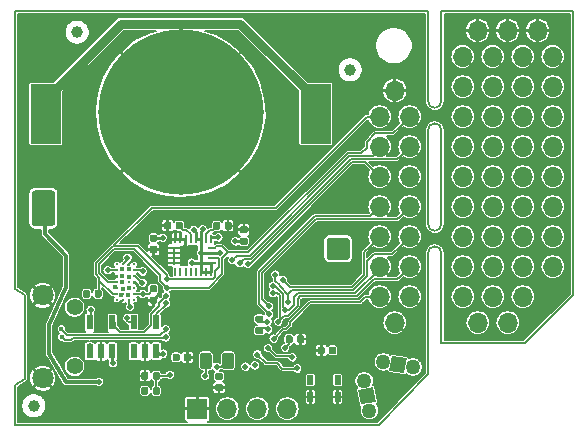
<source format=gbr>
%TF.GenerationSoftware,KiCad,Pcbnew,(6.0.0-rc1-dev-1614-ge850a482d)*%
%TF.CreationDate,2019-02-12T09:03:14-08:00*%
%TF.ProjectId,spriteSAMD,73707269-7465-4534-914d-442e6b696361,rev?*%
%TF.SameCoordinates,Original*%
%TF.FileFunction,Copper,L2,Bot*%
%TF.FilePolarity,Positive*%
%FSLAX46Y46*%
G04 Gerber Fmt 4.6, Leading zero omitted, Abs format (unit mm)*
G04 Created by KiCad (PCBNEW (6.0.0-rc1-dev-1614-ge850a482d)) date 2019-02-12 09:03:14*
%MOMM*%
%LPD*%
G04 APERTURE LIST*
%ADD10C,0.150000*%
%ADD11R,0.500000X0.825000*%
%ADD12C,0.250000*%
%ADD13R,2.540000X5.080000*%
%ADD14C,14.000000*%
%ADD15C,1.000000*%
%ADD16O,1.700000X1.700000*%
%ADD17C,1.800000*%
%ADD18C,1.408000*%
%ADD19C,0.100000*%
%ADD20C,0.975000*%
%ADD21C,0.590000*%
%ADD22R,1.700000X1.700000*%
%ADD23R,0.558800X1.270000*%
%ADD24C,1.270000*%
%ADD25R,0.270000X0.750000*%
%ADD26R,0.750000X0.270000*%
%ADD27C,0.508000*%
%ADD28C,0.450000*%
%ADD29C,0.254000*%
%ADD30C,0.127000*%
%ADD31C,0.088900*%
%ADD32C,0.762000*%
%ADD33C,0.330200*%
G04 APERTURE END LIST*
D10*
X116701044Y-84099400D02*
G75*
G02X117842556Y-84099400I570756J0D01*
G01*
X117842556Y-81635600D02*
G75*
G02X116701044Y-81635600I-570756J0D01*
G01*
X116701044Y-94513400D02*
G75*
G02X117842556Y-94513400I570756J0D01*
G01*
X117842556Y-92049600D02*
G75*
G02X116701044Y-92049600I-570756J0D01*
G01*
X116700300Y-104775000D02*
X112522000Y-109041600D01*
X117843300Y-84099400D02*
X117843300Y-92049600D01*
X117843300Y-74041000D02*
X117843300Y-81610200D01*
X117843300Y-94513400D02*
X117843300Y-102108000D01*
X116700300Y-104775000D02*
X116700300Y-94538800D01*
X116700300Y-92024200D02*
X116700300Y-84124800D01*
X116700300Y-81635600D02*
X116700300Y-74041000D01*
X124891800Y-102108000D02*
X117856000Y-102108000D01*
X128955800Y-98044000D02*
X124891800Y-102108000D01*
X128955800Y-74041600D02*
X128955800Y-98044000D01*
X117843300Y-74041000D02*
X128955800Y-74041000D01*
X82550000Y-98044000D02*
X81725100Y-97536000D01*
X82550000Y-105156000D02*
X81725100Y-105664000D01*
X81725100Y-105664000D02*
X81725100Y-109041600D01*
X82550000Y-98044000D02*
X82550000Y-105156000D01*
X81725100Y-109041600D02*
X112522000Y-109041600D01*
X116700300Y-74041600D02*
X81725100Y-74041600D01*
X81725100Y-74041600D02*
X81725100Y-97536000D01*
D11*
X109049200Y-106681300D03*
X106749200Y-106681300D03*
X106749200Y-105256300D03*
X109049200Y-105256300D03*
D12*
X91850280Y-95461800D03*
X91850280Y-95961800D03*
X91850280Y-96461800D03*
X91850280Y-96961800D03*
X91850280Y-97461800D03*
X91850280Y-97961800D03*
X91850280Y-98461800D03*
X91350280Y-95461800D03*
X91350280Y-95961800D03*
X91350280Y-96461800D03*
X91350280Y-96961800D03*
X91350280Y-97461800D03*
X91350280Y-97961800D03*
X91350280Y-98461800D03*
X90850280Y-95461800D03*
X90850280Y-95961800D03*
X90850280Y-96461800D03*
X90850280Y-96961800D03*
X90850280Y-97461800D03*
X90850280Y-97961800D03*
X90850280Y-98461800D03*
X90350280Y-95461800D03*
X90350280Y-95961800D03*
X90350280Y-96461800D03*
X90350280Y-96961800D03*
X90350280Y-97461800D03*
X90350280Y-97961800D03*
X90350280Y-98461800D03*
D13*
X84328000Y-82727800D03*
X107188000Y-82727800D03*
D14*
X95758000Y-82600800D03*
D15*
X110109000Y-78994000D03*
X86995000Y-75819000D03*
X83312000Y-107442000D03*
D16*
X115150900Y-90576400D03*
X112610900Y-90576400D03*
X115150900Y-98196400D03*
X112610900Y-98196400D03*
X115150900Y-82956400D03*
X112610900Y-82956400D03*
X115150900Y-93116400D03*
X112610900Y-93116400D03*
X115150900Y-85496400D03*
X112610900Y-85496400D03*
X115150900Y-88036400D03*
X112610900Y-88036400D03*
X115150900Y-95656400D03*
X112610900Y-95656400D03*
X119646700Y-80416400D03*
X122186700Y-80416400D03*
X124726700Y-80416400D03*
X127266700Y-80416400D03*
X119634000Y-77868780D03*
X122174000Y-77868780D03*
X124714000Y-77868780D03*
X127254000Y-77868780D03*
X119646700Y-82956400D03*
X122186700Y-82956400D03*
X124726700Y-82956400D03*
X127266700Y-82956400D03*
X119646700Y-85496400D03*
X122186700Y-85496400D03*
X124726700Y-85496400D03*
X127266700Y-85496400D03*
X119646700Y-88036400D03*
X122186700Y-88036400D03*
X124726700Y-88036400D03*
X127266700Y-88036400D03*
X119646700Y-95656400D03*
X122186700Y-95656400D03*
X124726700Y-95656400D03*
X127266700Y-95656400D03*
X119646700Y-90576400D03*
X122186700Y-90576400D03*
X124726700Y-90576400D03*
X127266700Y-90576400D03*
X119646700Y-93116400D03*
X122186700Y-93116400D03*
X124726700Y-93116400D03*
X127266700Y-93116400D03*
X125984000Y-75674156D03*
X123456700Y-100396104D03*
X113880900Y-80756696D03*
X120916700Y-100396104D03*
X120904000Y-75674156D03*
X123444000Y-75674156D03*
X113880900Y-100396104D03*
X124726700Y-98196400D03*
X122186700Y-98196400D03*
X119646700Y-98196400D03*
D17*
X84074000Y-105100000D03*
X84074000Y-98100000D03*
D18*
X86774000Y-104100000D03*
X86774000Y-99100000D03*
D19*
G36*
X98163842Y-102933174D02*
G01*
X98187503Y-102936684D01*
X98210707Y-102942496D01*
X98233229Y-102950554D01*
X98254853Y-102960782D01*
X98275370Y-102973079D01*
X98294583Y-102987329D01*
X98312307Y-103003393D01*
X98328371Y-103021117D01*
X98342621Y-103040330D01*
X98354918Y-103060847D01*
X98365146Y-103082471D01*
X98373204Y-103104993D01*
X98379016Y-103128197D01*
X98382526Y-103151858D01*
X98383700Y-103175750D01*
X98383700Y-104088250D01*
X98382526Y-104112142D01*
X98379016Y-104135803D01*
X98373204Y-104159007D01*
X98365146Y-104181529D01*
X98354918Y-104203153D01*
X98342621Y-104223670D01*
X98328371Y-104242883D01*
X98312307Y-104260607D01*
X98294583Y-104276671D01*
X98275370Y-104290921D01*
X98254853Y-104303218D01*
X98233229Y-104313446D01*
X98210707Y-104321504D01*
X98187503Y-104327316D01*
X98163842Y-104330826D01*
X98139950Y-104332000D01*
X97652450Y-104332000D01*
X97628558Y-104330826D01*
X97604897Y-104327316D01*
X97581693Y-104321504D01*
X97559171Y-104313446D01*
X97537547Y-104303218D01*
X97517030Y-104290921D01*
X97497817Y-104276671D01*
X97480093Y-104260607D01*
X97464029Y-104242883D01*
X97449779Y-104223670D01*
X97437482Y-104203153D01*
X97427254Y-104181529D01*
X97419196Y-104159007D01*
X97413384Y-104135803D01*
X97409874Y-104112142D01*
X97408700Y-104088250D01*
X97408700Y-103175750D01*
X97409874Y-103151858D01*
X97413384Y-103128197D01*
X97419196Y-103104993D01*
X97427254Y-103082471D01*
X97437482Y-103060847D01*
X97449779Y-103040330D01*
X97464029Y-103021117D01*
X97480093Y-103003393D01*
X97497817Y-102987329D01*
X97517030Y-102973079D01*
X97537547Y-102960782D01*
X97559171Y-102950554D01*
X97581693Y-102942496D01*
X97604897Y-102936684D01*
X97628558Y-102933174D01*
X97652450Y-102932000D01*
X98139950Y-102932000D01*
X98163842Y-102933174D01*
X98163842Y-102933174D01*
G37*
D20*
X97896200Y-103632000D03*
D19*
G36*
X100038842Y-102933174D02*
G01*
X100062503Y-102936684D01*
X100085707Y-102942496D01*
X100108229Y-102950554D01*
X100129853Y-102960782D01*
X100150370Y-102973079D01*
X100169583Y-102987329D01*
X100187307Y-103003393D01*
X100203371Y-103021117D01*
X100217621Y-103040330D01*
X100229918Y-103060847D01*
X100240146Y-103082471D01*
X100248204Y-103104993D01*
X100254016Y-103128197D01*
X100257526Y-103151858D01*
X100258700Y-103175750D01*
X100258700Y-104088250D01*
X100257526Y-104112142D01*
X100254016Y-104135803D01*
X100248204Y-104159007D01*
X100240146Y-104181529D01*
X100229918Y-104203153D01*
X100217621Y-104223670D01*
X100203371Y-104242883D01*
X100187307Y-104260607D01*
X100169583Y-104276671D01*
X100150370Y-104290921D01*
X100129853Y-104303218D01*
X100108229Y-104313446D01*
X100085707Y-104321504D01*
X100062503Y-104327316D01*
X100038842Y-104330826D01*
X100014950Y-104332000D01*
X99527450Y-104332000D01*
X99503558Y-104330826D01*
X99479897Y-104327316D01*
X99456693Y-104321504D01*
X99434171Y-104313446D01*
X99412547Y-104303218D01*
X99392030Y-104290921D01*
X99372817Y-104276671D01*
X99355093Y-104260607D01*
X99339029Y-104242883D01*
X99324779Y-104223670D01*
X99312482Y-104203153D01*
X99302254Y-104181529D01*
X99294196Y-104159007D01*
X99288384Y-104135803D01*
X99284874Y-104112142D01*
X99283700Y-104088250D01*
X99283700Y-103175750D01*
X99284874Y-103151858D01*
X99288384Y-103128197D01*
X99294196Y-103104993D01*
X99302254Y-103082471D01*
X99312482Y-103060847D01*
X99324779Y-103040330D01*
X99339029Y-103021117D01*
X99355093Y-103003393D01*
X99372817Y-102987329D01*
X99392030Y-102973079D01*
X99412547Y-102960782D01*
X99434171Y-102950554D01*
X99456693Y-102942496D01*
X99479897Y-102936684D01*
X99503558Y-102933174D01*
X99527450Y-102932000D01*
X100014950Y-102932000D01*
X100038842Y-102933174D01*
X100038842Y-102933174D01*
G37*
D20*
X99771200Y-103632000D03*
D19*
G36*
X88929738Y-97638350D02*
G01*
X88944056Y-97640474D01*
X88958097Y-97643991D01*
X88971726Y-97648868D01*
X88984811Y-97655057D01*
X88997227Y-97662498D01*
X89008853Y-97671121D01*
X89019578Y-97680842D01*
X89029299Y-97691567D01*
X89037922Y-97703193D01*
X89045363Y-97715609D01*
X89051552Y-97728694D01*
X89056429Y-97742323D01*
X89059946Y-97756364D01*
X89062070Y-97770682D01*
X89062780Y-97785140D01*
X89062780Y-98130140D01*
X89062070Y-98144598D01*
X89059946Y-98158916D01*
X89056429Y-98172957D01*
X89051552Y-98186586D01*
X89045363Y-98199671D01*
X89037922Y-98212087D01*
X89029299Y-98223713D01*
X89019578Y-98234438D01*
X89008853Y-98244159D01*
X88997227Y-98252782D01*
X88984811Y-98260223D01*
X88971726Y-98266412D01*
X88958097Y-98271289D01*
X88944056Y-98274806D01*
X88929738Y-98276930D01*
X88915280Y-98277640D01*
X88620280Y-98277640D01*
X88605822Y-98276930D01*
X88591504Y-98274806D01*
X88577463Y-98271289D01*
X88563834Y-98266412D01*
X88550749Y-98260223D01*
X88538333Y-98252782D01*
X88526707Y-98244159D01*
X88515982Y-98234438D01*
X88506261Y-98223713D01*
X88497638Y-98212087D01*
X88490197Y-98199671D01*
X88484008Y-98186586D01*
X88479131Y-98172957D01*
X88475614Y-98158916D01*
X88473490Y-98144598D01*
X88472780Y-98130140D01*
X88472780Y-97785140D01*
X88473490Y-97770682D01*
X88475614Y-97756364D01*
X88479131Y-97742323D01*
X88484008Y-97728694D01*
X88490197Y-97715609D01*
X88497638Y-97703193D01*
X88506261Y-97691567D01*
X88515982Y-97680842D01*
X88526707Y-97671121D01*
X88538333Y-97662498D01*
X88550749Y-97655057D01*
X88563834Y-97648868D01*
X88577463Y-97643991D01*
X88591504Y-97640474D01*
X88605822Y-97638350D01*
X88620280Y-97637640D01*
X88915280Y-97637640D01*
X88929738Y-97638350D01*
X88929738Y-97638350D01*
G37*
D21*
X88767780Y-97957640D03*
D19*
G36*
X87959738Y-97638350D02*
G01*
X87974056Y-97640474D01*
X87988097Y-97643991D01*
X88001726Y-97648868D01*
X88014811Y-97655057D01*
X88027227Y-97662498D01*
X88038853Y-97671121D01*
X88049578Y-97680842D01*
X88059299Y-97691567D01*
X88067922Y-97703193D01*
X88075363Y-97715609D01*
X88081552Y-97728694D01*
X88086429Y-97742323D01*
X88089946Y-97756364D01*
X88092070Y-97770682D01*
X88092780Y-97785140D01*
X88092780Y-98130140D01*
X88092070Y-98144598D01*
X88089946Y-98158916D01*
X88086429Y-98172957D01*
X88081552Y-98186586D01*
X88075363Y-98199671D01*
X88067922Y-98212087D01*
X88059299Y-98223713D01*
X88049578Y-98234438D01*
X88038853Y-98244159D01*
X88027227Y-98252782D01*
X88014811Y-98260223D01*
X88001726Y-98266412D01*
X87988097Y-98271289D01*
X87974056Y-98274806D01*
X87959738Y-98276930D01*
X87945280Y-98277640D01*
X87650280Y-98277640D01*
X87635822Y-98276930D01*
X87621504Y-98274806D01*
X87607463Y-98271289D01*
X87593834Y-98266412D01*
X87580749Y-98260223D01*
X87568333Y-98252782D01*
X87556707Y-98244159D01*
X87545982Y-98234438D01*
X87536261Y-98223713D01*
X87527638Y-98212087D01*
X87520197Y-98199671D01*
X87514008Y-98186586D01*
X87509131Y-98172957D01*
X87505614Y-98158916D01*
X87503490Y-98144598D01*
X87502780Y-98130140D01*
X87502780Y-97785140D01*
X87503490Y-97770682D01*
X87505614Y-97756364D01*
X87509131Y-97742323D01*
X87514008Y-97728694D01*
X87520197Y-97715609D01*
X87527638Y-97703193D01*
X87536261Y-97691567D01*
X87545982Y-97680842D01*
X87556707Y-97671121D01*
X87568333Y-97662498D01*
X87580749Y-97655057D01*
X87593834Y-97648868D01*
X87607463Y-97643991D01*
X87621504Y-97640474D01*
X87635822Y-97638350D01*
X87650280Y-97637640D01*
X87945280Y-97637640D01*
X87959738Y-97638350D01*
X87959738Y-97638350D01*
G37*
D21*
X87797780Y-97957640D03*
D22*
X97167700Y-107690000D03*
D16*
X99707700Y-107690000D03*
X102247700Y-107690000D03*
X104787700Y-107690000D03*
D19*
G36*
X93864958Y-104582710D02*
G01*
X93879276Y-104584834D01*
X93893317Y-104588351D01*
X93906946Y-104593228D01*
X93920031Y-104599417D01*
X93932447Y-104606858D01*
X93944073Y-104615481D01*
X93954798Y-104625202D01*
X93964519Y-104635927D01*
X93973142Y-104647553D01*
X93980583Y-104659969D01*
X93986772Y-104673054D01*
X93991649Y-104686683D01*
X93995166Y-104700724D01*
X93997290Y-104715042D01*
X93998000Y-104729500D01*
X93998000Y-105074500D01*
X93997290Y-105088958D01*
X93995166Y-105103276D01*
X93991649Y-105117317D01*
X93986772Y-105130946D01*
X93980583Y-105144031D01*
X93973142Y-105156447D01*
X93964519Y-105168073D01*
X93954798Y-105178798D01*
X93944073Y-105188519D01*
X93932447Y-105197142D01*
X93920031Y-105204583D01*
X93906946Y-105210772D01*
X93893317Y-105215649D01*
X93879276Y-105219166D01*
X93864958Y-105221290D01*
X93850500Y-105222000D01*
X93555500Y-105222000D01*
X93541042Y-105221290D01*
X93526724Y-105219166D01*
X93512683Y-105215649D01*
X93499054Y-105210772D01*
X93485969Y-105204583D01*
X93473553Y-105197142D01*
X93461927Y-105188519D01*
X93451202Y-105178798D01*
X93441481Y-105168073D01*
X93432858Y-105156447D01*
X93425417Y-105144031D01*
X93419228Y-105130946D01*
X93414351Y-105117317D01*
X93410834Y-105103276D01*
X93408710Y-105088958D01*
X93408000Y-105074500D01*
X93408000Y-104729500D01*
X93408710Y-104715042D01*
X93410834Y-104700724D01*
X93414351Y-104686683D01*
X93419228Y-104673054D01*
X93425417Y-104659969D01*
X93432858Y-104647553D01*
X93441481Y-104635927D01*
X93451202Y-104625202D01*
X93461927Y-104615481D01*
X93473553Y-104606858D01*
X93485969Y-104599417D01*
X93499054Y-104593228D01*
X93512683Y-104588351D01*
X93526724Y-104584834D01*
X93541042Y-104582710D01*
X93555500Y-104582000D01*
X93850500Y-104582000D01*
X93864958Y-104582710D01*
X93864958Y-104582710D01*
G37*
D21*
X93703000Y-104902000D03*
D19*
G36*
X92894958Y-104582710D02*
G01*
X92909276Y-104584834D01*
X92923317Y-104588351D01*
X92936946Y-104593228D01*
X92950031Y-104599417D01*
X92962447Y-104606858D01*
X92974073Y-104615481D01*
X92984798Y-104625202D01*
X92994519Y-104635927D01*
X93003142Y-104647553D01*
X93010583Y-104659969D01*
X93016772Y-104673054D01*
X93021649Y-104686683D01*
X93025166Y-104700724D01*
X93027290Y-104715042D01*
X93028000Y-104729500D01*
X93028000Y-105074500D01*
X93027290Y-105088958D01*
X93025166Y-105103276D01*
X93021649Y-105117317D01*
X93016772Y-105130946D01*
X93010583Y-105144031D01*
X93003142Y-105156447D01*
X92994519Y-105168073D01*
X92984798Y-105178798D01*
X92974073Y-105188519D01*
X92962447Y-105197142D01*
X92950031Y-105204583D01*
X92936946Y-105210772D01*
X92923317Y-105215649D01*
X92909276Y-105219166D01*
X92894958Y-105221290D01*
X92880500Y-105222000D01*
X92585500Y-105222000D01*
X92571042Y-105221290D01*
X92556724Y-105219166D01*
X92542683Y-105215649D01*
X92529054Y-105210772D01*
X92515969Y-105204583D01*
X92503553Y-105197142D01*
X92491927Y-105188519D01*
X92481202Y-105178798D01*
X92471481Y-105168073D01*
X92462858Y-105156447D01*
X92455417Y-105144031D01*
X92449228Y-105130946D01*
X92444351Y-105117317D01*
X92440834Y-105103276D01*
X92438710Y-105088958D01*
X92438000Y-105074500D01*
X92438000Y-104729500D01*
X92438710Y-104715042D01*
X92440834Y-104700724D01*
X92444351Y-104686683D01*
X92449228Y-104673054D01*
X92455417Y-104659969D01*
X92462858Y-104647553D01*
X92471481Y-104635927D01*
X92481202Y-104625202D01*
X92491927Y-104615481D01*
X92503553Y-104606858D01*
X92515969Y-104599417D01*
X92529054Y-104593228D01*
X92542683Y-104588351D01*
X92556724Y-104584834D01*
X92571042Y-104582710D01*
X92585500Y-104582000D01*
X92880500Y-104582000D01*
X92894958Y-104582710D01*
X92894958Y-104582710D01*
G37*
D21*
X92733000Y-104902000D03*
D19*
G36*
X92894958Y-105852710D02*
G01*
X92909276Y-105854834D01*
X92923317Y-105858351D01*
X92936946Y-105863228D01*
X92950031Y-105869417D01*
X92962447Y-105876858D01*
X92974073Y-105885481D01*
X92984798Y-105895202D01*
X92994519Y-105905927D01*
X93003142Y-105917553D01*
X93010583Y-105929969D01*
X93016772Y-105943054D01*
X93021649Y-105956683D01*
X93025166Y-105970724D01*
X93027290Y-105985042D01*
X93028000Y-105999500D01*
X93028000Y-106344500D01*
X93027290Y-106358958D01*
X93025166Y-106373276D01*
X93021649Y-106387317D01*
X93016772Y-106400946D01*
X93010583Y-106414031D01*
X93003142Y-106426447D01*
X92994519Y-106438073D01*
X92984798Y-106448798D01*
X92974073Y-106458519D01*
X92962447Y-106467142D01*
X92950031Y-106474583D01*
X92936946Y-106480772D01*
X92923317Y-106485649D01*
X92909276Y-106489166D01*
X92894958Y-106491290D01*
X92880500Y-106492000D01*
X92585500Y-106492000D01*
X92571042Y-106491290D01*
X92556724Y-106489166D01*
X92542683Y-106485649D01*
X92529054Y-106480772D01*
X92515969Y-106474583D01*
X92503553Y-106467142D01*
X92491927Y-106458519D01*
X92481202Y-106448798D01*
X92471481Y-106438073D01*
X92462858Y-106426447D01*
X92455417Y-106414031D01*
X92449228Y-106400946D01*
X92444351Y-106387317D01*
X92440834Y-106373276D01*
X92438710Y-106358958D01*
X92438000Y-106344500D01*
X92438000Y-105999500D01*
X92438710Y-105985042D01*
X92440834Y-105970724D01*
X92444351Y-105956683D01*
X92449228Y-105943054D01*
X92455417Y-105929969D01*
X92462858Y-105917553D01*
X92471481Y-105905927D01*
X92481202Y-105895202D01*
X92491927Y-105885481D01*
X92503553Y-105876858D01*
X92515969Y-105869417D01*
X92529054Y-105863228D01*
X92542683Y-105858351D01*
X92556724Y-105854834D01*
X92571042Y-105852710D01*
X92585500Y-105852000D01*
X92880500Y-105852000D01*
X92894958Y-105852710D01*
X92894958Y-105852710D01*
G37*
D21*
X92733000Y-106172000D03*
D19*
G36*
X93864958Y-105852710D02*
G01*
X93879276Y-105854834D01*
X93893317Y-105858351D01*
X93906946Y-105863228D01*
X93920031Y-105869417D01*
X93932447Y-105876858D01*
X93944073Y-105885481D01*
X93954798Y-105895202D01*
X93964519Y-105905927D01*
X93973142Y-105917553D01*
X93980583Y-105929969D01*
X93986772Y-105943054D01*
X93991649Y-105956683D01*
X93995166Y-105970724D01*
X93997290Y-105985042D01*
X93998000Y-105999500D01*
X93998000Y-106344500D01*
X93997290Y-106358958D01*
X93995166Y-106373276D01*
X93991649Y-106387317D01*
X93986772Y-106400946D01*
X93980583Y-106414031D01*
X93973142Y-106426447D01*
X93964519Y-106438073D01*
X93954798Y-106448798D01*
X93944073Y-106458519D01*
X93932447Y-106467142D01*
X93920031Y-106474583D01*
X93906946Y-106480772D01*
X93893317Y-106485649D01*
X93879276Y-106489166D01*
X93864958Y-106491290D01*
X93850500Y-106492000D01*
X93555500Y-106492000D01*
X93541042Y-106491290D01*
X93526724Y-106489166D01*
X93512683Y-106485649D01*
X93499054Y-106480772D01*
X93485969Y-106474583D01*
X93473553Y-106467142D01*
X93461927Y-106458519D01*
X93451202Y-106448798D01*
X93441481Y-106438073D01*
X93432858Y-106426447D01*
X93425417Y-106414031D01*
X93419228Y-106400946D01*
X93414351Y-106387317D01*
X93410834Y-106373276D01*
X93408710Y-106358958D01*
X93408000Y-106344500D01*
X93408000Y-105999500D01*
X93408710Y-105985042D01*
X93410834Y-105970724D01*
X93414351Y-105956683D01*
X93419228Y-105943054D01*
X93425417Y-105929969D01*
X93432858Y-105917553D01*
X93441481Y-105905927D01*
X93451202Y-105895202D01*
X93461927Y-105885481D01*
X93473553Y-105876858D01*
X93485969Y-105869417D01*
X93499054Y-105863228D01*
X93512683Y-105858351D01*
X93526724Y-105854834D01*
X93541042Y-105852710D01*
X93555500Y-105852000D01*
X93850500Y-105852000D01*
X93864958Y-105852710D01*
X93864958Y-105852710D01*
G37*
D21*
X93703000Y-106172000D03*
D23*
X93687900Y-102819200D03*
X92735400Y-102819200D03*
X91782900Y-102819200D03*
X91782900Y-100380800D03*
X93687900Y-100380800D03*
X89961720Y-102819200D03*
X89009220Y-102819200D03*
X88056720Y-102819200D03*
X88056720Y-100380800D03*
X89961720Y-100380800D03*
D19*
G36*
X93641178Y-98204230D02*
G01*
X93655496Y-98206354D01*
X93669537Y-98209871D01*
X93683166Y-98214748D01*
X93696251Y-98220937D01*
X93708667Y-98228378D01*
X93720293Y-98237001D01*
X93731018Y-98246722D01*
X93740739Y-98257447D01*
X93749362Y-98269073D01*
X93756803Y-98281489D01*
X93762992Y-98294574D01*
X93767869Y-98308203D01*
X93771386Y-98322244D01*
X93773510Y-98336562D01*
X93774220Y-98351020D01*
X93774220Y-98646020D01*
X93773510Y-98660478D01*
X93771386Y-98674796D01*
X93767869Y-98688837D01*
X93762992Y-98702466D01*
X93756803Y-98715551D01*
X93749362Y-98727967D01*
X93740739Y-98739593D01*
X93731018Y-98750318D01*
X93720293Y-98760039D01*
X93708667Y-98768662D01*
X93696251Y-98776103D01*
X93683166Y-98782292D01*
X93669537Y-98787169D01*
X93655496Y-98790686D01*
X93641178Y-98792810D01*
X93626720Y-98793520D01*
X93281720Y-98793520D01*
X93267262Y-98792810D01*
X93252944Y-98790686D01*
X93238903Y-98787169D01*
X93225274Y-98782292D01*
X93212189Y-98776103D01*
X93199773Y-98768662D01*
X93188147Y-98760039D01*
X93177422Y-98750318D01*
X93167701Y-98739593D01*
X93159078Y-98727967D01*
X93151637Y-98715551D01*
X93145448Y-98702466D01*
X93140571Y-98688837D01*
X93137054Y-98674796D01*
X93134930Y-98660478D01*
X93134220Y-98646020D01*
X93134220Y-98351020D01*
X93134930Y-98336562D01*
X93137054Y-98322244D01*
X93140571Y-98308203D01*
X93145448Y-98294574D01*
X93151637Y-98281489D01*
X93159078Y-98269073D01*
X93167701Y-98257447D01*
X93177422Y-98246722D01*
X93188147Y-98237001D01*
X93199773Y-98228378D01*
X93212189Y-98220937D01*
X93225274Y-98214748D01*
X93238903Y-98209871D01*
X93252944Y-98206354D01*
X93267262Y-98204230D01*
X93281720Y-98203520D01*
X93626720Y-98203520D01*
X93641178Y-98204230D01*
X93641178Y-98204230D01*
G37*
D21*
X93454220Y-98498520D03*
D19*
G36*
X93641178Y-97234230D02*
G01*
X93655496Y-97236354D01*
X93669537Y-97239871D01*
X93683166Y-97244748D01*
X93696251Y-97250937D01*
X93708667Y-97258378D01*
X93720293Y-97267001D01*
X93731018Y-97276722D01*
X93740739Y-97287447D01*
X93749362Y-97299073D01*
X93756803Y-97311489D01*
X93762992Y-97324574D01*
X93767869Y-97338203D01*
X93771386Y-97352244D01*
X93773510Y-97366562D01*
X93774220Y-97381020D01*
X93774220Y-97676020D01*
X93773510Y-97690478D01*
X93771386Y-97704796D01*
X93767869Y-97718837D01*
X93762992Y-97732466D01*
X93756803Y-97745551D01*
X93749362Y-97757967D01*
X93740739Y-97769593D01*
X93731018Y-97780318D01*
X93720293Y-97790039D01*
X93708667Y-97798662D01*
X93696251Y-97806103D01*
X93683166Y-97812292D01*
X93669537Y-97817169D01*
X93655496Y-97820686D01*
X93641178Y-97822810D01*
X93626720Y-97823520D01*
X93281720Y-97823520D01*
X93267262Y-97822810D01*
X93252944Y-97820686D01*
X93238903Y-97817169D01*
X93225274Y-97812292D01*
X93212189Y-97806103D01*
X93199773Y-97798662D01*
X93188147Y-97790039D01*
X93177422Y-97780318D01*
X93167701Y-97769593D01*
X93159078Y-97757967D01*
X93151637Y-97745551D01*
X93145448Y-97732466D01*
X93140571Y-97718837D01*
X93137054Y-97704796D01*
X93134930Y-97690478D01*
X93134220Y-97676020D01*
X93134220Y-97381020D01*
X93134930Y-97366562D01*
X93137054Y-97352244D01*
X93140571Y-97338203D01*
X93145448Y-97324574D01*
X93151637Y-97311489D01*
X93159078Y-97299073D01*
X93167701Y-97287447D01*
X93177422Y-97276722D01*
X93188147Y-97267001D01*
X93199773Y-97258378D01*
X93212189Y-97250937D01*
X93225274Y-97244748D01*
X93238903Y-97239871D01*
X93252944Y-97236354D01*
X93267262Y-97234230D01*
X93281720Y-97233520D01*
X93626720Y-97233520D01*
X93641178Y-97234230D01*
X93641178Y-97234230D01*
G37*
D21*
X93454220Y-97528520D03*
D24*
X111525100Y-106591600D03*
D19*
G36*
X110789480Y-106076514D02*
G01*
X112040186Y-105855980D01*
X112260720Y-107106686D01*
X111010014Y-107327220D01*
X110789480Y-106076514D01*
X110789480Y-106076514D01*
G37*
D24*
X111304567Y-105340894D03*
X111745633Y-107842306D03*
X114175100Y-103941600D03*
D19*
G36*
X113439480Y-104456686D02*
G01*
X113660014Y-103205980D01*
X114910720Y-103426514D01*
X114690186Y-104677220D01*
X113439480Y-104456686D01*
X113439480Y-104456686D01*
G37*
D24*
X112924394Y-103721067D03*
X115425806Y-104162133D03*
D19*
G36*
X99196158Y-104643410D02*
G01*
X99210476Y-104645534D01*
X99224517Y-104649051D01*
X99238146Y-104653928D01*
X99251231Y-104660117D01*
X99263647Y-104667558D01*
X99275273Y-104676181D01*
X99285998Y-104685902D01*
X99295719Y-104696627D01*
X99304342Y-104708253D01*
X99311783Y-104720669D01*
X99317972Y-104733754D01*
X99322849Y-104747383D01*
X99326366Y-104761424D01*
X99328490Y-104775742D01*
X99329200Y-104790200D01*
X99329200Y-105085200D01*
X99328490Y-105099658D01*
X99326366Y-105113976D01*
X99322849Y-105128017D01*
X99317972Y-105141646D01*
X99311783Y-105154731D01*
X99304342Y-105167147D01*
X99295719Y-105178773D01*
X99285998Y-105189498D01*
X99275273Y-105199219D01*
X99263647Y-105207842D01*
X99251231Y-105215283D01*
X99238146Y-105221472D01*
X99224517Y-105226349D01*
X99210476Y-105229866D01*
X99196158Y-105231990D01*
X99181700Y-105232700D01*
X98836700Y-105232700D01*
X98822242Y-105231990D01*
X98807924Y-105229866D01*
X98793883Y-105226349D01*
X98780254Y-105221472D01*
X98767169Y-105215283D01*
X98754753Y-105207842D01*
X98743127Y-105199219D01*
X98732402Y-105189498D01*
X98722681Y-105178773D01*
X98714058Y-105167147D01*
X98706617Y-105154731D01*
X98700428Y-105141646D01*
X98695551Y-105128017D01*
X98692034Y-105113976D01*
X98689910Y-105099658D01*
X98689200Y-105085200D01*
X98689200Y-104790200D01*
X98689910Y-104775742D01*
X98692034Y-104761424D01*
X98695551Y-104747383D01*
X98700428Y-104733754D01*
X98706617Y-104720669D01*
X98714058Y-104708253D01*
X98722681Y-104696627D01*
X98732402Y-104685902D01*
X98743127Y-104676181D01*
X98754753Y-104667558D01*
X98767169Y-104660117D01*
X98780254Y-104653928D01*
X98793883Y-104649051D01*
X98807924Y-104645534D01*
X98822242Y-104643410D01*
X98836700Y-104642700D01*
X99181700Y-104642700D01*
X99196158Y-104643410D01*
X99196158Y-104643410D01*
G37*
D21*
X99009200Y-104937700D03*
D19*
G36*
X99196158Y-105613410D02*
G01*
X99210476Y-105615534D01*
X99224517Y-105619051D01*
X99238146Y-105623928D01*
X99251231Y-105630117D01*
X99263647Y-105637558D01*
X99275273Y-105646181D01*
X99285998Y-105655902D01*
X99295719Y-105666627D01*
X99304342Y-105678253D01*
X99311783Y-105690669D01*
X99317972Y-105703754D01*
X99322849Y-105717383D01*
X99326366Y-105731424D01*
X99328490Y-105745742D01*
X99329200Y-105760200D01*
X99329200Y-106055200D01*
X99328490Y-106069658D01*
X99326366Y-106083976D01*
X99322849Y-106098017D01*
X99317972Y-106111646D01*
X99311783Y-106124731D01*
X99304342Y-106137147D01*
X99295719Y-106148773D01*
X99285998Y-106159498D01*
X99275273Y-106169219D01*
X99263647Y-106177842D01*
X99251231Y-106185283D01*
X99238146Y-106191472D01*
X99224517Y-106196349D01*
X99210476Y-106199866D01*
X99196158Y-106201990D01*
X99181700Y-106202700D01*
X98836700Y-106202700D01*
X98822242Y-106201990D01*
X98807924Y-106199866D01*
X98793883Y-106196349D01*
X98780254Y-106191472D01*
X98767169Y-106185283D01*
X98754753Y-106177842D01*
X98743127Y-106169219D01*
X98732402Y-106159498D01*
X98722681Y-106148773D01*
X98714058Y-106137147D01*
X98706617Y-106124731D01*
X98700428Y-106111646D01*
X98695551Y-106098017D01*
X98692034Y-106083976D01*
X98689910Y-106069658D01*
X98689200Y-106055200D01*
X98689200Y-105760200D01*
X98689910Y-105745742D01*
X98692034Y-105731424D01*
X98695551Y-105717383D01*
X98700428Y-105703754D01*
X98706617Y-105690669D01*
X98714058Y-105678253D01*
X98722681Y-105666627D01*
X98732402Y-105655902D01*
X98743127Y-105646181D01*
X98754753Y-105637558D01*
X98767169Y-105630117D01*
X98780254Y-105623928D01*
X98793883Y-105619051D01*
X98807924Y-105615534D01*
X98822242Y-105613410D01*
X98836700Y-105612700D01*
X99181700Y-105612700D01*
X99196158Y-105613410D01*
X99196158Y-105613410D01*
G37*
D21*
X99009200Y-105907700D03*
D19*
G36*
X96501478Y-103015530D02*
G01*
X96515796Y-103017654D01*
X96529837Y-103021171D01*
X96543466Y-103026048D01*
X96556551Y-103032237D01*
X96568967Y-103039678D01*
X96580593Y-103048301D01*
X96591318Y-103058022D01*
X96601039Y-103068747D01*
X96609662Y-103080373D01*
X96617103Y-103092789D01*
X96623292Y-103105874D01*
X96628169Y-103119503D01*
X96631686Y-103133544D01*
X96633810Y-103147862D01*
X96634520Y-103162320D01*
X96634520Y-103507320D01*
X96633810Y-103521778D01*
X96631686Y-103536096D01*
X96628169Y-103550137D01*
X96623292Y-103563766D01*
X96617103Y-103576851D01*
X96609662Y-103589267D01*
X96601039Y-103600893D01*
X96591318Y-103611618D01*
X96580593Y-103621339D01*
X96568967Y-103629962D01*
X96556551Y-103637403D01*
X96543466Y-103643592D01*
X96529837Y-103648469D01*
X96515796Y-103651986D01*
X96501478Y-103654110D01*
X96487020Y-103654820D01*
X96192020Y-103654820D01*
X96177562Y-103654110D01*
X96163244Y-103651986D01*
X96149203Y-103648469D01*
X96135574Y-103643592D01*
X96122489Y-103637403D01*
X96110073Y-103629962D01*
X96098447Y-103621339D01*
X96087722Y-103611618D01*
X96078001Y-103600893D01*
X96069378Y-103589267D01*
X96061937Y-103576851D01*
X96055748Y-103563766D01*
X96050871Y-103550137D01*
X96047354Y-103536096D01*
X96045230Y-103521778D01*
X96044520Y-103507320D01*
X96044520Y-103162320D01*
X96045230Y-103147862D01*
X96047354Y-103133544D01*
X96050871Y-103119503D01*
X96055748Y-103105874D01*
X96061937Y-103092789D01*
X96069378Y-103080373D01*
X96078001Y-103068747D01*
X96087722Y-103058022D01*
X96098447Y-103048301D01*
X96110073Y-103039678D01*
X96122489Y-103032237D01*
X96135574Y-103026048D01*
X96149203Y-103021171D01*
X96163244Y-103017654D01*
X96177562Y-103015530D01*
X96192020Y-103014820D01*
X96487020Y-103014820D01*
X96501478Y-103015530D01*
X96501478Y-103015530D01*
G37*
D21*
X96339520Y-103334820D03*
D19*
G36*
X95531478Y-103015530D02*
G01*
X95545796Y-103017654D01*
X95559837Y-103021171D01*
X95573466Y-103026048D01*
X95586551Y-103032237D01*
X95598967Y-103039678D01*
X95610593Y-103048301D01*
X95621318Y-103058022D01*
X95631039Y-103068747D01*
X95639662Y-103080373D01*
X95647103Y-103092789D01*
X95653292Y-103105874D01*
X95658169Y-103119503D01*
X95661686Y-103133544D01*
X95663810Y-103147862D01*
X95664520Y-103162320D01*
X95664520Y-103507320D01*
X95663810Y-103521778D01*
X95661686Y-103536096D01*
X95658169Y-103550137D01*
X95653292Y-103563766D01*
X95647103Y-103576851D01*
X95639662Y-103589267D01*
X95631039Y-103600893D01*
X95621318Y-103611618D01*
X95610593Y-103621339D01*
X95598967Y-103629962D01*
X95586551Y-103637403D01*
X95573466Y-103643592D01*
X95559837Y-103648469D01*
X95545796Y-103651986D01*
X95531478Y-103654110D01*
X95517020Y-103654820D01*
X95222020Y-103654820D01*
X95207562Y-103654110D01*
X95193244Y-103651986D01*
X95179203Y-103648469D01*
X95165574Y-103643592D01*
X95152489Y-103637403D01*
X95140073Y-103629962D01*
X95128447Y-103621339D01*
X95117722Y-103611618D01*
X95108001Y-103600893D01*
X95099378Y-103589267D01*
X95091937Y-103576851D01*
X95085748Y-103563766D01*
X95080871Y-103550137D01*
X95077354Y-103536096D01*
X95075230Y-103521778D01*
X95074520Y-103507320D01*
X95074520Y-103162320D01*
X95075230Y-103147862D01*
X95077354Y-103133544D01*
X95080871Y-103119503D01*
X95085748Y-103105874D01*
X95091937Y-103092789D01*
X95099378Y-103080373D01*
X95108001Y-103068747D01*
X95117722Y-103058022D01*
X95128447Y-103048301D01*
X95140073Y-103039678D01*
X95152489Y-103032237D01*
X95165574Y-103026048D01*
X95179203Y-103021171D01*
X95193244Y-103017654D01*
X95207562Y-103015530D01*
X95222020Y-103014820D01*
X95517020Y-103014820D01*
X95531478Y-103015530D01*
X95531478Y-103015530D01*
G37*
D21*
X95369520Y-103334820D03*
D19*
G36*
X102599758Y-99804710D02*
G01*
X102614076Y-99806834D01*
X102628117Y-99810351D01*
X102641746Y-99815228D01*
X102654831Y-99821417D01*
X102667247Y-99828858D01*
X102678873Y-99837481D01*
X102689598Y-99847202D01*
X102699319Y-99857927D01*
X102707942Y-99869553D01*
X102715383Y-99881969D01*
X102721572Y-99895054D01*
X102726449Y-99908683D01*
X102729966Y-99922724D01*
X102732090Y-99937042D01*
X102732800Y-99951500D01*
X102732800Y-100246500D01*
X102732090Y-100260958D01*
X102729966Y-100275276D01*
X102726449Y-100289317D01*
X102721572Y-100302946D01*
X102715383Y-100316031D01*
X102707942Y-100328447D01*
X102699319Y-100340073D01*
X102689598Y-100350798D01*
X102678873Y-100360519D01*
X102667247Y-100369142D01*
X102654831Y-100376583D01*
X102641746Y-100382772D01*
X102628117Y-100387649D01*
X102614076Y-100391166D01*
X102599758Y-100393290D01*
X102585300Y-100394000D01*
X102240300Y-100394000D01*
X102225842Y-100393290D01*
X102211524Y-100391166D01*
X102197483Y-100387649D01*
X102183854Y-100382772D01*
X102170769Y-100376583D01*
X102158353Y-100369142D01*
X102146727Y-100360519D01*
X102136002Y-100350798D01*
X102126281Y-100340073D01*
X102117658Y-100328447D01*
X102110217Y-100316031D01*
X102104028Y-100302946D01*
X102099151Y-100289317D01*
X102095634Y-100275276D01*
X102093510Y-100260958D01*
X102092800Y-100246500D01*
X102092800Y-99951500D01*
X102093510Y-99937042D01*
X102095634Y-99922724D01*
X102099151Y-99908683D01*
X102104028Y-99895054D01*
X102110217Y-99881969D01*
X102117658Y-99869553D01*
X102126281Y-99857927D01*
X102136002Y-99847202D01*
X102146727Y-99837481D01*
X102158353Y-99828858D01*
X102170769Y-99821417D01*
X102183854Y-99815228D01*
X102197483Y-99810351D01*
X102211524Y-99806834D01*
X102225842Y-99804710D01*
X102240300Y-99804000D01*
X102585300Y-99804000D01*
X102599758Y-99804710D01*
X102599758Y-99804710D01*
G37*
D21*
X102412800Y-100099000D03*
D19*
G36*
X102599758Y-100774710D02*
G01*
X102614076Y-100776834D01*
X102628117Y-100780351D01*
X102641746Y-100785228D01*
X102654831Y-100791417D01*
X102667247Y-100798858D01*
X102678873Y-100807481D01*
X102689598Y-100817202D01*
X102699319Y-100827927D01*
X102707942Y-100839553D01*
X102715383Y-100851969D01*
X102721572Y-100865054D01*
X102726449Y-100878683D01*
X102729966Y-100892724D01*
X102732090Y-100907042D01*
X102732800Y-100921500D01*
X102732800Y-101216500D01*
X102732090Y-101230958D01*
X102729966Y-101245276D01*
X102726449Y-101259317D01*
X102721572Y-101272946D01*
X102715383Y-101286031D01*
X102707942Y-101298447D01*
X102699319Y-101310073D01*
X102689598Y-101320798D01*
X102678873Y-101330519D01*
X102667247Y-101339142D01*
X102654831Y-101346583D01*
X102641746Y-101352772D01*
X102628117Y-101357649D01*
X102614076Y-101361166D01*
X102599758Y-101363290D01*
X102585300Y-101364000D01*
X102240300Y-101364000D01*
X102225842Y-101363290D01*
X102211524Y-101361166D01*
X102197483Y-101357649D01*
X102183854Y-101352772D01*
X102170769Y-101346583D01*
X102158353Y-101339142D01*
X102146727Y-101330519D01*
X102136002Y-101320798D01*
X102126281Y-101310073D01*
X102117658Y-101298447D01*
X102110217Y-101286031D01*
X102104028Y-101272946D01*
X102099151Y-101259317D01*
X102095634Y-101245276D01*
X102093510Y-101230958D01*
X102092800Y-101216500D01*
X102092800Y-100921500D01*
X102093510Y-100907042D01*
X102095634Y-100892724D01*
X102099151Y-100878683D01*
X102104028Y-100865054D01*
X102110217Y-100851969D01*
X102117658Y-100839553D01*
X102126281Y-100827927D01*
X102136002Y-100817202D01*
X102146727Y-100807481D01*
X102158353Y-100798858D01*
X102170769Y-100791417D01*
X102183854Y-100785228D01*
X102197483Y-100780351D01*
X102211524Y-100776834D01*
X102225842Y-100774710D01*
X102240300Y-100774000D01*
X102585300Y-100774000D01*
X102599758Y-100774710D01*
X102599758Y-100774710D01*
G37*
D21*
X102412800Y-101069000D03*
D19*
G36*
X106076958Y-101480710D02*
G01*
X106091276Y-101482834D01*
X106105317Y-101486351D01*
X106118946Y-101491228D01*
X106132031Y-101497417D01*
X106144447Y-101504858D01*
X106156073Y-101513481D01*
X106166798Y-101523202D01*
X106176519Y-101533927D01*
X106185142Y-101545553D01*
X106192583Y-101557969D01*
X106198772Y-101571054D01*
X106203649Y-101584683D01*
X106207166Y-101598724D01*
X106209290Y-101613042D01*
X106210000Y-101627500D01*
X106210000Y-101972500D01*
X106209290Y-101986958D01*
X106207166Y-102001276D01*
X106203649Y-102015317D01*
X106198772Y-102028946D01*
X106192583Y-102042031D01*
X106185142Y-102054447D01*
X106176519Y-102066073D01*
X106166798Y-102076798D01*
X106156073Y-102086519D01*
X106144447Y-102095142D01*
X106132031Y-102102583D01*
X106118946Y-102108772D01*
X106105317Y-102113649D01*
X106091276Y-102117166D01*
X106076958Y-102119290D01*
X106062500Y-102120000D01*
X105767500Y-102120000D01*
X105753042Y-102119290D01*
X105738724Y-102117166D01*
X105724683Y-102113649D01*
X105711054Y-102108772D01*
X105697969Y-102102583D01*
X105685553Y-102095142D01*
X105673927Y-102086519D01*
X105663202Y-102076798D01*
X105653481Y-102066073D01*
X105644858Y-102054447D01*
X105637417Y-102042031D01*
X105631228Y-102028946D01*
X105626351Y-102015317D01*
X105622834Y-102001276D01*
X105620710Y-101986958D01*
X105620000Y-101972500D01*
X105620000Y-101627500D01*
X105620710Y-101613042D01*
X105622834Y-101598724D01*
X105626351Y-101584683D01*
X105631228Y-101571054D01*
X105637417Y-101557969D01*
X105644858Y-101545553D01*
X105653481Y-101533927D01*
X105663202Y-101523202D01*
X105673927Y-101513481D01*
X105685553Y-101504858D01*
X105697969Y-101497417D01*
X105711054Y-101491228D01*
X105724683Y-101486351D01*
X105738724Y-101482834D01*
X105753042Y-101480710D01*
X105767500Y-101480000D01*
X106062500Y-101480000D01*
X106076958Y-101480710D01*
X106076958Y-101480710D01*
G37*
D21*
X105915000Y-101800000D03*
D19*
G36*
X105106958Y-101480710D02*
G01*
X105121276Y-101482834D01*
X105135317Y-101486351D01*
X105148946Y-101491228D01*
X105162031Y-101497417D01*
X105174447Y-101504858D01*
X105186073Y-101513481D01*
X105196798Y-101523202D01*
X105206519Y-101533927D01*
X105215142Y-101545553D01*
X105222583Y-101557969D01*
X105228772Y-101571054D01*
X105233649Y-101584683D01*
X105237166Y-101598724D01*
X105239290Y-101613042D01*
X105240000Y-101627500D01*
X105240000Y-101972500D01*
X105239290Y-101986958D01*
X105237166Y-102001276D01*
X105233649Y-102015317D01*
X105228772Y-102028946D01*
X105222583Y-102042031D01*
X105215142Y-102054447D01*
X105206519Y-102066073D01*
X105196798Y-102076798D01*
X105186073Y-102086519D01*
X105174447Y-102095142D01*
X105162031Y-102102583D01*
X105148946Y-102108772D01*
X105135317Y-102113649D01*
X105121276Y-102117166D01*
X105106958Y-102119290D01*
X105092500Y-102120000D01*
X104797500Y-102120000D01*
X104783042Y-102119290D01*
X104768724Y-102117166D01*
X104754683Y-102113649D01*
X104741054Y-102108772D01*
X104727969Y-102102583D01*
X104715553Y-102095142D01*
X104703927Y-102086519D01*
X104693202Y-102076798D01*
X104683481Y-102066073D01*
X104674858Y-102054447D01*
X104667417Y-102042031D01*
X104661228Y-102028946D01*
X104656351Y-102015317D01*
X104652834Y-102001276D01*
X104650710Y-101986958D01*
X104650000Y-101972500D01*
X104650000Y-101627500D01*
X104650710Y-101613042D01*
X104652834Y-101598724D01*
X104656351Y-101584683D01*
X104661228Y-101571054D01*
X104667417Y-101557969D01*
X104674858Y-101545553D01*
X104683481Y-101533927D01*
X104693202Y-101523202D01*
X104703927Y-101513481D01*
X104715553Y-101504858D01*
X104727969Y-101497417D01*
X104741054Y-101491228D01*
X104754683Y-101486351D01*
X104768724Y-101482834D01*
X104783042Y-101480710D01*
X104797500Y-101480000D01*
X105092500Y-101480000D01*
X105106958Y-101480710D01*
X105106958Y-101480710D01*
G37*
D21*
X104945000Y-101800000D03*
D19*
G36*
X107823598Y-102426710D02*
G01*
X107837916Y-102428834D01*
X107851957Y-102432351D01*
X107865586Y-102437228D01*
X107878671Y-102443417D01*
X107891087Y-102450858D01*
X107902713Y-102459481D01*
X107913438Y-102469202D01*
X107923159Y-102479927D01*
X107931782Y-102491553D01*
X107939223Y-102503969D01*
X107945412Y-102517054D01*
X107950289Y-102530683D01*
X107953806Y-102544724D01*
X107955930Y-102559042D01*
X107956640Y-102573500D01*
X107956640Y-102918500D01*
X107955930Y-102932958D01*
X107953806Y-102947276D01*
X107950289Y-102961317D01*
X107945412Y-102974946D01*
X107939223Y-102988031D01*
X107931782Y-103000447D01*
X107923159Y-103012073D01*
X107913438Y-103022798D01*
X107902713Y-103032519D01*
X107891087Y-103041142D01*
X107878671Y-103048583D01*
X107865586Y-103054772D01*
X107851957Y-103059649D01*
X107837916Y-103063166D01*
X107823598Y-103065290D01*
X107809140Y-103066000D01*
X107514140Y-103066000D01*
X107499682Y-103065290D01*
X107485364Y-103063166D01*
X107471323Y-103059649D01*
X107457694Y-103054772D01*
X107444609Y-103048583D01*
X107432193Y-103041142D01*
X107420567Y-103032519D01*
X107409842Y-103022798D01*
X107400121Y-103012073D01*
X107391498Y-103000447D01*
X107384057Y-102988031D01*
X107377868Y-102974946D01*
X107372991Y-102961317D01*
X107369474Y-102947276D01*
X107367350Y-102932958D01*
X107366640Y-102918500D01*
X107366640Y-102573500D01*
X107367350Y-102559042D01*
X107369474Y-102544724D01*
X107372991Y-102530683D01*
X107377868Y-102517054D01*
X107384057Y-102503969D01*
X107391498Y-102491553D01*
X107400121Y-102479927D01*
X107409842Y-102469202D01*
X107420567Y-102459481D01*
X107432193Y-102450858D01*
X107444609Y-102443417D01*
X107457694Y-102437228D01*
X107471323Y-102432351D01*
X107485364Y-102428834D01*
X107499682Y-102426710D01*
X107514140Y-102426000D01*
X107809140Y-102426000D01*
X107823598Y-102426710D01*
X107823598Y-102426710D01*
G37*
D21*
X107661640Y-102746000D03*
D19*
G36*
X108793598Y-102426710D02*
G01*
X108807916Y-102428834D01*
X108821957Y-102432351D01*
X108835586Y-102437228D01*
X108848671Y-102443417D01*
X108861087Y-102450858D01*
X108872713Y-102459481D01*
X108883438Y-102469202D01*
X108893159Y-102479927D01*
X108901782Y-102491553D01*
X108909223Y-102503969D01*
X108915412Y-102517054D01*
X108920289Y-102530683D01*
X108923806Y-102544724D01*
X108925930Y-102559042D01*
X108926640Y-102573500D01*
X108926640Y-102918500D01*
X108925930Y-102932958D01*
X108923806Y-102947276D01*
X108920289Y-102961317D01*
X108915412Y-102974946D01*
X108909223Y-102988031D01*
X108901782Y-103000447D01*
X108893159Y-103012073D01*
X108883438Y-103022798D01*
X108872713Y-103032519D01*
X108861087Y-103041142D01*
X108848671Y-103048583D01*
X108835586Y-103054772D01*
X108821957Y-103059649D01*
X108807916Y-103063166D01*
X108793598Y-103065290D01*
X108779140Y-103066000D01*
X108484140Y-103066000D01*
X108469682Y-103065290D01*
X108455364Y-103063166D01*
X108441323Y-103059649D01*
X108427694Y-103054772D01*
X108414609Y-103048583D01*
X108402193Y-103041142D01*
X108390567Y-103032519D01*
X108379842Y-103022798D01*
X108370121Y-103012073D01*
X108361498Y-103000447D01*
X108354057Y-102988031D01*
X108347868Y-102974946D01*
X108342991Y-102961317D01*
X108339474Y-102947276D01*
X108337350Y-102932958D01*
X108336640Y-102918500D01*
X108336640Y-102573500D01*
X108337350Y-102559042D01*
X108339474Y-102544724D01*
X108342991Y-102530683D01*
X108347868Y-102517054D01*
X108354057Y-102503969D01*
X108361498Y-102491553D01*
X108370121Y-102479927D01*
X108379842Y-102469202D01*
X108390567Y-102459481D01*
X108402193Y-102450858D01*
X108414609Y-102443417D01*
X108427694Y-102437228D01*
X108441323Y-102432351D01*
X108455364Y-102428834D01*
X108469682Y-102426710D01*
X108484140Y-102426000D01*
X108779140Y-102426000D01*
X108793598Y-102426710D01*
X108793598Y-102426710D01*
G37*
D21*
X108631640Y-102746000D03*
D19*
G36*
X98973178Y-91880170D02*
G01*
X98987496Y-91882294D01*
X99001537Y-91885811D01*
X99015166Y-91890688D01*
X99028251Y-91896877D01*
X99040667Y-91904318D01*
X99052293Y-91912941D01*
X99063018Y-91922662D01*
X99072739Y-91933387D01*
X99081362Y-91945013D01*
X99088803Y-91957429D01*
X99094992Y-91970514D01*
X99099869Y-91984143D01*
X99103386Y-91998184D01*
X99105510Y-92012502D01*
X99106220Y-92026960D01*
X99106220Y-92371960D01*
X99105510Y-92386418D01*
X99103386Y-92400736D01*
X99099869Y-92414777D01*
X99094992Y-92428406D01*
X99088803Y-92441491D01*
X99081362Y-92453907D01*
X99072739Y-92465533D01*
X99063018Y-92476258D01*
X99052293Y-92485979D01*
X99040667Y-92494602D01*
X99028251Y-92502043D01*
X99015166Y-92508232D01*
X99001537Y-92513109D01*
X98987496Y-92516626D01*
X98973178Y-92518750D01*
X98958720Y-92519460D01*
X98663720Y-92519460D01*
X98649262Y-92518750D01*
X98634944Y-92516626D01*
X98620903Y-92513109D01*
X98607274Y-92508232D01*
X98594189Y-92502043D01*
X98581773Y-92494602D01*
X98570147Y-92485979D01*
X98559422Y-92476258D01*
X98549701Y-92465533D01*
X98541078Y-92453907D01*
X98533637Y-92441491D01*
X98527448Y-92428406D01*
X98522571Y-92414777D01*
X98519054Y-92400736D01*
X98516930Y-92386418D01*
X98516220Y-92371960D01*
X98516220Y-92026960D01*
X98516930Y-92012502D01*
X98519054Y-91998184D01*
X98522571Y-91984143D01*
X98527448Y-91970514D01*
X98533637Y-91957429D01*
X98541078Y-91945013D01*
X98549701Y-91933387D01*
X98559422Y-91922662D01*
X98570147Y-91912941D01*
X98581773Y-91904318D01*
X98594189Y-91896877D01*
X98607274Y-91890688D01*
X98620903Y-91885811D01*
X98634944Y-91882294D01*
X98649262Y-91880170D01*
X98663720Y-91879460D01*
X98958720Y-91879460D01*
X98973178Y-91880170D01*
X98973178Y-91880170D01*
G37*
D21*
X98811220Y-92199460D03*
D19*
G36*
X99943178Y-91880170D02*
G01*
X99957496Y-91882294D01*
X99971537Y-91885811D01*
X99985166Y-91890688D01*
X99998251Y-91896877D01*
X100010667Y-91904318D01*
X100022293Y-91912941D01*
X100033018Y-91922662D01*
X100042739Y-91933387D01*
X100051362Y-91945013D01*
X100058803Y-91957429D01*
X100064992Y-91970514D01*
X100069869Y-91984143D01*
X100073386Y-91998184D01*
X100075510Y-92012502D01*
X100076220Y-92026960D01*
X100076220Y-92371960D01*
X100075510Y-92386418D01*
X100073386Y-92400736D01*
X100069869Y-92414777D01*
X100064992Y-92428406D01*
X100058803Y-92441491D01*
X100051362Y-92453907D01*
X100042739Y-92465533D01*
X100033018Y-92476258D01*
X100022293Y-92485979D01*
X100010667Y-92494602D01*
X99998251Y-92502043D01*
X99985166Y-92508232D01*
X99971537Y-92513109D01*
X99957496Y-92516626D01*
X99943178Y-92518750D01*
X99928720Y-92519460D01*
X99633720Y-92519460D01*
X99619262Y-92518750D01*
X99604944Y-92516626D01*
X99590903Y-92513109D01*
X99577274Y-92508232D01*
X99564189Y-92502043D01*
X99551773Y-92494602D01*
X99540147Y-92485979D01*
X99529422Y-92476258D01*
X99519701Y-92465533D01*
X99511078Y-92453907D01*
X99503637Y-92441491D01*
X99497448Y-92428406D01*
X99492571Y-92414777D01*
X99489054Y-92400736D01*
X99486930Y-92386418D01*
X99486220Y-92371960D01*
X99486220Y-92026960D01*
X99486930Y-92012502D01*
X99489054Y-91998184D01*
X99492571Y-91984143D01*
X99497448Y-91970514D01*
X99503637Y-91957429D01*
X99511078Y-91945013D01*
X99519701Y-91933387D01*
X99529422Y-91922662D01*
X99540147Y-91912941D01*
X99551773Y-91904318D01*
X99564189Y-91896877D01*
X99577274Y-91890688D01*
X99590903Y-91885811D01*
X99604944Y-91882294D01*
X99619262Y-91880170D01*
X99633720Y-91879460D01*
X99928720Y-91879460D01*
X99943178Y-91880170D01*
X99943178Y-91880170D01*
G37*
D21*
X99781220Y-92199460D03*
D19*
G36*
X95787738Y-91870010D02*
G01*
X95802056Y-91872134D01*
X95816097Y-91875651D01*
X95829726Y-91880528D01*
X95842811Y-91886717D01*
X95855227Y-91894158D01*
X95866853Y-91902781D01*
X95877578Y-91912502D01*
X95887299Y-91923227D01*
X95895922Y-91934853D01*
X95903363Y-91947269D01*
X95909552Y-91960354D01*
X95914429Y-91973983D01*
X95917946Y-91988024D01*
X95920070Y-92002342D01*
X95920780Y-92016800D01*
X95920780Y-92361800D01*
X95920070Y-92376258D01*
X95917946Y-92390576D01*
X95914429Y-92404617D01*
X95909552Y-92418246D01*
X95903363Y-92431331D01*
X95895922Y-92443747D01*
X95887299Y-92455373D01*
X95877578Y-92466098D01*
X95866853Y-92475819D01*
X95855227Y-92484442D01*
X95842811Y-92491883D01*
X95829726Y-92498072D01*
X95816097Y-92502949D01*
X95802056Y-92506466D01*
X95787738Y-92508590D01*
X95773280Y-92509300D01*
X95478280Y-92509300D01*
X95463822Y-92508590D01*
X95449504Y-92506466D01*
X95435463Y-92502949D01*
X95421834Y-92498072D01*
X95408749Y-92491883D01*
X95396333Y-92484442D01*
X95384707Y-92475819D01*
X95373982Y-92466098D01*
X95364261Y-92455373D01*
X95355638Y-92443747D01*
X95348197Y-92431331D01*
X95342008Y-92418246D01*
X95337131Y-92404617D01*
X95333614Y-92390576D01*
X95331490Y-92376258D01*
X95330780Y-92361800D01*
X95330780Y-92016800D01*
X95331490Y-92002342D01*
X95333614Y-91988024D01*
X95337131Y-91973983D01*
X95342008Y-91960354D01*
X95348197Y-91947269D01*
X95355638Y-91934853D01*
X95364261Y-91923227D01*
X95373982Y-91912502D01*
X95384707Y-91902781D01*
X95396333Y-91894158D01*
X95408749Y-91886717D01*
X95421834Y-91880528D01*
X95435463Y-91875651D01*
X95449504Y-91872134D01*
X95463822Y-91870010D01*
X95478280Y-91869300D01*
X95773280Y-91869300D01*
X95787738Y-91870010D01*
X95787738Y-91870010D01*
G37*
D21*
X95625780Y-92189300D03*
D19*
G36*
X94817738Y-91870010D02*
G01*
X94832056Y-91872134D01*
X94846097Y-91875651D01*
X94859726Y-91880528D01*
X94872811Y-91886717D01*
X94885227Y-91894158D01*
X94896853Y-91902781D01*
X94907578Y-91912502D01*
X94917299Y-91923227D01*
X94925922Y-91934853D01*
X94933363Y-91947269D01*
X94939552Y-91960354D01*
X94944429Y-91973983D01*
X94947946Y-91988024D01*
X94950070Y-92002342D01*
X94950780Y-92016800D01*
X94950780Y-92361800D01*
X94950070Y-92376258D01*
X94947946Y-92390576D01*
X94944429Y-92404617D01*
X94939552Y-92418246D01*
X94933363Y-92431331D01*
X94925922Y-92443747D01*
X94917299Y-92455373D01*
X94907578Y-92466098D01*
X94896853Y-92475819D01*
X94885227Y-92484442D01*
X94872811Y-92491883D01*
X94859726Y-92498072D01*
X94846097Y-92502949D01*
X94832056Y-92506466D01*
X94817738Y-92508590D01*
X94803280Y-92509300D01*
X94508280Y-92509300D01*
X94493822Y-92508590D01*
X94479504Y-92506466D01*
X94465463Y-92502949D01*
X94451834Y-92498072D01*
X94438749Y-92491883D01*
X94426333Y-92484442D01*
X94414707Y-92475819D01*
X94403982Y-92466098D01*
X94394261Y-92455373D01*
X94385638Y-92443747D01*
X94378197Y-92431331D01*
X94372008Y-92418246D01*
X94367131Y-92404617D01*
X94363614Y-92390576D01*
X94361490Y-92376258D01*
X94360780Y-92361800D01*
X94360780Y-92016800D01*
X94361490Y-92002342D01*
X94363614Y-91988024D01*
X94367131Y-91973983D01*
X94372008Y-91960354D01*
X94378197Y-91947269D01*
X94385638Y-91934853D01*
X94394261Y-91923227D01*
X94403982Y-91912502D01*
X94414707Y-91902781D01*
X94426333Y-91894158D01*
X94438749Y-91886717D01*
X94451834Y-91880528D01*
X94465463Y-91875651D01*
X94479504Y-91872134D01*
X94493822Y-91870010D01*
X94508280Y-91869300D01*
X94803280Y-91869300D01*
X94817738Y-91870010D01*
X94817738Y-91870010D01*
G37*
D21*
X94655780Y-92189300D03*
D19*
G36*
X101299278Y-93202970D02*
G01*
X101313596Y-93205094D01*
X101327637Y-93208611D01*
X101341266Y-93213488D01*
X101354351Y-93219677D01*
X101366767Y-93227118D01*
X101378393Y-93235741D01*
X101389118Y-93245462D01*
X101398839Y-93256187D01*
X101407462Y-93267813D01*
X101414903Y-93280229D01*
X101421092Y-93293314D01*
X101425969Y-93306943D01*
X101429486Y-93320984D01*
X101431610Y-93335302D01*
X101432320Y-93349760D01*
X101432320Y-93644760D01*
X101431610Y-93659218D01*
X101429486Y-93673536D01*
X101425969Y-93687577D01*
X101421092Y-93701206D01*
X101414903Y-93714291D01*
X101407462Y-93726707D01*
X101398839Y-93738333D01*
X101389118Y-93749058D01*
X101378393Y-93758779D01*
X101366767Y-93767402D01*
X101354351Y-93774843D01*
X101341266Y-93781032D01*
X101327637Y-93785909D01*
X101313596Y-93789426D01*
X101299278Y-93791550D01*
X101284820Y-93792260D01*
X100939820Y-93792260D01*
X100925362Y-93791550D01*
X100911044Y-93789426D01*
X100897003Y-93785909D01*
X100883374Y-93781032D01*
X100870289Y-93774843D01*
X100857873Y-93767402D01*
X100846247Y-93758779D01*
X100835522Y-93749058D01*
X100825801Y-93738333D01*
X100817178Y-93726707D01*
X100809737Y-93714291D01*
X100803548Y-93701206D01*
X100798671Y-93687577D01*
X100795154Y-93673536D01*
X100793030Y-93659218D01*
X100792320Y-93644760D01*
X100792320Y-93349760D01*
X100793030Y-93335302D01*
X100795154Y-93320984D01*
X100798671Y-93306943D01*
X100803548Y-93293314D01*
X100809737Y-93280229D01*
X100817178Y-93267813D01*
X100825801Y-93256187D01*
X100835522Y-93245462D01*
X100846247Y-93235741D01*
X100857873Y-93227118D01*
X100870289Y-93219677D01*
X100883374Y-93213488D01*
X100897003Y-93208611D01*
X100911044Y-93205094D01*
X100925362Y-93202970D01*
X100939820Y-93202260D01*
X101284820Y-93202260D01*
X101299278Y-93202970D01*
X101299278Y-93202970D01*
G37*
D21*
X101112320Y-93497260D03*
D19*
G36*
X101299278Y-92232970D02*
G01*
X101313596Y-92235094D01*
X101327637Y-92238611D01*
X101341266Y-92243488D01*
X101354351Y-92249677D01*
X101366767Y-92257118D01*
X101378393Y-92265741D01*
X101389118Y-92275462D01*
X101398839Y-92286187D01*
X101407462Y-92297813D01*
X101414903Y-92310229D01*
X101421092Y-92323314D01*
X101425969Y-92336943D01*
X101429486Y-92350984D01*
X101431610Y-92365302D01*
X101432320Y-92379760D01*
X101432320Y-92674760D01*
X101431610Y-92689218D01*
X101429486Y-92703536D01*
X101425969Y-92717577D01*
X101421092Y-92731206D01*
X101414903Y-92744291D01*
X101407462Y-92756707D01*
X101398839Y-92768333D01*
X101389118Y-92779058D01*
X101378393Y-92788779D01*
X101366767Y-92797402D01*
X101354351Y-92804843D01*
X101341266Y-92811032D01*
X101327637Y-92815909D01*
X101313596Y-92819426D01*
X101299278Y-92821550D01*
X101284820Y-92822260D01*
X100939820Y-92822260D01*
X100925362Y-92821550D01*
X100911044Y-92819426D01*
X100897003Y-92815909D01*
X100883374Y-92811032D01*
X100870289Y-92804843D01*
X100857873Y-92797402D01*
X100846247Y-92788779D01*
X100835522Y-92779058D01*
X100825801Y-92768333D01*
X100817178Y-92756707D01*
X100809737Y-92744291D01*
X100803548Y-92731206D01*
X100798671Y-92717577D01*
X100795154Y-92703536D01*
X100793030Y-92689218D01*
X100792320Y-92674760D01*
X100792320Y-92379760D01*
X100793030Y-92365302D01*
X100795154Y-92350984D01*
X100798671Y-92336943D01*
X100803548Y-92323314D01*
X100809737Y-92310229D01*
X100817178Y-92297813D01*
X100825801Y-92286187D01*
X100835522Y-92275462D01*
X100846247Y-92265741D01*
X100857873Y-92257118D01*
X100870289Y-92249677D01*
X100883374Y-92243488D01*
X100897003Y-92238611D01*
X100911044Y-92235094D01*
X100925362Y-92232970D01*
X100939820Y-92232260D01*
X101284820Y-92232260D01*
X101299278Y-92232970D01*
X101299278Y-92232970D01*
G37*
D21*
X101112320Y-92527260D03*
D19*
G36*
X93658958Y-92946710D02*
G01*
X93673276Y-92948834D01*
X93687317Y-92952351D01*
X93700946Y-92957228D01*
X93714031Y-92963417D01*
X93726447Y-92970858D01*
X93738073Y-92979481D01*
X93748798Y-92989202D01*
X93758519Y-92999927D01*
X93767142Y-93011553D01*
X93774583Y-93023969D01*
X93780772Y-93037054D01*
X93785649Y-93050683D01*
X93789166Y-93064724D01*
X93791290Y-93079042D01*
X93792000Y-93093500D01*
X93792000Y-93388500D01*
X93791290Y-93402958D01*
X93789166Y-93417276D01*
X93785649Y-93431317D01*
X93780772Y-93444946D01*
X93774583Y-93458031D01*
X93767142Y-93470447D01*
X93758519Y-93482073D01*
X93748798Y-93492798D01*
X93738073Y-93502519D01*
X93726447Y-93511142D01*
X93714031Y-93518583D01*
X93700946Y-93524772D01*
X93687317Y-93529649D01*
X93673276Y-93533166D01*
X93658958Y-93535290D01*
X93644500Y-93536000D01*
X93299500Y-93536000D01*
X93285042Y-93535290D01*
X93270724Y-93533166D01*
X93256683Y-93529649D01*
X93243054Y-93524772D01*
X93229969Y-93518583D01*
X93217553Y-93511142D01*
X93205927Y-93502519D01*
X93195202Y-93492798D01*
X93185481Y-93482073D01*
X93176858Y-93470447D01*
X93169417Y-93458031D01*
X93163228Y-93444946D01*
X93158351Y-93431317D01*
X93154834Y-93417276D01*
X93152710Y-93402958D01*
X93152000Y-93388500D01*
X93152000Y-93093500D01*
X93152710Y-93079042D01*
X93154834Y-93064724D01*
X93158351Y-93050683D01*
X93163228Y-93037054D01*
X93169417Y-93023969D01*
X93176858Y-93011553D01*
X93185481Y-92999927D01*
X93195202Y-92989202D01*
X93205927Y-92979481D01*
X93217553Y-92970858D01*
X93229969Y-92963417D01*
X93243054Y-92957228D01*
X93256683Y-92952351D01*
X93270724Y-92948834D01*
X93285042Y-92946710D01*
X93299500Y-92946000D01*
X93644500Y-92946000D01*
X93658958Y-92946710D01*
X93658958Y-92946710D01*
G37*
D21*
X93472000Y-93241000D03*
D19*
G36*
X93658958Y-93916710D02*
G01*
X93673276Y-93918834D01*
X93687317Y-93922351D01*
X93700946Y-93927228D01*
X93714031Y-93933417D01*
X93726447Y-93940858D01*
X93738073Y-93949481D01*
X93748798Y-93959202D01*
X93758519Y-93969927D01*
X93767142Y-93981553D01*
X93774583Y-93993969D01*
X93780772Y-94007054D01*
X93785649Y-94020683D01*
X93789166Y-94034724D01*
X93791290Y-94049042D01*
X93792000Y-94063500D01*
X93792000Y-94358500D01*
X93791290Y-94372958D01*
X93789166Y-94387276D01*
X93785649Y-94401317D01*
X93780772Y-94414946D01*
X93774583Y-94428031D01*
X93767142Y-94440447D01*
X93758519Y-94452073D01*
X93748798Y-94462798D01*
X93738073Y-94472519D01*
X93726447Y-94481142D01*
X93714031Y-94488583D01*
X93700946Y-94494772D01*
X93687317Y-94499649D01*
X93673276Y-94503166D01*
X93658958Y-94505290D01*
X93644500Y-94506000D01*
X93299500Y-94506000D01*
X93285042Y-94505290D01*
X93270724Y-94503166D01*
X93256683Y-94499649D01*
X93243054Y-94494772D01*
X93229969Y-94488583D01*
X93217553Y-94481142D01*
X93205927Y-94472519D01*
X93195202Y-94462798D01*
X93185481Y-94452073D01*
X93176858Y-94440447D01*
X93169417Y-94428031D01*
X93163228Y-94414946D01*
X93158351Y-94401317D01*
X93154834Y-94387276D01*
X93152710Y-94372958D01*
X93152000Y-94358500D01*
X93152000Y-94063500D01*
X93152710Y-94049042D01*
X93154834Y-94034724D01*
X93158351Y-94020683D01*
X93163228Y-94007054D01*
X93169417Y-93993969D01*
X93176858Y-93981553D01*
X93185481Y-93969927D01*
X93195202Y-93959202D01*
X93205927Y-93949481D01*
X93217553Y-93940858D01*
X93229969Y-93933417D01*
X93243054Y-93927228D01*
X93256683Y-93922351D01*
X93270724Y-93918834D01*
X93285042Y-93916710D01*
X93299500Y-93916000D01*
X93644500Y-93916000D01*
X93658958Y-93916710D01*
X93658958Y-93916710D01*
G37*
D21*
X93472000Y-94211000D03*
D25*
X98325000Y-93342180D03*
D26*
X98435000Y-94062180D03*
X98435000Y-94492180D03*
X98435000Y-94922180D03*
X98435000Y-95352180D03*
D25*
X98325000Y-96072180D03*
X97895000Y-96072180D03*
X97465000Y-96072180D03*
X97035000Y-96072180D03*
X96605000Y-96072180D03*
X96175000Y-96072180D03*
X95745000Y-96072180D03*
X95315000Y-96072180D03*
D26*
X95205000Y-95352180D03*
X95205000Y-94922180D03*
X95205000Y-94492180D03*
X95205000Y-94062180D03*
D25*
X95315000Y-93342180D03*
X95745000Y-93342180D03*
X96175000Y-93342180D03*
X96605000Y-93342180D03*
X97035000Y-93342180D03*
X97465000Y-93342180D03*
X97895000Y-93342180D03*
D27*
X105920000Y-101810000D03*
X107550000Y-101800000D03*
X106750000Y-100930000D03*
X107580000Y-100160000D03*
X105930000Y-100160000D03*
D28*
X109931200Y-76200000D03*
X107975400Y-76200000D03*
X106070400Y-76200000D03*
D27*
X85618320Y-102885240D03*
X103649780Y-104299920D03*
X97810320Y-105895000D03*
X99009200Y-105907700D03*
X98552000Y-102438200D03*
D28*
X84175600Y-75793600D03*
X84175600Y-77698600D03*
X96179640Y-102041960D03*
D27*
X94861380Y-106431080D03*
X90731340Y-106431080D03*
X99067458Y-97248990D03*
X101498400Y-100558600D03*
X105939979Y-96930635D03*
X107137893Y-96917211D03*
X108402382Y-96917211D03*
X109672481Y-96917211D03*
X88210981Y-97160420D03*
D28*
X84167980Y-79408020D03*
D27*
X93062484Y-96552044D03*
X87845902Y-95953580D03*
D28*
X92412669Y-99080309D03*
D27*
X91160588Y-102422850D03*
X96520000Y-105895000D03*
D28*
X84167980Y-76708000D03*
X83502500Y-76263500D03*
X83502500Y-77216000D03*
X108966000Y-75501500D03*
X106934000Y-75501500D03*
D27*
X108360002Y-99120000D03*
X110150000Y-99420000D03*
X107977940Y-105262540D03*
D28*
X85674200Y-101610160D03*
D27*
X94488000Y-101650826D03*
D28*
X85671660Y-100942140D03*
D27*
X94488017Y-100964989D03*
X102044500Y-104020620D03*
X103573636Y-97909305D03*
X104030000Y-100310000D03*
X104604820Y-99303840D03*
X103571955Y-97274296D03*
X104858841Y-98673237D03*
X103769160Y-96342190D03*
X94590000Y-96700002D03*
X94607642Y-97445008D03*
X103174800Y-100964994D03*
X104610000Y-102540000D03*
X94859060Y-104810660D03*
X97810273Y-104924953D03*
X92537420Y-96065340D03*
X92529800Y-97028000D03*
D28*
X90788349Y-96988985D03*
X91416374Y-96527892D03*
X90788348Y-96434612D03*
X90784186Y-95895711D03*
D27*
X91257476Y-94915076D03*
X94520000Y-98120004D03*
D28*
X90241921Y-97387126D03*
D27*
X88143080Y-99321620D03*
X88074498Y-102384860D03*
D28*
X90874888Y-97523584D03*
D27*
X94510000Y-98770000D03*
D28*
X90747046Y-98071578D03*
D27*
X91231720Y-100007420D03*
D28*
X91284180Y-98027882D03*
D27*
X91800784Y-102488642D03*
D28*
X91413476Y-97504710D03*
D27*
X103162100Y-102565200D03*
X105210000Y-103340000D03*
X109156500Y-93726000D03*
X108648500Y-94551500D03*
X109601000Y-94551500D03*
X96707434Y-95316178D03*
D28*
X91416374Y-95895697D03*
D27*
X89583120Y-95958660D03*
X92710000Y-106172000D03*
D28*
X95369520Y-103334820D03*
D27*
X108637000Y-102746000D03*
X99029520Y-104942640D03*
X90020140Y-103832660D03*
X98945080Y-93184620D03*
X100403318Y-93520260D03*
X94234000Y-93218000D03*
X97470000Y-94492180D03*
X87797780Y-97957640D03*
X96856171Y-92541815D03*
X97633448Y-92502078D03*
X92557600Y-97961800D03*
X94284800Y-103022400D03*
X99122416Y-94497990D03*
X103110000Y-100320000D03*
X109049820Y-105295700D03*
X91478798Y-99044202D03*
X88849200Y-105410000D03*
X84251800Y-91630500D03*
X84268000Y-84836000D03*
X83439000Y-84137500D03*
X85090000Y-84137500D03*
X84264500Y-83312000D03*
X83693000Y-90614500D03*
X84264500Y-89725500D03*
X100121720Y-95100140D03*
X100751472Y-95366655D03*
X101437440Y-95415100D03*
X103238099Y-99024004D03*
X103238300Y-99687380D03*
X101246940Y-104132380D03*
X104416860Y-96786700D03*
X98806000Y-104139916D03*
X102260400Y-103098600D03*
X105625900Y-104277160D03*
X103640000Y-101760000D03*
X106746040Y-105270160D03*
D29*
X93454220Y-98498520D02*
X93788388Y-98164352D01*
X93788388Y-98164352D02*
X93788388Y-98095912D01*
X93788388Y-98095912D02*
X93977460Y-97906840D01*
D30*
X90173504Y-96461800D02*
X90064064Y-96352360D01*
X90350280Y-96461800D02*
X90173504Y-96461800D01*
X90225281Y-96586799D02*
X90189561Y-96586799D01*
X90350280Y-96461800D02*
X90225281Y-96586799D01*
X90189561Y-96586799D02*
X90103960Y-96672400D01*
X98477052Y-92533628D02*
X98811220Y-92199460D01*
X97895000Y-93342180D02*
X97895000Y-92869160D01*
X97895000Y-92869160D02*
X98230532Y-92533628D01*
X98230532Y-92533628D02*
X98477052Y-92533628D01*
X94452466Y-101686360D02*
X94488000Y-101650826D01*
X86662640Y-101686360D02*
X94452466Y-101686360D01*
X86441660Y-101907340D02*
X86662640Y-101686360D01*
X85674200Y-101610160D02*
X85971380Y-101907340D01*
X85971380Y-101907340D02*
X86441660Y-101907340D01*
X94488016Y-101041200D02*
X94488016Y-100964990D01*
X94373718Y-101155498D02*
X94488016Y-101041200D01*
X94000316Y-101429820D02*
X94274638Y-101155498D01*
X94274638Y-101155498D02*
X94373718Y-101155498D01*
X85671660Y-100942140D02*
X86159340Y-101429820D01*
X86159340Y-101429820D02*
X94000316Y-101429820D01*
X94488016Y-100964990D02*
X94488017Y-100964989D01*
X114300901Y-96506399D02*
X115150900Y-95656400D01*
X110673400Y-98140000D02*
X112115600Y-96697800D01*
X104030000Y-100310000D02*
X104540000Y-99800000D01*
X104132380Y-100207620D02*
X104132380Y-98089720D01*
X104132380Y-98089720D02*
X103951965Y-97909305D01*
X103951965Y-97909305D02*
X103573636Y-97909305D01*
X104030000Y-100310000D02*
X104132380Y-100207620D01*
X105662065Y-98967935D02*
X105662065Y-98377935D01*
X105900000Y-98140000D02*
X110673400Y-98140000D01*
X112115600Y-96697800D02*
X114109500Y-96697800D01*
X104540000Y-99800000D02*
X104830000Y-99800000D01*
X104830000Y-99800000D02*
X105662065Y-98967935D01*
X105662065Y-98377935D02*
X105900000Y-98140000D01*
X114109500Y-96697800D02*
X114300901Y-96506399D01*
X103743676Y-97274296D02*
X104414331Y-97944951D01*
X103571955Y-97274296D02*
X103743676Y-97274296D01*
X104414331Y-97944951D02*
X104414331Y-99113351D01*
X104414331Y-99113351D02*
X104604820Y-99303840D01*
X112610900Y-95821500D02*
X112610900Y-95656400D01*
X104966936Y-99303840D02*
X105350000Y-98920776D01*
X104604820Y-99303840D02*
X104966936Y-99303840D01*
X105350000Y-98920776D02*
X105350000Y-98200000D01*
X105664011Y-97885989D02*
X110546411Y-97885989D01*
X105350000Y-98200000D02*
X105664011Y-97885989D01*
X110546411Y-97885989D02*
X112610900Y-95821500D01*
X103769160Y-96838586D02*
X103769160Y-96701400D01*
X104162849Y-97232274D02*
X103769160Y-96838586D01*
X104162849Y-97321174D02*
X104162849Y-97232274D01*
X104858841Y-98017166D02*
X104162849Y-97321174D01*
X104858841Y-98673237D02*
X104858841Y-98017166D01*
X103769160Y-96701400D02*
X103769160Y-96342190D01*
X114300901Y-93966399D02*
X115150900Y-93116400D01*
X113652300Y-94615000D02*
X114300901Y-93966399D01*
X112112358Y-94615000D02*
X113652300Y-94615000D01*
X104858841Y-97951159D02*
X105178022Y-97631978D01*
X104858841Y-98673237D02*
X104858841Y-97951159D01*
X105178022Y-97631978D02*
X110368622Y-97631978D01*
X110368622Y-97631978D02*
X111556811Y-96443789D01*
X111556811Y-96443789D02*
X111556811Y-95170547D01*
X111556811Y-95170547D02*
X112112358Y-94615000D01*
X88778080Y-97957640D02*
X88767780Y-97957640D01*
X88874590Y-97861130D02*
X88778080Y-97957640D01*
X88874590Y-96725740D02*
X88874590Y-96840030D01*
X88874590Y-96725740D02*
X88874590Y-97861130D01*
X89996360Y-97961800D02*
X90331545Y-97961800D01*
X88874590Y-96840030D02*
X89996360Y-97961800D01*
X94590000Y-96340792D02*
X94590000Y-96700002D01*
X92155198Y-93905990D02*
X94590000Y-96340792D01*
X90052966Y-93905990D02*
X92155198Y-93905990D01*
X90013197Y-93944087D02*
X88587569Y-95369715D01*
X88874590Y-96599815D02*
X88874590Y-96725740D01*
X90052966Y-93905990D02*
X90014869Y-93944087D01*
X90014869Y-93944087D02*
X90013197Y-93944087D01*
X88587569Y-95369715D02*
X88587569Y-96312794D01*
X88587569Y-96312794D02*
X88874590Y-96599815D01*
X98435000Y-94922180D02*
X98937000Y-94922180D01*
X99034589Y-95674191D02*
X98680463Y-96028317D01*
X99034589Y-95019769D02*
X99034589Y-95674191D01*
X98680463Y-96028317D02*
X98680463Y-96540311D01*
X98520772Y-96700002D02*
X94949210Y-96700002D01*
X94949210Y-96700002D02*
X94590000Y-96700002D01*
X98680463Y-96540311D02*
X98520772Y-96700002D01*
X98937000Y-94922180D02*
X99034589Y-95019769D01*
X93296196Y-90662760D02*
X90052966Y-93905990D01*
X103799640Y-90662760D02*
X93296196Y-90662760D01*
X112610900Y-82956400D02*
X111506000Y-82956400D01*
X111506000Y-82956400D02*
X103799640Y-90662760D01*
X88841580Y-96207580D02*
X89595800Y-96961800D01*
X88841580Y-95474929D02*
X88841580Y-96207580D01*
X90118411Y-94198098D02*
X88841580Y-95474929D01*
X94045854Y-96405514D02*
X91838438Y-94198098D01*
X94607642Y-97445008D02*
X94045854Y-96883220D01*
X94045854Y-96883220D02*
X94045854Y-96405514D01*
X91838438Y-94198098D02*
X90118411Y-94198098D01*
X89595800Y-96961800D02*
X90350280Y-96961800D01*
X98675000Y-94062180D02*
X98435000Y-94062180D01*
X98792740Y-93944440D02*
X98675000Y-94062180D01*
X99230070Y-93944440D02*
X98792740Y-93944440D01*
X99893120Y-94447360D02*
X99732990Y-94447360D01*
X99732990Y-94447360D02*
X99230070Y-93944440D01*
X114300901Y-83806399D02*
X115150900Y-82956400D01*
X113731040Y-84376260D02*
X114300901Y-83806399D01*
X111503460Y-85102700D02*
X112229900Y-84376260D01*
X111048800Y-86042500D02*
X111503460Y-85587840D01*
X112229900Y-84376260D02*
X113731040Y-84376260D01*
X109905800Y-86042500D02*
X111048800Y-86042500D01*
X98134992Y-97445008D02*
X99288600Y-96291400D01*
X94607642Y-97445008D02*
X98134992Y-97445008D01*
X99288600Y-96291400D02*
X99288600Y-94960440D01*
X99288600Y-94960440D02*
X99804220Y-94444820D01*
X111503460Y-85587840D02*
X111503460Y-85102700D01*
X99804220Y-94444820D02*
X101503480Y-94444820D01*
X101503480Y-94444820D02*
X109905800Y-86042500D01*
X103098606Y-100888800D02*
X103174800Y-100964994D01*
X102412800Y-101069000D02*
X102593000Y-100888800D01*
X102593000Y-100888800D02*
X103098606Y-100888800D01*
X104945000Y-102205000D02*
X104610000Y-102540000D01*
X104945000Y-101800000D02*
X104945000Y-102205000D01*
X95959948Y-92523468D02*
X95625780Y-92189300D01*
X96601280Y-92915558D02*
X96209190Y-92523468D01*
X96605000Y-93342180D02*
X96601280Y-93338460D01*
X96601280Y-93338460D02*
X96601280Y-92915558D01*
X96209190Y-92523468D02*
X95959948Y-92523468D01*
X94767720Y-104902000D02*
X94859060Y-104810660D01*
X93703000Y-104902000D02*
X94767720Y-104902000D01*
X93703000Y-105322000D02*
X93703000Y-106172000D01*
X93703000Y-104902000D02*
X93703000Y-105322000D01*
X97896200Y-104839026D02*
X97810273Y-104924953D01*
X97896200Y-103632000D02*
X97896200Y-104839026D01*
X92466900Y-95961800D02*
X92570440Y-96065340D01*
X91850280Y-95961800D02*
X92466900Y-95961800D01*
X92468700Y-97028000D02*
X92562820Y-97028000D01*
X91850280Y-96461800D02*
X91902500Y-96461800D01*
X91902500Y-96461800D02*
X92468700Y-97028000D01*
D31*
X90850280Y-96961800D02*
X90823095Y-96988985D01*
X90823095Y-96988985D02*
X90788349Y-96988985D01*
X91416372Y-96527892D02*
X91416374Y-96527892D01*
X91350280Y-96461800D02*
X91416372Y-96527892D01*
X90850280Y-96461800D02*
X90850280Y-96458600D01*
X90850280Y-96461800D02*
X90823092Y-96434612D01*
X90823092Y-96434612D02*
X90788348Y-96434612D01*
X90784188Y-95895708D02*
X90784188Y-95856800D01*
X90784188Y-95895706D02*
X90784188Y-95856800D01*
X90784188Y-95895697D02*
X90784188Y-95895706D01*
X90850280Y-95961800D02*
X90784188Y-95895708D01*
X90784188Y-95895706D02*
X90784188Y-95895708D01*
X90784188Y-95856800D02*
X90784188Y-95895697D01*
X90784186Y-95895695D02*
X90784188Y-95895697D01*
X90784188Y-95895708D02*
X90784188Y-95895697D01*
X90784188Y-95895708D02*
X90784188Y-95895709D01*
X90784188Y-95895709D02*
X90784186Y-95895711D01*
D30*
X91257476Y-95054604D02*
X91257476Y-94915076D01*
X90850280Y-95461800D02*
X91257476Y-95054604D01*
X93926630Y-98713374D02*
X94520000Y-98120004D01*
X90190320Y-100380800D02*
X90190320Y-100736400D01*
X93926630Y-98953348D02*
X93926630Y-98713374D01*
X90622120Y-101168200D02*
X92684599Y-101168201D01*
X90190320Y-100736400D02*
X90622120Y-101168200D01*
X92684599Y-101168201D02*
X93218000Y-100634800D01*
X93218000Y-100634800D02*
X93218000Y-99661978D01*
X93218000Y-99661978D02*
X93926630Y-98953348D01*
D31*
X90275606Y-97387126D02*
X90241921Y-97387126D01*
X90350280Y-97461800D02*
X90275606Y-97387126D01*
D30*
X88054180Y-99905820D02*
X88143080Y-99816920D01*
X88143080Y-99816920D02*
X88143080Y-99680830D01*
X88143080Y-99680830D02*
X88143080Y-99321620D01*
X88074498Y-102801422D02*
X88074498Y-102744070D01*
X88074498Y-102744070D02*
X88074498Y-102384860D01*
X88056720Y-102819200D02*
X88074498Y-102801422D01*
D31*
X90850280Y-97461800D02*
X90874888Y-97486408D01*
X90874888Y-97486408D02*
X90874888Y-97523584D01*
D30*
X94510000Y-98883060D02*
X94510000Y-98770000D01*
X93690440Y-99702620D02*
X94510000Y-98883060D01*
X93690440Y-99715320D02*
X93690440Y-99702620D01*
X93687900Y-100482400D02*
X93687900Y-99717860D01*
X93687900Y-99717860D02*
X93690440Y-99715320D01*
X91231720Y-100236020D02*
X91231720Y-100007420D01*
X91782900Y-100380800D02*
X91376500Y-100380800D01*
X91376500Y-100380800D02*
X91231720Y-100236020D01*
X92011500Y-100380800D02*
X91782900Y-100380800D01*
D31*
X91350280Y-97961800D02*
X91284198Y-98027882D01*
X91284198Y-98027882D02*
X91284180Y-98027882D01*
D30*
X91711804Y-102748104D02*
X91711804Y-102735383D01*
X91711804Y-102735383D02*
X91800784Y-102646403D01*
X91800784Y-102646403D02*
X91800784Y-102488642D01*
X91782900Y-102819200D02*
X91711804Y-102748104D01*
D31*
X91370566Y-97461800D02*
X91413476Y-97504710D01*
X91350280Y-97461800D02*
X91370566Y-97461800D01*
D30*
X105120000Y-103250000D02*
X105210000Y-103340000D01*
X103162100Y-102565200D02*
X103846900Y-103250000D01*
X103846900Y-103250000D02*
X105120000Y-103250000D01*
D31*
X91416373Y-95895707D02*
X91416423Y-95895707D01*
X91421702Y-95895706D02*
X91416383Y-95895706D01*
X91416383Y-95895706D02*
X91416374Y-95895697D01*
X91416358Y-95895707D02*
X91416423Y-95895707D01*
X91350280Y-95961800D02*
X91416373Y-95895707D01*
X91416374Y-95895708D02*
X91416373Y-95895707D01*
X91421702Y-95895707D02*
X91421702Y-95895706D01*
X91327261Y-95895706D02*
X91421702Y-95895706D01*
X91416373Y-95895707D02*
X91421702Y-95895707D01*
X91416423Y-95895707D02*
X91421702Y-95895707D01*
D30*
X93454220Y-97528520D02*
X93454220Y-97561400D01*
X93454220Y-97561400D02*
X93053820Y-97961800D01*
X89586260Y-95961800D02*
X89583120Y-95958660D01*
X90350280Y-95961800D02*
X89586260Y-95961800D01*
D29*
X89961720Y-103774240D02*
X90020140Y-103832660D01*
X89961720Y-102819200D02*
X89961720Y-103774240D01*
X97465000Y-96072180D02*
X98325000Y-96072180D01*
X98325000Y-95462180D02*
X98435000Y-95352180D01*
X98325000Y-96072180D02*
X98325000Y-95462180D01*
X97465000Y-96072180D02*
X97465000Y-95443180D01*
X98435000Y-94492180D02*
X97470000Y-94492180D01*
X97465000Y-94487180D02*
X97465000Y-93342180D01*
X97465000Y-93342180D02*
X97035000Y-93342180D01*
X98435000Y-94492180D02*
X99135000Y-94492180D01*
X98330080Y-93179620D02*
X98940080Y-93179620D01*
D30*
X98940080Y-93179620D02*
X98945080Y-93184620D01*
D29*
X101112320Y-93497260D02*
X100426318Y-93497260D01*
X100426318Y-93497260D02*
X100403318Y-93520260D01*
X93472000Y-93241000D02*
X94211000Y-93241000D01*
X94211000Y-93241000D02*
X94234000Y-93218000D01*
X97485200Y-94733890D02*
X97485200Y-94412870D01*
X97485200Y-94792800D02*
X97485200Y-94461780D01*
X97805420Y-95351600D02*
X97467420Y-95351600D01*
X97806000Y-95352180D02*
X97805420Y-95351600D01*
X98435000Y-95352180D02*
X97806000Y-95352180D01*
X97465000Y-95443180D02*
X97467420Y-95351600D01*
X97485200Y-95351600D02*
X97482780Y-94818200D01*
X97035000Y-92713180D02*
X96863635Y-92541815D01*
X96863635Y-92541815D02*
X96856171Y-92541815D01*
X97035000Y-93342180D02*
X97035000Y-92713180D01*
X97465000Y-93342180D02*
X97465000Y-92670526D01*
X97465000Y-92670526D02*
X97633448Y-92502078D01*
D30*
X93053820Y-97961800D02*
X92557600Y-97961800D01*
X92557600Y-97961800D02*
X91850280Y-97961800D01*
D29*
X93891100Y-103022400D02*
X94284800Y-103022400D01*
X93687900Y-102819200D02*
X93891100Y-103022400D01*
D30*
X91350280Y-98915684D02*
X91478798Y-99044202D01*
X91350280Y-98461800D02*
X91350280Y-98915684D01*
D29*
X97102066Y-95351600D02*
X97485200Y-95351600D01*
X97066644Y-95316178D02*
X97102066Y-95351600D01*
X96707434Y-95316178D02*
X97066644Y-95316178D01*
D30*
X99135000Y-94492180D02*
X99129190Y-94497990D01*
X99129190Y-94497990D02*
X99122416Y-94497990D01*
X102633800Y-100320000D02*
X102412800Y-100099000D01*
X103110000Y-100320000D02*
X102633800Y-100320000D01*
D32*
X107188000Y-81457800D02*
X107188000Y-82727800D01*
X100822999Y-75092799D02*
X107188000Y-81457800D01*
X90693001Y-75092799D02*
X100822999Y-75092799D01*
X84328000Y-81457800D02*
X90693001Y-75092799D01*
X84328000Y-82423000D02*
X84328000Y-81483200D01*
D33*
X84632800Y-100634800D02*
X86067900Y-97396300D01*
X84632800Y-103022400D02*
X84632800Y-100634800D01*
X88849200Y-105410000D02*
X86055200Y-105410000D01*
X86055200Y-105410000D02*
X84632800Y-103022400D01*
D32*
X84264500Y-84832500D02*
X84268000Y-84836000D01*
X84328000Y-82727800D02*
X84264500Y-82791300D01*
X84264500Y-82791300D02*
X84264500Y-84832500D01*
D33*
X84251800Y-92900500D02*
X86067900Y-94716600D01*
X84251800Y-91948000D02*
X84251800Y-92900500D01*
X86067900Y-97396300D02*
X86067900Y-94716600D01*
D30*
X112610900Y-85712300D02*
X112610900Y-85496400D01*
X112026700Y-86296500D02*
X112610900Y-85712300D01*
X110046953Y-86296500D02*
X112026700Y-86296500D01*
X101629406Y-94714047D02*
X110046953Y-86296500D01*
X100121720Y-95100140D02*
X100507813Y-94714047D01*
X100507813Y-94714047D02*
X101629406Y-94714047D01*
X100751472Y-95366655D02*
X101150069Y-94968058D01*
X101745852Y-94968058D02*
X110160859Y-86553051D01*
X110160859Y-86553051D02*
X114094249Y-86553051D01*
X101150069Y-94968058D02*
X101745852Y-94968058D01*
X114300901Y-86346399D02*
X115150900Y-85496400D01*
X114094249Y-86553051D02*
X114300901Y-86346399D01*
X111391700Y-86817200D02*
X112610900Y-88036400D01*
X110256320Y-86817200D02*
X111391700Y-86817200D01*
X101437440Y-95415100D02*
X101658420Y-95415100D01*
X101658420Y-95415100D02*
X110256320Y-86817200D01*
X114300901Y-91426399D02*
X115150900Y-90576400D01*
X114109500Y-91617800D02*
X114300901Y-91426399D01*
X107200700Y-91617800D02*
X114109500Y-91617800D01*
X102628700Y-96189800D02*
X107200700Y-91617800D01*
X103238099Y-99024004D02*
X102628700Y-98414605D01*
X102628700Y-98414605D02*
X102628700Y-96189800D01*
X111823500Y-91363800D02*
X112610900Y-90576400D01*
X107095475Y-91363800D02*
X111823500Y-91363800D01*
X102374689Y-96084586D02*
X107095475Y-91363800D01*
X103238300Y-99687380D02*
X102374689Y-98823769D01*
X102374689Y-98823769D02*
X102374689Y-96084586D01*
X111302800Y-96338575D02*
X111302800Y-94424500D01*
X111760901Y-93966399D02*
X112610900Y-93116400D01*
X111302800Y-94424500D02*
X111760901Y-93966399D01*
X110263408Y-97377967D02*
X111302800Y-96338575D01*
X105008127Y-97377967D02*
X110263408Y-97377967D01*
X104416860Y-96786700D02*
X105008127Y-97377967D01*
X99771200Y-103632000D02*
X99214963Y-104188237D01*
X99214963Y-104188237D02*
X98854321Y-104188237D01*
X98854321Y-104188237D02*
X98806000Y-104139916D01*
X105618280Y-104284780D02*
X105625900Y-104277160D01*
X104378760Y-104284780D02*
X105618280Y-104284780D01*
X103946961Y-103852981D02*
X104378760Y-104284780D01*
X102260400Y-103098600D02*
X103014781Y-103852981D01*
X103014781Y-103852981D02*
X103946961Y-103852981D01*
X103640000Y-101760000D02*
X103893999Y-101506001D01*
X111408819Y-98196400D02*
X112610900Y-98196400D01*
X110935219Y-98670000D02*
X111408819Y-98196400D01*
X104430000Y-100970000D02*
X104690000Y-100970000D01*
X103640000Y-101760000D02*
X104430000Y-100970000D01*
X104690000Y-100970000D02*
X105050000Y-100610000D01*
X105050000Y-100610000D02*
X105050000Y-100350000D01*
X105050000Y-100350000D02*
X106730000Y-98670000D01*
X106730000Y-98670000D02*
X110935219Y-98670000D01*
G36*
X128690301Y-97934025D02*
G01*
X124781827Y-101842500D01*
X118108800Y-101842500D01*
X118108800Y-100396104D01*
X119871166Y-100396104D01*
X119891256Y-100600078D01*
X119950753Y-100796213D01*
X120047370Y-100976972D01*
X120177396Y-101135408D01*
X120335832Y-101265434D01*
X120516591Y-101362051D01*
X120712726Y-101421548D01*
X120865590Y-101436604D01*
X120967810Y-101436604D01*
X121120674Y-101421548D01*
X121316809Y-101362051D01*
X121497568Y-101265434D01*
X121656004Y-101135408D01*
X121786030Y-100976972D01*
X121882647Y-100796213D01*
X121942144Y-100600078D01*
X121962234Y-100396104D01*
X122411166Y-100396104D01*
X122431256Y-100600078D01*
X122490753Y-100796213D01*
X122587370Y-100976972D01*
X122717396Y-101135408D01*
X122875832Y-101265434D01*
X123056591Y-101362051D01*
X123252726Y-101421548D01*
X123405590Y-101436604D01*
X123507810Y-101436604D01*
X123660674Y-101421548D01*
X123856809Y-101362051D01*
X124037568Y-101265434D01*
X124196004Y-101135408D01*
X124326030Y-100976972D01*
X124422647Y-100796213D01*
X124482144Y-100600078D01*
X124502234Y-100396104D01*
X124482144Y-100192130D01*
X124422647Y-99995995D01*
X124326030Y-99815236D01*
X124196004Y-99656800D01*
X124037568Y-99526774D01*
X123856809Y-99430157D01*
X123660674Y-99370660D01*
X123507810Y-99355604D01*
X123405590Y-99355604D01*
X123252726Y-99370660D01*
X123056591Y-99430157D01*
X122875832Y-99526774D01*
X122717396Y-99656800D01*
X122587370Y-99815236D01*
X122490753Y-99995995D01*
X122431256Y-100192130D01*
X122411166Y-100396104D01*
X121962234Y-100396104D01*
X121942144Y-100192130D01*
X121882647Y-99995995D01*
X121786030Y-99815236D01*
X121656004Y-99656800D01*
X121497568Y-99526774D01*
X121316809Y-99430157D01*
X121120674Y-99370660D01*
X120967810Y-99355604D01*
X120865590Y-99355604D01*
X120712726Y-99370660D01*
X120516591Y-99430157D01*
X120335832Y-99526774D01*
X120177396Y-99656800D01*
X120047370Y-99815236D01*
X119950753Y-99995995D01*
X119891256Y-100192130D01*
X119871166Y-100396104D01*
X118108800Y-100396104D01*
X118108800Y-98196400D01*
X118601166Y-98196400D01*
X118621256Y-98400374D01*
X118680753Y-98596509D01*
X118777370Y-98777268D01*
X118907396Y-98935704D01*
X119065832Y-99065730D01*
X119246591Y-99162347D01*
X119442726Y-99221844D01*
X119595590Y-99236900D01*
X119697810Y-99236900D01*
X119850674Y-99221844D01*
X120046809Y-99162347D01*
X120227568Y-99065730D01*
X120386004Y-98935704D01*
X120516030Y-98777268D01*
X120612647Y-98596509D01*
X120672144Y-98400374D01*
X120692234Y-98196400D01*
X121141166Y-98196400D01*
X121161256Y-98400374D01*
X121220753Y-98596509D01*
X121317370Y-98777268D01*
X121447396Y-98935704D01*
X121605832Y-99065730D01*
X121786591Y-99162347D01*
X121982726Y-99221844D01*
X122135590Y-99236900D01*
X122237810Y-99236900D01*
X122390674Y-99221844D01*
X122586809Y-99162347D01*
X122767568Y-99065730D01*
X122926004Y-98935704D01*
X123056030Y-98777268D01*
X123152647Y-98596509D01*
X123212144Y-98400374D01*
X123232234Y-98196400D01*
X123681166Y-98196400D01*
X123701256Y-98400374D01*
X123760753Y-98596509D01*
X123857370Y-98777268D01*
X123987396Y-98935704D01*
X124145832Y-99065730D01*
X124326591Y-99162347D01*
X124522726Y-99221844D01*
X124675590Y-99236900D01*
X124777810Y-99236900D01*
X124930674Y-99221844D01*
X125126809Y-99162347D01*
X125307568Y-99065730D01*
X125466004Y-98935704D01*
X125596030Y-98777268D01*
X125692647Y-98596509D01*
X125752144Y-98400374D01*
X125772234Y-98196400D01*
X125752144Y-97992426D01*
X125692647Y-97796291D01*
X125596030Y-97615532D01*
X125466004Y-97457096D01*
X125307568Y-97327070D01*
X125126809Y-97230453D01*
X124930674Y-97170956D01*
X124777810Y-97155900D01*
X124675590Y-97155900D01*
X124522726Y-97170956D01*
X124326591Y-97230453D01*
X124145832Y-97327070D01*
X123987396Y-97457096D01*
X123857370Y-97615532D01*
X123760753Y-97796291D01*
X123701256Y-97992426D01*
X123681166Y-98196400D01*
X123232234Y-98196400D01*
X123212144Y-97992426D01*
X123152647Y-97796291D01*
X123056030Y-97615532D01*
X122926004Y-97457096D01*
X122767568Y-97327070D01*
X122586809Y-97230453D01*
X122390674Y-97170956D01*
X122237810Y-97155900D01*
X122135590Y-97155900D01*
X121982726Y-97170956D01*
X121786591Y-97230453D01*
X121605832Y-97327070D01*
X121447396Y-97457096D01*
X121317370Y-97615532D01*
X121220753Y-97796291D01*
X121161256Y-97992426D01*
X121141166Y-98196400D01*
X120692234Y-98196400D01*
X120672144Y-97992426D01*
X120612647Y-97796291D01*
X120516030Y-97615532D01*
X120386004Y-97457096D01*
X120227568Y-97327070D01*
X120046809Y-97230453D01*
X119850674Y-97170956D01*
X119697810Y-97155900D01*
X119595590Y-97155900D01*
X119442726Y-97170956D01*
X119246591Y-97230453D01*
X119065832Y-97327070D01*
X118907396Y-97457096D01*
X118777370Y-97615532D01*
X118680753Y-97796291D01*
X118621256Y-97992426D01*
X118601166Y-98196400D01*
X118108800Y-98196400D01*
X118108800Y-95656400D01*
X118601166Y-95656400D01*
X118621256Y-95860374D01*
X118680753Y-96056509D01*
X118777370Y-96237268D01*
X118907396Y-96395704D01*
X119065832Y-96525730D01*
X119246591Y-96622347D01*
X119442726Y-96681844D01*
X119595590Y-96696900D01*
X119697810Y-96696900D01*
X119850674Y-96681844D01*
X120046809Y-96622347D01*
X120227568Y-96525730D01*
X120386004Y-96395704D01*
X120516030Y-96237268D01*
X120612647Y-96056509D01*
X120672144Y-95860374D01*
X120692234Y-95656400D01*
X121141166Y-95656400D01*
X121161256Y-95860374D01*
X121220753Y-96056509D01*
X121317370Y-96237268D01*
X121447396Y-96395704D01*
X121605832Y-96525730D01*
X121786591Y-96622347D01*
X121982726Y-96681844D01*
X122135590Y-96696900D01*
X122237810Y-96696900D01*
X122390674Y-96681844D01*
X122586809Y-96622347D01*
X122767568Y-96525730D01*
X122926004Y-96395704D01*
X123056030Y-96237268D01*
X123152647Y-96056509D01*
X123212144Y-95860374D01*
X123232234Y-95656400D01*
X123681166Y-95656400D01*
X123701256Y-95860374D01*
X123760753Y-96056509D01*
X123857370Y-96237268D01*
X123987396Y-96395704D01*
X124145832Y-96525730D01*
X124326591Y-96622347D01*
X124522726Y-96681844D01*
X124675590Y-96696900D01*
X124777810Y-96696900D01*
X124930674Y-96681844D01*
X125126809Y-96622347D01*
X125307568Y-96525730D01*
X125466004Y-96395704D01*
X125596030Y-96237268D01*
X125692647Y-96056509D01*
X125752144Y-95860374D01*
X125772234Y-95656400D01*
X126221166Y-95656400D01*
X126241256Y-95860374D01*
X126300753Y-96056509D01*
X126397370Y-96237268D01*
X126527396Y-96395704D01*
X126685832Y-96525730D01*
X126866591Y-96622347D01*
X127062726Y-96681844D01*
X127215590Y-96696900D01*
X127317810Y-96696900D01*
X127470674Y-96681844D01*
X127666809Y-96622347D01*
X127847568Y-96525730D01*
X128006004Y-96395704D01*
X128136030Y-96237268D01*
X128232647Y-96056509D01*
X128292144Y-95860374D01*
X128312234Y-95656400D01*
X128292144Y-95452426D01*
X128232647Y-95256291D01*
X128136030Y-95075532D01*
X128006004Y-94917096D01*
X127847568Y-94787070D01*
X127666809Y-94690453D01*
X127470674Y-94630956D01*
X127317810Y-94615900D01*
X127215590Y-94615900D01*
X127062726Y-94630956D01*
X126866591Y-94690453D01*
X126685832Y-94787070D01*
X126527396Y-94917096D01*
X126397370Y-95075532D01*
X126300753Y-95256291D01*
X126241256Y-95452426D01*
X126221166Y-95656400D01*
X125772234Y-95656400D01*
X125752144Y-95452426D01*
X125692647Y-95256291D01*
X125596030Y-95075532D01*
X125466004Y-94917096D01*
X125307568Y-94787070D01*
X125126809Y-94690453D01*
X124930674Y-94630956D01*
X124777810Y-94615900D01*
X124675590Y-94615900D01*
X124522726Y-94630956D01*
X124326591Y-94690453D01*
X124145832Y-94787070D01*
X123987396Y-94917096D01*
X123857370Y-95075532D01*
X123760753Y-95256291D01*
X123701256Y-95452426D01*
X123681166Y-95656400D01*
X123232234Y-95656400D01*
X123212144Y-95452426D01*
X123152647Y-95256291D01*
X123056030Y-95075532D01*
X122926004Y-94917096D01*
X122767568Y-94787070D01*
X122586809Y-94690453D01*
X122390674Y-94630956D01*
X122237810Y-94615900D01*
X122135590Y-94615900D01*
X121982726Y-94630956D01*
X121786591Y-94690453D01*
X121605832Y-94787070D01*
X121447396Y-94917096D01*
X121317370Y-95075532D01*
X121220753Y-95256291D01*
X121161256Y-95452426D01*
X121141166Y-95656400D01*
X120692234Y-95656400D01*
X120672144Y-95452426D01*
X120612647Y-95256291D01*
X120516030Y-95075532D01*
X120386004Y-94917096D01*
X120227568Y-94787070D01*
X120046809Y-94690453D01*
X119850674Y-94630956D01*
X119697810Y-94615900D01*
X119595590Y-94615900D01*
X119442726Y-94630956D01*
X119246591Y-94690453D01*
X119065832Y-94787070D01*
X118907396Y-94917096D01*
X118777370Y-95075532D01*
X118680753Y-95256291D01*
X118621256Y-95452426D01*
X118601166Y-95656400D01*
X118108800Y-95656400D01*
X118108800Y-94500363D01*
X118104958Y-94461353D01*
X118104583Y-94460115D01*
X118093930Y-94365140D01*
X118088923Y-94341585D01*
X118084252Y-94317994D01*
X118083156Y-94314453D01*
X118049474Y-94208275D01*
X118039995Y-94186160D01*
X118030824Y-94163909D01*
X118029061Y-94160648D01*
X117975397Y-94063035D01*
X117961786Y-94043157D01*
X117948487Y-94023140D01*
X117946124Y-94020283D01*
X117874523Y-93934951D01*
X117857322Y-93918106D01*
X117840372Y-93901038D01*
X117837500Y-93898695D01*
X117750687Y-93828897D01*
X117730530Y-93815707D01*
X117710604Y-93802266D01*
X117707331Y-93800525D01*
X117608615Y-93748917D01*
X117586266Y-93739887D01*
X117564118Y-93730577D01*
X117560581Y-93729510D01*
X117560572Y-93729506D01*
X117560563Y-93729504D01*
X117453709Y-93698056D01*
X117430031Y-93693539D01*
X117406501Y-93688709D01*
X117402821Y-93688348D01*
X117402811Y-93688346D01*
X117402802Y-93688346D01*
X117291878Y-93678251D01*
X117267815Y-93678419D01*
X117243751Y-93678251D01*
X117240072Y-93678612D01*
X117240063Y-93678612D01*
X117240055Y-93678614D01*
X117129281Y-93690257D01*
X117105674Y-93695102D01*
X117082074Y-93699604D01*
X117078529Y-93700674D01*
X117078523Y-93700675D01*
X117078517Y-93700677D01*
X116972114Y-93733614D01*
X116949926Y-93742941D01*
X116927617Y-93751954D01*
X116924354Y-93753689D01*
X116924346Y-93753693D01*
X116924339Y-93753698D01*
X116826358Y-93806675D01*
X116806357Y-93820166D01*
X116786274Y-93833308D01*
X116783408Y-93835645D01*
X116783401Y-93835650D01*
X116783395Y-93835656D01*
X116697572Y-93906655D01*
X116680608Y-93923737D01*
X116663424Y-93940565D01*
X116661061Y-93943421D01*
X116590658Y-94029744D01*
X116577345Y-94049781D01*
X116563745Y-94069644D01*
X116561981Y-94072905D01*
X116509687Y-94171259D01*
X116500512Y-94193518D01*
X116491038Y-94215623D01*
X116489944Y-94219158D01*
X116489941Y-94219165D01*
X116489940Y-94219172D01*
X116457746Y-94325802D01*
X116453071Y-94349409D01*
X116448069Y-94372944D01*
X116447681Y-94376631D01*
X116436811Y-94487492D01*
X116436811Y-94505354D01*
X116434801Y-94525763D01*
X116434800Y-104666649D01*
X112410397Y-108776100D01*
X98067608Y-108776100D01*
X98088085Y-108772027D01*
X98131998Y-108753837D01*
X98171520Y-108727430D01*
X98205130Y-108693820D01*
X98231537Y-108654298D01*
X98249727Y-108610385D01*
X98259000Y-108563766D01*
X98259000Y-107775725D01*
X98198675Y-107715400D01*
X97193100Y-107715400D01*
X97193100Y-107735400D01*
X97142300Y-107735400D01*
X97142300Y-107715400D01*
X96136725Y-107715400D01*
X96076400Y-107775725D01*
X96076400Y-108563766D01*
X96085673Y-108610385D01*
X96103863Y-108654298D01*
X96130270Y-108693820D01*
X96163880Y-108727430D01*
X96203402Y-108753837D01*
X96247315Y-108772027D01*
X96267792Y-108776100D01*
X81990600Y-108776100D01*
X81990600Y-107337254D01*
X82248500Y-107337254D01*
X82248500Y-107546746D01*
X82289370Y-107752212D01*
X82369538Y-107945756D01*
X82485925Y-108119942D01*
X82634058Y-108268075D01*
X82808244Y-108384462D01*
X83001788Y-108464630D01*
X83207254Y-108505500D01*
X83416746Y-108505500D01*
X83622212Y-108464630D01*
X83815756Y-108384462D01*
X83989942Y-108268075D01*
X84138075Y-108119942D01*
X84254462Y-107945756D01*
X84334630Y-107752212D01*
X84347004Y-107690000D01*
X98662166Y-107690000D01*
X98682256Y-107893974D01*
X98741753Y-108090109D01*
X98838370Y-108270868D01*
X98968396Y-108429304D01*
X99126832Y-108559330D01*
X99307591Y-108655947D01*
X99503726Y-108715444D01*
X99656590Y-108730500D01*
X99758810Y-108730500D01*
X99911674Y-108715444D01*
X100107809Y-108655947D01*
X100288568Y-108559330D01*
X100447004Y-108429304D01*
X100577030Y-108270868D01*
X100673647Y-108090109D01*
X100733144Y-107893974D01*
X100753234Y-107690000D01*
X101202166Y-107690000D01*
X101222256Y-107893974D01*
X101281753Y-108090109D01*
X101378370Y-108270868D01*
X101508396Y-108429304D01*
X101666832Y-108559330D01*
X101847591Y-108655947D01*
X102043726Y-108715444D01*
X102196590Y-108730500D01*
X102298810Y-108730500D01*
X102451674Y-108715444D01*
X102647809Y-108655947D01*
X102828568Y-108559330D01*
X102987004Y-108429304D01*
X103117030Y-108270868D01*
X103213647Y-108090109D01*
X103273144Y-107893974D01*
X103293234Y-107690000D01*
X103742166Y-107690000D01*
X103762256Y-107893974D01*
X103821753Y-108090109D01*
X103918370Y-108270868D01*
X104048396Y-108429304D01*
X104206832Y-108559330D01*
X104387591Y-108655947D01*
X104583726Y-108715444D01*
X104736590Y-108730500D01*
X104838810Y-108730500D01*
X104991674Y-108715444D01*
X105187809Y-108655947D01*
X105368568Y-108559330D01*
X105527004Y-108429304D01*
X105657030Y-108270868D01*
X105753647Y-108090109D01*
X105813144Y-107893974D01*
X105833234Y-107690000D01*
X105813144Y-107486026D01*
X105753647Y-107289891D01*
X105657030Y-107109132D01*
X105527004Y-106950696D01*
X105368568Y-106820670D01*
X105268205Y-106767025D01*
X106257900Y-106767025D01*
X106257900Y-107117566D01*
X106267173Y-107164185D01*
X106285363Y-107208098D01*
X106311770Y-107247620D01*
X106345380Y-107281230D01*
X106384902Y-107307637D01*
X106428815Y-107325827D01*
X106475434Y-107335100D01*
X106663475Y-107335100D01*
X106723800Y-107274775D01*
X106723800Y-106706700D01*
X106774600Y-106706700D01*
X106774600Y-107274775D01*
X106834925Y-107335100D01*
X107022966Y-107335100D01*
X107069585Y-107325827D01*
X107113498Y-107307637D01*
X107153020Y-107281230D01*
X107186630Y-107247620D01*
X107213037Y-107208098D01*
X107231227Y-107164185D01*
X107240500Y-107117566D01*
X107240500Y-106767025D01*
X108557900Y-106767025D01*
X108557900Y-107117566D01*
X108567173Y-107164185D01*
X108585363Y-107208098D01*
X108611770Y-107247620D01*
X108645380Y-107281230D01*
X108684902Y-107307637D01*
X108728815Y-107325827D01*
X108775434Y-107335100D01*
X108963475Y-107335100D01*
X109023800Y-107274775D01*
X109023800Y-106706700D01*
X109074600Y-106706700D01*
X109074600Y-107274775D01*
X109134925Y-107335100D01*
X109322966Y-107335100D01*
X109369585Y-107325827D01*
X109413498Y-107307637D01*
X109453020Y-107281230D01*
X109486630Y-107247620D01*
X109513037Y-107208098D01*
X109531227Y-107164185D01*
X109540500Y-107117566D01*
X109540500Y-106767025D01*
X109480175Y-106706700D01*
X109074600Y-106706700D01*
X109023800Y-106706700D01*
X108618225Y-106706700D01*
X108557900Y-106767025D01*
X107240500Y-106767025D01*
X107180175Y-106706700D01*
X106774600Y-106706700D01*
X106723800Y-106706700D01*
X106318225Y-106706700D01*
X106257900Y-106767025D01*
X105268205Y-106767025D01*
X105187809Y-106724053D01*
X104991674Y-106664556D01*
X104838810Y-106649500D01*
X104736590Y-106649500D01*
X104583726Y-106664556D01*
X104387591Y-106724053D01*
X104206832Y-106820670D01*
X104048396Y-106950696D01*
X103918370Y-107109132D01*
X103821753Y-107289891D01*
X103762256Y-107486026D01*
X103742166Y-107690000D01*
X103293234Y-107690000D01*
X103273144Y-107486026D01*
X103213647Y-107289891D01*
X103117030Y-107109132D01*
X102987004Y-106950696D01*
X102828568Y-106820670D01*
X102647809Y-106724053D01*
X102451674Y-106664556D01*
X102298810Y-106649500D01*
X102196590Y-106649500D01*
X102043726Y-106664556D01*
X101847591Y-106724053D01*
X101666832Y-106820670D01*
X101508396Y-106950696D01*
X101378370Y-107109132D01*
X101281753Y-107289891D01*
X101222256Y-107486026D01*
X101202166Y-107690000D01*
X100753234Y-107690000D01*
X100733144Y-107486026D01*
X100673647Y-107289891D01*
X100577030Y-107109132D01*
X100447004Y-106950696D01*
X100288568Y-106820670D01*
X100107809Y-106724053D01*
X99911674Y-106664556D01*
X99758810Y-106649500D01*
X99656590Y-106649500D01*
X99503726Y-106664556D01*
X99307591Y-106724053D01*
X99126832Y-106820670D01*
X98968396Y-106950696D01*
X98838370Y-107109132D01*
X98741753Y-107289891D01*
X98682256Y-107486026D01*
X98662166Y-107690000D01*
X84347004Y-107690000D01*
X84375500Y-107546746D01*
X84375500Y-107337254D01*
X84334630Y-107131788D01*
X84254462Y-106938244D01*
X84172938Y-106816234D01*
X96076400Y-106816234D01*
X96076400Y-107604275D01*
X96136725Y-107664600D01*
X97142300Y-107664600D01*
X97142300Y-106659025D01*
X97193100Y-106659025D01*
X97193100Y-107664600D01*
X98198675Y-107664600D01*
X98259000Y-107604275D01*
X98259000Y-106816234D01*
X98249727Y-106769615D01*
X98231537Y-106725702D01*
X98205130Y-106686180D01*
X98171520Y-106652570D01*
X98131998Y-106626163D01*
X98088085Y-106607973D01*
X98041466Y-106598700D01*
X97253425Y-106598700D01*
X97193100Y-106659025D01*
X97142300Y-106659025D01*
X97081975Y-106598700D01*
X96293934Y-106598700D01*
X96247315Y-106607973D01*
X96203402Y-106626163D01*
X96163880Y-106652570D01*
X96130270Y-106686180D01*
X96103863Y-106725702D01*
X96085673Y-106769615D01*
X96076400Y-106816234D01*
X84172938Y-106816234D01*
X84138075Y-106764058D01*
X83989942Y-106615925D01*
X83815756Y-106499538D01*
X83622212Y-106419370D01*
X83416746Y-106378500D01*
X83207254Y-106378500D01*
X83001788Y-106419370D01*
X82808244Y-106499538D01*
X82634058Y-106615925D01*
X82485925Y-106764058D01*
X82369538Y-106938244D01*
X82289370Y-107131788D01*
X82248500Y-107337254D01*
X81990600Y-107337254D01*
X81990600Y-105886020D01*
X83323901Y-105886020D01*
X83420629Y-106042501D01*
X83617056Y-106151858D01*
X83831044Y-106220793D01*
X84054368Y-106246656D01*
X84278446Y-106228453D01*
X84494668Y-106166884D01*
X84694723Y-106064316D01*
X84727371Y-106042501D01*
X84753951Y-105999500D01*
X92246579Y-105999500D01*
X92246579Y-106344500D01*
X92253091Y-106410620D01*
X92272378Y-106474199D01*
X92303697Y-106532794D01*
X92345847Y-106584153D01*
X92397206Y-106626303D01*
X92455801Y-106657622D01*
X92519380Y-106676909D01*
X92585500Y-106683421D01*
X92880500Y-106683421D01*
X92946620Y-106676909D01*
X93010199Y-106657622D01*
X93068794Y-106626303D01*
X93120153Y-106584153D01*
X93162303Y-106532794D01*
X93193622Y-106474199D01*
X93212909Y-106410620D01*
X93218000Y-106358928D01*
X93223091Y-106410620D01*
X93242378Y-106474199D01*
X93273697Y-106532794D01*
X93315847Y-106584153D01*
X93367206Y-106626303D01*
X93425801Y-106657622D01*
X93489380Y-106676909D01*
X93555500Y-106683421D01*
X93850500Y-106683421D01*
X93916620Y-106676909D01*
X93980199Y-106657622D01*
X94038794Y-106626303D01*
X94090153Y-106584153D01*
X94132303Y-106532794D01*
X94163622Y-106474199D01*
X94182909Y-106410620D01*
X94189421Y-106344500D01*
X94189421Y-105999500D01*
X94188823Y-105993425D01*
X98447900Y-105993425D01*
X98447900Y-106226466D01*
X98457173Y-106273085D01*
X98475363Y-106316998D01*
X98501770Y-106356520D01*
X98535380Y-106390130D01*
X98574902Y-106416537D01*
X98618815Y-106434727D01*
X98665434Y-106444000D01*
X98923475Y-106444000D01*
X98983800Y-106383675D01*
X98983800Y-105933100D01*
X99034600Y-105933100D01*
X99034600Y-106383675D01*
X99094925Y-106444000D01*
X99352966Y-106444000D01*
X99399585Y-106434727D01*
X99443498Y-106416537D01*
X99483020Y-106390130D01*
X99516630Y-106356520D01*
X99543037Y-106316998D01*
X99561227Y-106273085D01*
X99566806Y-106245034D01*
X106257900Y-106245034D01*
X106257900Y-106595575D01*
X106318225Y-106655900D01*
X106723800Y-106655900D01*
X106723800Y-106087825D01*
X106774600Y-106087825D01*
X106774600Y-106655900D01*
X107180175Y-106655900D01*
X107240500Y-106595575D01*
X107240500Y-106245034D01*
X108557900Y-106245034D01*
X108557900Y-106595575D01*
X108618225Y-106655900D01*
X109023800Y-106655900D01*
X109023800Y-106087825D01*
X109074600Y-106087825D01*
X109074600Y-106655900D01*
X109480175Y-106655900D01*
X109540500Y-106595575D01*
X109540500Y-106245034D01*
X109531227Y-106198415D01*
X109513037Y-106154502D01*
X109486630Y-106114980D01*
X109453020Y-106081370D01*
X109413498Y-106054963D01*
X109369585Y-106036773D01*
X109322966Y-106027500D01*
X109134925Y-106027500D01*
X109074600Y-106087825D01*
X109023800Y-106087825D01*
X108963475Y-106027500D01*
X108775434Y-106027500D01*
X108728815Y-106036773D01*
X108684902Y-106054963D01*
X108645380Y-106081370D01*
X108611770Y-106114980D01*
X108585363Y-106154502D01*
X108567173Y-106198415D01*
X108557900Y-106245034D01*
X107240500Y-106245034D01*
X107231227Y-106198415D01*
X107213037Y-106154502D01*
X107186630Y-106114980D01*
X107153020Y-106081370D01*
X107113498Y-106054963D01*
X107069585Y-106036773D01*
X107022966Y-106027500D01*
X106834925Y-106027500D01*
X106774600Y-106087825D01*
X106723800Y-106087825D01*
X106663475Y-106027500D01*
X106475434Y-106027500D01*
X106428815Y-106036773D01*
X106384902Y-106054963D01*
X106345380Y-106081370D01*
X106311770Y-106114980D01*
X106285363Y-106154502D01*
X106267173Y-106198415D01*
X106257900Y-106245034D01*
X99566806Y-106245034D01*
X99570500Y-106226466D01*
X99570500Y-105993425D01*
X99510175Y-105933100D01*
X99034600Y-105933100D01*
X98983800Y-105933100D01*
X98508225Y-105933100D01*
X98447900Y-105993425D01*
X94188823Y-105993425D01*
X94182909Y-105933380D01*
X94163622Y-105869801D01*
X94132303Y-105811206D01*
X94090153Y-105759847D01*
X94038794Y-105717697D01*
X93980199Y-105686378D01*
X93957000Y-105679340D01*
X93957000Y-105394660D01*
X93980199Y-105387622D01*
X94038794Y-105356303D01*
X94090153Y-105314153D01*
X94132303Y-105262794D01*
X94163622Y-105204199D01*
X94178243Y-105156000D01*
X94575819Y-105156000D01*
X94648510Y-105204571D01*
X94729404Y-105238078D01*
X94815281Y-105255160D01*
X94902839Y-105255160D01*
X94988716Y-105238078D01*
X95069610Y-105204571D01*
X95142412Y-105155926D01*
X95204326Y-105094012D01*
X95252971Y-105021210D01*
X95286478Y-104940316D01*
X95303560Y-104854439D01*
X95303560Y-104766881D01*
X95286478Y-104681004D01*
X95252971Y-104600110D01*
X95204326Y-104527308D01*
X95142412Y-104465394D01*
X95069610Y-104416749D01*
X94988716Y-104383242D01*
X94902839Y-104366160D01*
X94815281Y-104366160D01*
X94729404Y-104383242D01*
X94648510Y-104416749D01*
X94575708Y-104465394D01*
X94513794Y-104527308D01*
X94465149Y-104600110D01*
X94445313Y-104648000D01*
X94178243Y-104648000D01*
X94163622Y-104599801D01*
X94132303Y-104541206D01*
X94090153Y-104489847D01*
X94038794Y-104447697D01*
X93980199Y-104416378D01*
X93916620Y-104397091D01*
X93850500Y-104390579D01*
X93555500Y-104390579D01*
X93489380Y-104397091D01*
X93425801Y-104416378D01*
X93367206Y-104447697D01*
X93315847Y-104489847D01*
X93273697Y-104541206D01*
X93268024Y-104551819D01*
X93260027Y-104511615D01*
X93241837Y-104467702D01*
X93215430Y-104428180D01*
X93181820Y-104394570D01*
X93142298Y-104368163D01*
X93098385Y-104349973D01*
X93051766Y-104340700D01*
X92818725Y-104340700D01*
X92758400Y-104401025D01*
X92758400Y-104876600D01*
X92778400Y-104876600D01*
X92778400Y-104927400D01*
X92758400Y-104927400D01*
X92758400Y-105402975D01*
X92818725Y-105463300D01*
X93051766Y-105463300D01*
X93098385Y-105454027D01*
X93142298Y-105435837D01*
X93181820Y-105409430D01*
X93215430Y-105375820D01*
X93241837Y-105336298D01*
X93260027Y-105292385D01*
X93268024Y-105252181D01*
X93273697Y-105262794D01*
X93315847Y-105314153D01*
X93367206Y-105356303D01*
X93425801Y-105387622D01*
X93449000Y-105394660D01*
X93449000Y-105679340D01*
X93425801Y-105686378D01*
X93367206Y-105717697D01*
X93315847Y-105759847D01*
X93273697Y-105811206D01*
X93242378Y-105869801D01*
X93223091Y-105933380D01*
X93218000Y-105985072D01*
X93212909Y-105933380D01*
X93193622Y-105869801D01*
X93162303Y-105811206D01*
X93120153Y-105759847D01*
X93068794Y-105717697D01*
X93010199Y-105686378D01*
X92946620Y-105667091D01*
X92880500Y-105660579D01*
X92585500Y-105660579D01*
X92519380Y-105667091D01*
X92455801Y-105686378D01*
X92397206Y-105717697D01*
X92345847Y-105759847D01*
X92303697Y-105811206D01*
X92272378Y-105869801D01*
X92253091Y-105933380D01*
X92246579Y-105999500D01*
X84753951Y-105999500D01*
X84824099Y-105886020D01*
X84074000Y-105135921D01*
X83323901Y-105886020D01*
X81990600Y-105886020D01*
X81990600Y-105812303D01*
X82682327Y-105386317D01*
X82698217Y-105377823D01*
X82714627Y-105364356D01*
X82731523Y-105351507D01*
X82734808Y-105347794D01*
X82738645Y-105344645D01*
X82752123Y-105328222D01*
X82766176Y-105312337D01*
X82768673Y-105308056D01*
X82771823Y-105304217D01*
X82781839Y-105285478D01*
X82792522Y-105267159D01*
X82794136Y-105262472D01*
X82796476Y-105258094D01*
X82802641Y-105237771D01*
X82809549Y-105217709D01*
X82810218Y-105212795D01*
X82811658Y-105208047D01*
X82813740Y-105186908D01*
X82816600Y-105165888D01*
X82815500Y-105147910D01*
X82815500Y-105080368D01*
X82927344Y-105080368D01*
X82945547Y-105304446D01*
X83007116Y-105520668D01*
X83109684Y-105720723D01*
X83131499Y-105753371D01*
X83287980Y-105850099D01*
X84038079Y-105100000D01*
X84109921Y-105100000D01*
X84860020Y-105850099D01*
X85016501Y-105753371D01*
X85125858Y-105556944D01*
X85194793Y-105342956D01*
X85220656Y-105119632D01*
X85202453Y-104895554D01*
X85140884Y-104679332D01*
X85038316Y-104479277D01*
X85016501Y-104446629D01*
X84860020Y-104349901D01*
X84109921Y-105100000D01*
X84038079Y-105100000D01*
X83287980Y-104349901D01*
X83131499Y-104446629D01*
X83022142Y-104643056D01*
X82953207Y-104857044D01*
X82927344Y-105080368D01*
X82815500Y-105080368D01*
X82815500Y-104313980D01*
X83323901Y-104313980D01*
X84074000Y-105064079D01*
X84824099Y-104313980D01*
X84727371Y-104157499D01*
X84530944Y-104048142D01*
X84316956Y-103979207D01*
X84093632Y-103953344D01*
X83869554Y-103971547D01*
X83653332Y-104033116D01*
X83453277Y-104135684D01*
X83420629Y-104157499D01*
X83323901Y-104313980D01*
X82815500Y-104313980D01*
X82815500Y-98886020D01*
X83323901Y-98886020D01*
X83420629Y-99042501D01*
X83617056Y-99151858D01*
X83831044Y-99220793D01*
X84054368Y-99246656D01*
X84278446Y-99228453D01*
X84494668Y-99166884D01*
X84694723Y-99064316D01*
X84727371Y-99042501D01*
X84824099Y-98886020D01*
X84074000Y-98135921D01*
X83323901Y-98886020D01*
X82815500Y-98886020D01*
X82815500Y-98080368D01*
X82927344Y-98080368D01*
X82945547Y-98304446D01*
X83007116Y-98520668D01*
X83109684Y-98720723D01*
X83131499Y-98753371D01*
X83287980Y-98850099D01*
X84038079Y-98100000D01*
X84109921Y-98100000D01*
X84860020Y-98850099D01*
X85016501Y-98753371D01*
X85125858Y-98556944D01*
X85194793Y-98342956D01*
X85220656Y-98119632D01*
X85202453Y-97895554D01*
X85140884Y-97679332D01*
X85038316Y-97479277D01*
X85016501Y-97446629D01*
X84860020Y-97349901D01*
X84109921Y-98100000D01*
X84038079Y-98100000D01*
X83287980Y-97349901D01*
X83131499Y-97446629D01*
X83022142Y-97643056D01*
X82953207Y-97857044D01*
X82927344Y-98080368D01*
X82815500Y-98080368D01*
X82815500Y-98052090D01*
X82816600Y-98034112D01*
X82813740Y-98013092D01*
X82811658Y-97991953D01*
X82810218Y-97987205D01*
X82809549Y-97982291D01*
X82802638Y-97962220D01*
X82796476Y-97941906D01*
X82794136Y-97937528D01*
X82792522Y-97932841D01*
X82781839Y-97914522D01*
X82771823Y-97895783D01*
X82768673Y-97891944D01*
X82766176Y-97887663D01*
X82752123Y-97871778D01*
X82738645Y-97855355D01*
X82734808Y-97852206D01*
X82731523Y-97848493D01*
X82714627Y-97835644D01*
X82698217Y-97822177D01*
X82682329Y-97813685D01*
X81990600Y-97387697D01*
X81990600Y-97313980D01*
X83323901Y-97313980D01*
X84074000Y-98064079D01*
X84824099Y-97313980D01*
X84727371Y-97157499D01*
X84530944Y-97048142D01*
X84316956Y-96979207D01*
X84093632Y-96953344D01*
X83869554Y-96971547D01*
X83653332Y-97033116D01*
X83453277Y-97135684D01*
X83420629Y-97157499D01*
X83323901Y-97313980D01*
X81990600Y-97313980D01*
X81990600Y-89471500D01*
X82867500Y-89471500D01*
X82867500Y-91948000D01*
X82873601Y-92009942D01*
X82892936Y-92107144D01*
X82911003Y-92166704D01*
X82940344Y-92221596D01*
X82995404Y-92303999D01*
X83034888Y-92352111D01*
X83083001Y-92391596D01*
X83165404Y-92446656D01*
X83220295Y-92475996D01*
X83279856Y-92494064D01*
X83377058Y-92513399D01*
X83439000Y-92519500D01*
X83896201Y-92519500D01*
X83896201Y-92883035D01*
X83894481Y-92900500D01*
X83901346Y-92970210D01*
X83921680Y-93037241D01*
X83935852Y-93063754D01*
X83954700Y-93099016D01*
X83971027Y-93118910D01*
X83984091Y-93134828D01*
X83999138Y-93153163D01*
X84012701Y-93164294D01*
X85712301Y-94863896D01*
X85712300Y-97321038D01*
X84313004Y-100478746D01*
X84302680Y-100498060D01*
X84293775Y-100527418D01*
X84284154Y-100556550D01*
X84283618Y-100560900D01*
X84282347Y-100565090D01*
X84279342Y-100595595D01*
X84275587Y-100626070D01*
X84277201Y-100647916D01*
X84277200Y-102995699D01*
X84275959Y-103003913D01*
X84277200Y-103030631D01*
X84277200Y-103039862D01*
X84278011Y-103048100D01*
X84279209Y-103073884D01*
X84281437Y-103082881D01*
X84282346Y-103092109D01*
X84289842Y-103116821D01*
X84296047Y-103141876D01*
X84299987Y-103150265D01*
X84302679Y-103159139D01*
X84314851Y-103181911D01*
X84318366Y-103189395D01*
X84323086Y-103197319D01*
X84335699Y-103220915D01*
X84340970Y-103227338D01*
X85745484Y-105584915D01*
X85758099Y-105608516D01*
X85774476Y-105628471D01*
X85789802Y-105649252D01*
X85796658Y-105655499D01*
X85802537Y-105662663D01*
X85822489Y-105679038D01*
X85841577Y-105696431D01*
X85849517Y-105701219D01*
X85856684Y-105707101D01*
X85879453Y-105719272D01*
X85901561Y-105732603D01*
X85910281Y-105735749D01*
X85918460Y-105740121D01*
X85943178Y-105747619D01*
X85967451Y-105756377D01*
X85976613Y-105757761D01*
X85985490Y-105760454D01*
X86011193Y-105762986D01*
X86036712Y-105766841D01*
X86063439Y-105765600D01*
X88581314Y-105765600D01*
X88638650Y-105803911D01*
X88719544Y-105837418D01*
X88805421Y-105854500D01*
X88892979Y-105854500D01*
X88978856Y-105837418D01*
X89059750Y-105803911D01*
X89132552Y-105755266D01*
X89194466Y-105693352D01*
X89243111Y-105620550D01*
X89276618Y-105539656D01*
X89293700Y-105453779D01*
X89293700Y-105366221D01*
X89276618Y-105280344D01*
X89243111Y-105199450D01*
X89194466Y-105126648D01*
X89132552Y-105064734D01*
X89059750Y-105016089D01*
X88991273Y-104987725D01*
X92196700Y-104987725D01*
X92196700Y-105245766D01*
X92205973Y-105292385D01*
X92224163Y-105336298D01*
X92250570Y-105375820D01*
X92284180Y-105409430D01*
X92323702Y-105435837D01*
X92367615Y-105454027D01*
X92414234Y-105463300D01*
X92647275Y-105463300D01*
X92707600Y-105402975D01*
X92707600Y-104927400D01*
X92257025Y-104927400D01*
X92196700Y-104987725D01*
X88991273Y-104987725D01*
X88978856Y-104982582D01*
X88892979Y-104965500D01*
X88805421Y-104965500D01*
X88719544Y-104982582D01*
X88638650Y-105016089D01*
X88581314Y-105054400D01*
X86257274Y-105054400D01*
X85636210Y-104011899D01*
X85879500Y-104011899D01*
X85879500Y-104188101D01*
X85913875Y-104360916D01*
X85981304Y-104523705D01*
X86079197Y-104670210D01*
X86203790Y-104794803D01*
X86350295Y-104892696D01*
X86513084Y-104960125D01*
X86685899Y-104994500D01*
X86862101Y-104994500D01*
X87034916Y-104960125D01*
X87197705Y-104892696D01*
X87344210Y-104794803D01*
X87468803Y-104670210D01*
X87543624Y-104558234D01*
X92196700Y-104558234D01*
X92196700Y-104816275D01*
X92257025Y-104876600D01*
X92707600Y-104876600D01*
X92707600Y-104401025D01*
X92647275Y-104340700D01*
X92414234Y-104340700D01*
X92367615Y-104349973D01*
X92323702Y-104368163D01*
X92284180Y-104394570D01*
X92250570Y-104428180D01*
X92224163Y-104467702D01*
X92205973Y-104511615D01*
X92196700Y-104558234D01*
X87543624Y-104558234D01*
X87566696Y-104523705D01*
X87634125Y-104360916D01*
X87668500Y-104188101D01*
X87668500Y-104011899D01*
X87634125Y-103839084D01*
X87566696Y-103676295D01*
X87468803Y-103529790D01*
X87344210Y-103405197D01*
X87197705Y-103307304D01*
X87034916Y-103239875D01*
X86862101Y-103205500D01*
X86685899Y-103205500D01*
X86513084Y-103239875D01*
X86350295Y-103307304D01*
X86203790Y-103405197D01*
X86079197Y-103529790D01*
X85981304Y-103676295D01*
X85913875Y-103839084D01*
X85879500Y-104011899D01*
X85636210Y-104011899D01*
X84988400Y-102924506D01*
X84988400Y-100901217D01*
X85256160Y-100901217D01*
X85256160Y-100983063D01*
X85272128Y-101063337D01*
X85303449Y-101138953D01*
X85348920Y-101207006D01*
X85406794Y-101264880D01*
X85424931Y-101276999D01*
X85409334Y-101287420D01*
X85351460Y-101345294D01*
X85305989Y-101413347D01*
X85274668Y-101488963D01*
X85258700Y-101569237D01*
X85258700Y-101651083D01*
X85274668Y-101731357D01*
X85305989Y-101806973D01*
X85351460Y-101875026D01*
X85409334Y-101932900D01*
X85477387Y-101978371D01*
X85553003Y-102009692D01*
X85633277Y-102025660D01*
X85715123Y-102025660D01*
X85727940Y-102023111D01*
X85782966Y-102078137D01*
X85790907Y-102087813D01*
X85800583Y-102095754D01*
X85800591Y-102095762D01*
X85822590Y-102113815D01*
X85829583Y-102119554D01*
X85873708Y-102143140D01*
X85921587Y-102157664D01*
X85958911Y-102161340D01*
X85958922Y-102161340D01*
X85971380Y-102162567D01*
X85983838Y-102161340D01*
X86429202Y-102161340D01*
X86441660Y-102162567D01*
X86454118Y-102161340D01*
X86454129Y-102161340D01*
X86491453Y-102157664D01*
X86539332Y-102143140D01*
X86583457Y-102119554D01*
X86605446Y-102101508D01*
X86612448Y-102095762D01*
X86612451Y-102095759D01*
X86622133Y-102087813D01*
X86630078Y-102078132D01*
X86767851Y-101940360D01*
X88030719Y-101940360D01*
X87944842Y-101957442D01*
X87863948Y-101990949D01*
X87861209Y-101992779D01*
X87777320Y-101992779D01*
X87739976Y-101996457D01*
X87704066Y-102007350D01*
X87670972Y-102025039D01*
X87641965Y-102048845D01*
X87618159Y-102077852D01*
X87600470Y-102110946D01*
X87589577Y-102146856D01*
X87585899Y-102184200D01*
X87585899Y-103454200D01*
X87589577Y-103491544D01*
X87600470Y-103527454D01*
X87618159Y-103560548D01*
X87641965Y-103589555D01*
X87670972Y-103613361D01*
X87704066Y-103631050D01*
X87739976Y-103641943D01*
X87777320Y-103645621D01*
X88336120Y-103645621D01*
X88373464Y-103641943D01*
X88409374Y-103631050D01*
X88442468Y-103613361D01*
X88471475Y-103589555D01*
X88495281Y-103560548D01*
X88505089Y-103542198D01*
X88515983Y-103568498D01*
X88542390Y-103608020D01*
X88576000Y-103641630D01*
X88615522Y-103668037D01*
X88659435Y-103686227D01*
X88706054Y-103695500D01*
X88923495Y-103695500D01*
X88983820Y-103635175D01*
X88983820Y-102844600D01*
X88963820Y-102844600D01*
X88963820Y-102793800D01*
X88983820Y-102793800D01*
X88983820Y-102003225D01*
X89034620Y-102003225D01*
X89034620Y-102793800D01*
X89054620Y-102793800D01*
X89054620Y-102844600D01*
X89034620Y-102844600D01*
X89034620Y-103635175D01*
X89094945Y-103695500D01*
X89312386Y-103695500D01*
X89359005Y-103686227D01*
X89402918Y-103668037D01*
X89442440Y-103641630D01*
X89476050Y-103608020D01*
X89502457Y-103568498D01*
X89513351Y-103542198D01*
X89523159Y-103560548D01*
X89546965Y-103589555D01*
X89575972Y-103613361D01*
X89609066Y-103631050D01*
X89621024Y-103634677D01*
X89592722Y-103703004D01*
X89575640Y-103788881D01*
X89575640Y-103876439D01*
X89592722Y-103962316D01*
X89626229Y-104043210D01*
X89674874Y-104116012D01*
X89736788Y-104177926D01*
X89809590Y-104226571D01*
X89890484Y-104260078D01*
X89976361Y-104277160D01*
X90063919Y-104277160D01*
X90149796Y-104260078D01*
X90230690Y-104226571D01*
X90303492Y-104177926D01*
X90365406Y-104116012D01*
X90414051Y-104043210D01*
X90447558Y-103962316D01*
X90464640Y-103876439D01*
X90464640Y-103788881D01*
X90447558Y-103703004D01*
X90414051Y-103622110D01*
X90385197Y-103578927D01*
X90400281Y-103560548D01*
X90417970Y-103527454D01*
X90428863Y-103491544D01*
X90432541Y-103454200D01*
X90432541Y-102184200D01*
X91312079Y-102184200D01*
X91312079Y-103454200D01*
X91315757Y-103491544D01*
X91326650Y-103527454D01*
X91344339Y-103560548D01*
X91368145Y-103589555D01*
X91397152Y-103613361D01*
X91430246Y-103631050D01*
X91466156Y-103641943D01*
X91503500Y-103645621D01*
X92062300Y-103645621D01*
X92099644Y-103641943D01*
X92135554Y-103631050D01*
X92168648Y-103613361D01*
X92197655Y-103589555D01*
X92221461Y-103560548D01*
X92231269Y-103542198D01*
X92242163Y-103568498D01*
X92268570Y-103608020D01*
X92302180Y-103641630D01*
X92341702Y-103668037D01*
X92385615Y-103686227D01*
X92432234Y-103695500D01*
X92649675Y-103695500D01*
X92710000Y-103635175D01*
X92710000Y-102844600D01*
X92690000Y-102844600D01*
X92690000Y-102793800D01*
X92710000Y-102793800D01*
X92710000Y-102003225D01*
X92760800Y-102003225D01*
X92760800Y-102793800D01*
X92780800Y-102793800D01*
X92780800Y-102844600D01*
X92760800Y-102844600D01*
X92760800Y-103635175D01*
X92821125Y-103695500D01*
X93038566Y-103695500D01*
X93085185Y-103686227D01*
X93129098Y-103668037D01*
X93168620Y-103641630D01*
X93202230Y-103608020D01*
X93228637Y-103568498D01*
X93239531Y-103542198D01*
X93249339Y-103560548D01*
X93273145Y-103589555D01*
X93302152Y-103613361D01*
X93335246Y-103631050D01*
X93371156Y-103641943D01*
X93408500Y-103645621D01*
X93967300Y-103645621D01*
X94004644Y-103641943D01*
X94040554Y-103631050D01*
X94073648Y-103613361D01*
X94102655Y-103589555D01*
X94126461Y-103560548D01*
X94144150Y-103527454D01*
X94155043Y-103491544D01*
X94158721Y-103454200D01*
X94158721Y-103450530D01*
X94241021Y-103466900D01*
X94328579Y-103466900D01*
X94414456Y-103449818D01*
X94495350Y-103416311D01*
X94568152Y-103367666D01*
X94630066Y-103305752D01*
X94678711Y-103232950D01*
X94707966Y-103162320D01*
X94883099Y-103162320D01*
X94883099Y-103507320D01*
X94889611Y-103573440D01*
X94908898Y-103637019D01*
X94940217Y-103695614D01*
X94982367Y-103746973D01*
X95033726Y-103789123D01*
X95092321Y-103820442D01*
X95155900Y-103839729D01*
X95222020Y-103846241D01*
X95517020Y-103846241D01*
X95583140Y-103839729D01*
X95646719Y-103820442D01*
X95705314Y-103789123D01*
X95756673Y-103746973D01*
X95798823Y-103695614D01*
X95804496Y-103685001D01*
X95812493Y-103725205D01*
X95830683Y-103769118D01*
X95857090Y-103808640D01*
X95890700Y-103842250D01*
X95930222Y-103868657D01*
X95974135Y-103886847D01*
X96020754Y-103896120D01*
X96253795Y-103896120D01*
X96314120Y-103835795D01*
X96314120Y-103360220D01*
X96364920Y-103360220D01*
X96364920Y-103835795D01*
X96425245Y-103896120D01*
X96658286Y-103896120D01*
X96704905Y-103886847D01*
X96748818Y-103868657D01*
X96788340Y-103842250D01*
X96821950Y-103808640D01*
X96848357Y-103769118D01*
X96866547Y-103725205D01*
X96875820Y-103678586D01*
X96875820Y-103420545D01*
X96815495Y-103360220D01*
X96364920Y-103360220D01*
X96314120Y-103360220D01*
X96294120Y-103360220D01*
X96294120Y-103309420D01*
X96314120Y-103309420D01*
X96314120Y-102833845D01*
X96364920Y-102833845D01*
X96364920Y-103309420D01*
X96815495Y-103309420D01*
X96875820Y-103249095D01*
X96875820Y-103175750D01*
X97217279Y-103175750D01*
X97217279Y-104088250D01*
X97225641Y-104173148D01*
X97250404Y-104254783D01*
X97290619Y-104330018D01*
X97344738Y-104395962D01*
X97410682Y-104450081D01*
X97485917Y-104490296D01*
X97567552Y-104515059D01*
X97624717Y-104520689D01*
X97599723Y-104531042D01*
X97526921Y-104579687D01*
X97465007Y-104641601D01*
X97416362Y-104714403D01*
X97382855Y-104795297D01*
X97365773Y-104881174D01*
X97365773Y-104968732D01*
X97382855Y-105054609D01*
X97416362Y-105135503D01*
X97465007Y-105208305D01*
X97526921Y-105270219D01*
X97599723Y-105318864D01*
X97680617Y-105352371D01*
X97766494Y-105369453D01*
X97854052Y-105369453D01*
X97939929Y-105352371D01*
X98020823Y-105318864D01*
X98093625Y-105270219D01*
X98155539Y-105208305D01*
X98204184Y-105135503D01*
X98237691Y-105054609D01*
X98254773Y-104968732D01*
X98254773Y-104881174D01*
X98237691Y-104795297D01*
X98204184Y-104714403D01*
X98155539Y-104641601D01*
X98150200Y-104636262D01*
X98150200Y-104522411D01*
X98224848Y-104515059D01*
X98306483Y-104490296D01*
X98381718Y-104450081D01*
X98444321Y-104398704D01*
X98460734Y-104423268D01*
X98522648Y-104485182D01*
X98595450Y-104533827D01*
X98610051Y-104539875D01*
X98597047Y-104550547D01*
X98554897Y-104601906D01*
X98523578Y-104660501D01*
X98504291Y-104724080D01*
X98497779Y-104790200D01*
X98497779Y-105085200D01*
X98504291Y-105151320D01*
X98523578Y-105214899D01*
X98554897Y-105273494D01*
X98597047Y-105324853D01*
X98648406Y-105367003D01*
X98659019Y-105372676D01*
X98618815Y-105380673D01*
X98574902Y-105398863D01*
X98535380Y-105425270D01*
X98501770Y-105458880D01*
X98475363Y-105498402D01*
X98457173Y-105542315D01*
X98447900Y-105588934D01*
X98447900Y-105821975D01*
X98508225Y-105882300D01*
X98983800Y-105882300D01*
X98983800Y-105862300D01*
X99034600Y-105862300D01*
X99034600Y-105882300D01*
X99510175Y-105882300D01*
X99570500Y-105821975D01*
X99570500Y-105588934D01*
X99561227Y-105542315D01*
X99543037Y-105498402D01*
X99516630Y-105458880D01*
X99483020Y-105425270D01*
X99443498Y-105398863D01*
X99399585Y-105380673D01*
X99359381Y-105372676D01*
X99369994Y-105367003D01*
X99421353Y-105324853D01*
X99463503Y-105273494D01*
X99488684Y-105226381D01*
X106301540Y-105226381D01*
X106301540Y-105313939D01*
X106307779Y-105345305D01*
X106307779Y-105668800D01*
X106311457Y-105706144D01*
X106322350Y-105742054D01*
X106340039Y-105775148D01*
X106363845Y-105804155D01*
X106392852Y-105827961D01*
X106425946Y-105845650D01*
X106461856Y-105856543D01*
X106499200Y-105860221D01*
X106999200Y-105860221D01*
X107036544Y-105856543D01*
X107072454Y-105845650D01*
X107105548Y-105827961D01*
X107134555Y-105804155D01*
X107158361Y-105775148D01*
X107176050Y-105742054D01*
X107186943Y-105706144D01*
X107190621Y-105668800D01*
X107190621Y-105251921D01*
X108605320Y-105251921D01*
X108605320Y-105339479D01*
X108607779Y-105351841D01*
X108607779Y-105668800D01*
X108611457Y-105706144D01*
X108622350Y-105742054D01*
X108640039Y-105775148D01*
X108663845Y-105804155D01*
X108692852Y-105827961D01*
X108725946Y-105845650D01*
X108761856Y-105856543D01*
X108799200Y-105860221D01*
X109299200Y-105860221D01*
X109336544Y-105856543D01*
X109372454Y-105845650D01*
X109405548Y-105827961D01*
X109434555Y-105804155D01*
X109458361Y-105775148D01*
X109476050Y-105742054D01*
X109486943Y-105706144D01*
X109490621Y-105668800D01*
X109490621Y-105358075D01*
X109494320Y-105339479D01*
X109494320Y-105259589D01*
X110479067Y-105259589D01*
X110479067Y-105422199D01*
X110510791Y-105581683D01*
X110573019Y-105731915D01*
X110663359Y-105867119D01*
X110703010Y-105906770D01*
X110686629Y-105915071D01*
X110657110Y-105938238D01*
X110632677Y-105966720D01*
X110614270Y-105999420D01*
X110602596Y-106035083D01*
X110598105Y-106072338D01*
X110600967Y-106109754D01*
X110821501Y-107360460D01*
X110831608Y-107396598D01*
X110848571Y-107430071D01*
X110871738Y-107459590D01*
X110900220Y-107484023D01*
X110932920Y-107502430D01*
X110968583Y-107514104D01*
X110987138Y-107516341D01*
X110951857Y-107601517D01*
X110920133Y-107761001D01*
X110920133Y-107923611D01*
X110951857Y-108083095D01*
X111014085Y-108233327D01*
X111104425Y-108368531D01*
X111219408Y-108483514D01*
X111354612Y-108573854D01*
X111504844Y-108636082D01*
X111664328Y-108667806D01*
X111826938Y-108667806D01*
X111986422Y-108636082D01*
X112136654Y-108573854D01*
X112271858Y-108483514D01*
X112386841Y-108368531D01*
X112477181Y-108233327D01*
X112539409Y-108083095D01*
X112571133Y-107923611D01*
X112571133Y-107761001D01*
X112539409Y-107601517D01*
X112477181Y-107451285D01*
X112386841Y-107316081D01*
X112347190Y-107276430D01*
X112363571Y-107268129D01*
X112393090Y-107244962D01*
X112417523Y-107216480D01*
X112435930Y-107183780D01*
X112447604Y-107148117D01*
X112452095Y-107110862D01*
X112449233Y-107073446D01*
X112228699Y-105822740D01*
X112218592Y-105786602D01*
X112201629Y-105753129D01*
X112178462Y-105723610D01*
X112149980Y-105699177D01*
X112117280Y-105680770D01*
X112081617Y-105669096D01*
X112063062Y-105666859D01*
X112098343Y-105581683D01*
X112130067Y-105422199D01*
X112130067Y-105259589D01*
X112098343Y-105100105D01*
X112036115Y-104949873D01*
X111945775Y-104814669D01*
X111830792Y-104699686D01*
X111695588Y-104609346D01*
X111545356Y-104547118D01*
X111385872Y-104515394D01*
X111223262Y-104515394D01*
X111063778Y-104547118D01*
X110913546Y-104609346D01*
X110778342Y-104699686D01*
X110663359Y-104814669D01*
X110573019Y-104949873D01*
X110510791Y-105100105D01*
X110479067Y-105259589D01*
X109494320Y-105259589D01*
X109494320Y-105251921D01*
X109490621Y-105233325D01*
X109490621Y-104843800D01*
X109486943Y-104806456D01*
X109476050Y-104770546D01*
X109458361Y-104737452D01*
X109434555Y-104708445D01*
X109405548Y-104684639D01*
X109372454Y-104666950D01*
X109336544Y-104656057D01*
X109299200Y-104652379D01*
X108799200Y-104652379D01*
X108761856Y-104656057D01*
X108725946Y-104666950D01*
X108692852Y-104684639D01*
X108663845Y-104708445D01*
X108640039Y-104737452D01*
X108622350Y-104770546D01*
X108611457Y-104806456D01*
X108607779Y-104843800D01*
X108607779Y-105239559D01*
X108605320Y-105251921D01*
X107190621Y-105251921D01*
X107190621Y-104843800D01*
X107186943Y-104806456D01*
X107176050Y-104770546D01*
X107158361Y-104737452D01*
X107134555Y-104708445D01*
X107105548Y-104684639D01*
X107072454Y-104666950D01*
X107036544Y-104656057D01*
X106999200Y-104652379D01*
X106499200Y-104652379D01*
X106461856Y-104656057D01*
X106425946Y-104666950D01*
X106392852Y-104684639D01*
X106363845Y-104708445D01*
X106340039Y-104737452D01*
X106322350Y-104770546D01*
X106311457Y-104806456D01*
X106307779Y-104843800D01*
X106307779Y-105195015D01*
X106301540Y-105226381D01*
X99488684Y-105226381D01*
X99494822Y-105214899D01*
X99514109Y-105151320D01*
X99520621Y-105085200D01*
X99520621Y-104790200D01*
X99514109Y-104724080D01*
X99494822Y-104660501D01*
X99463503Y-104601906D01*
X99421353Y-104550547D01*
X99369994Y-104508397D01*
X99311399Y-104477078D01*
X99247820Y-104457791D01*
X99181700Y-104451279D01*
X99123255Y-104451279D01*
X99132297Y-104442237D01*
X99202505Y-104442237D01*
X99214963Y-104443464D01*
X99227421Y-104442237D01*
X99227432Y-104442237D01*
X99264756Y-104438561D01*
X99269786Y-104437035D01*
X99285682Y-104450081D01*
X99360917Y-104490296D01*
X99442552Y-104515059D01*
X99527450Y-104523421D01*
X100014950Y-104523421D01*
X100099848Y-104515059D01*
X100181483Y-104490296D01*
X100256718Y-104450081D01*
X100322662Y-104395962D01*
X100376781Y-104330018D01*
X100416996Y-104254783D01*
X100441759Y-104173148D01*
X100450086Y-104088601D01*
X100802440Y-104088601D01*
X100802440Y-104176159D01*
X100819522Y-104262036D01*
X100853029Y-104342930D01*
X100901674Y-104415732D01*
X100963588Y-104477646D01*
X101036390Y-104526291D01*
X101117284Y-104559798D01*
X101203161Y-104576880D01*
X101290719Y-104576880D01*
X101376596Y-104559798D01*
X101457490Y-104526291D01*
X101530292Y-104477646D01*
X101592206Y-104415732D01*
X101640851Y-104342930D01*
X101673155Y-104264942D01*
X101699234Y-104303972D01*
X101761148Y-104365886D01*
X101833950Y-104414531D01*
X101914844Y-104448038D01*
X102000721Y-104465120D01*
X102088279Y-104465120D01*
X102174156Y-104448038D01*
X102255050Y-104414531D01*
X102327852Y-104365886D01*
X102389766Y-104303972D01*
X102438411Y-104231170D01*
X102471918Y-104150276D01*
X102489000Y-104064399D01*
X102489000Y-103976841D01*
X102471918Y-103890964D01*
X102438411Y-103810070D01*
X102389766Y-103737268D01*
X102327852Y-103675354D01*
X102255050Y-103626709D01*
X102174156Y-103593202D01*
X102088279Y-103576120D01*
X102000721Y-103576120D01*
X101914844Y-103593202D01*
X101833950Y-103626709D01*
X101761148Y-103675354D01*
X101699234Y-103737268D01*
X101650589Y-103810070D01*
X101618285Y-103888058D01*
X101592206Y-103849028D01*
X101530292Y-103787114D01*
X101457490Y-103738469D01*
X101376596Y-103704962D01*
X101290719Y-103687880D01*
X101203161Y-103687880D01*
X101117284Y-103704962D01*
X101036390Y-103738469D01*
X100963588Y-103787114D01*
X100901674Y-103849028D01*
X100853029Y-103921830D01*
X100819522Y-104002724D01*
X100802440Y-104088601D01*
X100450086Y-104088601D01*
X100450121Y-104088250D01*
X100450121Y-103175750D01*
X100441759Y-103090852D01*
X100430830Y-103054821D01*
X101815900Y-103054821D01*
X101815900Y-103142379D01*
X101832982Y-103228256D01*
X101866489Y-103309150D01*
X101915134Y-103381952D01*
X101977048Y-103443866D01*
X102049850Y-103492511D01*
X102130744Y-103526018D01*
X102216621Y-103543100D01*
X102304179Y-103543100D01*
X102338803Y-103536213D01*
X102826367Y-104023778D01*
X102834308Y-104033454D01*
X102843984Y-104041395D01*
X102843992Y-104041403D01*
X102864524Y-104058252D01*
X102872984Y-104065195D01*
X102917109Y-104088781D01*
X102964988Y-104103305D01*
X103002312Y-104106981D01*
X103002323Y-104106981D01*
X103014781Y-104108208D01*
X103027239Y-104106981D01*
X103841751Y-104106981D01*
X104190346Y-104455577D01*
X104198287Y-104465253D01*
X104207963Y-104473194D01*
X104207971Y-104473202D01*
X104236963Y-104496994D01*
X104281088Y-104520580D01*
X104328967Y-104535104D01*
X104366291Y-104538780D01*
X104366301Y-104538780D01*
X104378759Y-104540007D01*
X104391217Y-104538780D01*
X105266113Y-104538780D01*
X105280634Y-104560512D01*
X105342548Y-104622426D01*
X105415350Y-104671071D01*
X105496244Y-104704578D01*
X105582121Y-104721660D01*
X105669679Y-104721660D01*
X105755556Y-104704578D01*
X105836450Y-104671071D01*
X105909252Y-104622426D01*
X105971166Y-104560512D01*
X106019811Y-104487710D01*
X106053318Y-104406816D01*
X106070400Y-104320939D01*
X106070400Y-104233381D01*
X106053318Y-104147504D01*
X106019811Y-104066610D01*
X105971166Y-103993808D01*
X105909252Y-103931894D01*
X105836450Y-103883249D01*
X105755556Y-103849742D01*
X105669679Y-103832660D01*
X105582121Y-103832660D01*
X105496244Y-103849742D01*
X105415350Y-103883249D01*
X105342548Y-103931894D01*
X105280634Y-103993808D01*
X105255930Y-104030780D01*
X104483971Y-104030780D01*
X104135379Y-103682189D01*
X104127434Y-103672508D01*
X104117752Y-103664562D01*
X104117749Y-103664559D01*
X104102629Y-103652151D01*
X104088758Y-103640767D01*
X104044633Y-103617181D01*
X103996754Y-103602657D01*
X103959430Y-103598981D01*
X103959419Y-103598981D01*
X103946961Y-103597754D01*
X103934503Y-103598981D01*
X103119992Y-103598981D01*
X102698013Y-103177003D01*
X102704900Y-103142379D01*
X102704900Y-103054821D01*
X102687818Y-102968944D01*
X102654311Y-102888050D01*
X102605666Y-102815248D01*
X102543752Y-102753334D01*
X102470950Y-102704689D01*
X102390056Y-102671182D01*
X102304179Y-102654100D01*
X102216621Y-102654100D01*
X102130744Y-102671182D01*
X102049850Y-102704689D01*
X101977048Y-102753334D01*
X101915134Y-102815248D01*
X101866489Y-102888050D01*
X101832982Y-102968944D01*
X101815900Y-103054821D01*
X100430830Y-103054821D01*
X100416996Y-103009217D01*
X100376781Y-102933982D01*
X100322662Y-102868038D01*
X100256718Y-102813919D01*
X100181483Y-102773704D01*
X100099848Y-102748941D01*
X100014950Y-102740579D01*
X99527450Y-102740579D01*
X99442552Y-102748941D01*
X99360917Y-102773704D01*
X99285682Y-102813919D01*
X99219738Y-102868038D01*
X99165619Y-102933982D01*
X99125404Y-103009217D01*
X99100641Y-103090852D01*
X99092279Y-103175750D01*
X99092279Y-103797577D01*
X99089352Y-103794650D01*
X99016550Y-103746005D01*
X98935656Y-103712498D01*
X98849779Y-103695416D01*
X98762221Y-103695416D01*
X98676344Y-103712498D01*
X98595450Y-103746005D01*
X98575121Y-103759588D01*
X98575121Y-103175750D01*
X98566759Y-103090852D01*
X98541996Y-103009217D01*
X98501781Y-102933982D01*
X98447662Y-102868038D01*
X98381718Y-102813919D01*
X98306483Y-102773704D01*
X98224848Y-102748941D01*
X98139950Y-102740579D01*
X97652450Y-102740579D01*
X97567552Y-102748941D01*
X97485917Y-102773704D01*
X97410682Y-102813919D01*
X97344738Y-102868038D01*
X97290619Y-102933982D01*
X97250404Y-103009217D01*
X97225641Y-103090852D01*
X97217279Y-103175750D01*
X96875820Y-103175750D01*
X96875820Y-102991054D01*
X96866547Y-102944435D01*
X96848357Y-102900522D01*
X96821950Y-102861000D01*
X96788340Y-102827390D01*
X96748818Y-102800983D01*
X96704905Y-102782793D01*
X96658286Y-102773520D01*
X96425245Y-102773520D01*
X96364920Y-102833845D01*
X96314120Y-102833845D01*
X96253795Y-102773520D01*
X96020754Y-102773520D01*
X95974135Y-102782793D01*
X95930222Y-102800983D01*
X95890700Y-102827390D01*
X95857090Y-102861000D01*
X95830683Y-102900522D01*
X95812493Y-102944435D01*
X95804496Y-102984639D01*
X95798823Y-102974026D01*
X95756673Y-102922667D01*
X95705314Y-102880517D01*
X95646719Y-102849198D01*
X95583140Y-102829911D01*
X95517020Y-102823399D01*
X95222020Y-102823399D01*
X95155900Y-102829911D01*
X95092321Y-102849198D01*
X95033726Y-102880517D01*
X94982367Y-102922667D01*
X94940217Y-102974026D01*
X94908898Y-103032621D01*
X94889611Y-103096200D01*
X94883099Y-103162320D01*
X94707966Y-103162320D01*
X94712218Y-103152056D01*
X94729300Y-103066179D01*
X94729300Y-102978621D01*
X94712218Y-102892744D01*
X94678711Y-102811850D01*
X94630066Y-102739048D01*
X94568152Y-102677134D01*
X94495350Y-102628489D01*
X94414456Y-102594982D01*
X94328579Y-102577900D01*
X94241021Y-102577900D01*
X94158721Y-102594270D01*
X94158721Y-102521421D01*
X102717600Y-102521421D01*
X102717600Y-102608979D01*
X102734682Y-102694856D01*
X102768189Y-102775750D01*
X102816834Y-102848552D01*
X102878748Y-102910466D01*
X102951550Y-102959111D01*
X103032444Y-102992618D01*
X103118321Y-103009700D01*
X103205879Y-103009700D01*
X103240503Y-103002813D01*
X103658481Y-103420791D01*
X103666427Y-103430473D01*
X103676109Y-103438419D01*
X103676111Y-103438421D01*
X103705102Y-103462214D01*
X103720473Y-103470429D01*
X103749228Y-103485800D01*
X103797107Y-103500324D01*
X103834431Y-103504000D01*
X103834441Y-103504000D01*
X103846899Y-103505227D01*
X103859357Y-103504000D01*
X104796808Y-103504000D01*
X104816089Y-103550550D01*
X104864734Y-103623352D01*
X104926648Y-103685266D01*
X104999450Y-103733911D01*
X105080344Y-103767418D01*
X105166221Y-103784500D01*
X105253779Y-103784500D01*
X105339656Y-103767418D01*
X105420550Y-103733911D01*
X105493352Y-103685266D01*
X105538856Y-103639762D01*
X112098894Y-103639762D01*
X112098894Y-103802372D01*
X112130618Y-103961856D01*
X112192846Y-104112088D01*
X112283186Y-104247292D01*
X112398169Y-104362275D01*
X112533373Y-104452615D01*
X112683605Y-104514843D01*
X112843089Y-104546567D01*
X113005699Y-104546567D01*
X113165183Y-104514843D01*
X113250359Y-104479562D01*
X113252596Y-104498117D01*
X113264270Y-104533780D01*
X113282677Y-104566480D01*
X113307110Y-104594962D01*
X113336629Y-104618129D01*
X113370102Y-104635092D01*
X113406240Y-104645199D01*
X114656946Y-104865733D01*
X114694362Y-104868595D01*
X114731617Y-104864104D01*
X114767280Y-104852430D01*
X114799980Y-104834023D01*
X114828462Y-104809590D01*
X114851629Y-104780071D01*
X114859930Y-104763690D01*
X114899581Y-104803341D01*
X115034785Y-104893681D01*
X115185017Y-104955909D01*
X115344501Y-104987633D01*
X115507111Y-104987633D01*
X115666595Y-104955909D01*
X115816827Y-104893681D01*
X115952031Y-104803341D01*
X116067014Y-104688358D01*
X116157354Y-104553154D01*
X116219582Y-104402922D01*
X116251306Y-104243438D01*
X116251306Y-104080828D01*
X116219582Y-103921344D01*
X116157354Y-103771112D01*
X116067014Y-103635908D01*
X115952031Y-103520925D01*
X115816827Y-103430585D01*
X115666595Y-103368357D01*
X115507111Y-103336633D01*
X115344501Y-103336633D01*
X115185017Y-103368357D01*
X115099841Y-103403638D01*
X115097604Y-103385083D01*
X115085930Y-103349420D01*
X115067523Y-103316720D01*
X115043090Y-103288238D01*
X115013571Y-103265071D01*
X114980098Y-103248108D01*
X114943960Y-103238001D01*
X113693254Y-103017467D01*
X113655838Y-103014605D01*
X113618583Y-103019096D01*
X113582920Y-103030770D01*
X113550220Y-103049177D01*
X113521738Y-103073610D01*
X113498571Y-103103129D01*
X113490270Y-103119510D01*
X113450619Y-103079859D01*
X113315415Y-102989519D01*
X113165183Y-102927291D01*
X113005699Y-102895567D01*
X112843089Y-102895567D01*
X112683605Y-102927291D01*
X112533373Y-102989519D01*
X112398169Y-103079859D01*
X112283186Y-103194842D01*
X112192846Y-103330046D01*
X112130618Y-103480278D01*
X112098894Y-103639762D01*
X105538856Y-103639762D01*
X105555266Y-103623352D01*
X105603911Y-103550550D01*
X105637418Y-103469656D01*
X105654500Y-103383779D01*
X105654500Y-103296221D01*
X105637418Y-103210344D01*
X105603911Y-103129450D01*
X105555266Y-103056648D01*
X105493352Y-102994734D01*
X105420550Y-102946089D01*
X105339656Y-102912582D01*
X105253779Y-102895500D01*
X105166221Y-102895500D01*
X105080344Y-102912582D01*
X104999450Y-102946089D01*
X104926648Y-102994734D01*
X104925382Y-102996000D01*
X103952110Y-102996000D01*
X103599713Y-102643603D01*
X103606600Y-102608979D01*
X103606600Y-102521421D01*
X103601588Y-102496221D01*
X104165500Y-102496221D01*
X104165500Y-102583779D01*
X104182582Y-102669656D01*
X104216089Y-102750550D01*
X104264734Y-102823352D01*
X104326648Y-102885266D01*
X104399450Y-102933911D01*
X104480344Y-102967418D01*
X104566221Y-102984500D01*
X104653779Y-102984500D01*
X104739656Y-102967418D01*
X104820550Y-102933911D01*
X104893352Y-102885266D01*
X104946893Y-102831725D01*
X107125340Y-102831725D01*
X107125340Y-103089766D01*
X107134613Y-103136385D01*
X107152803Y-103180298D01*
X107179210Y-103219820D01*
X107212820Y-103253430D01*
X107252342Y-103279837D01*
X107296255Y-103298027D01*
X107342874Y-103307300D01*
X107575915Y-103307300D01*
X107636240Y-103246975D01*
X107636240Y-102771400D01*
X107185665Y-102771400D01*
X107125340Y-102831725D01*
X104946893Y-102831725D01*
X104955266Y-102823352D01*
X105003911Y-102750550D01*
X105037418Y-102669656D01*
X105054500Y-102583779D01*
X105054500Y-102496221D01*
X105047613Y-102461597D01*
X105106976Y-102402234D01*
X107125340Y-102402234D01*
X107125340Y-102660275D01*
X107185665Y-102720600D01*
X107636240Y-102720600D01*
X107636240Y-102245025D01*
X107687040Y-102245025D01*
X107687040Y-102720600D01*
X107707040Y-102720600D01*
X107707040Y-102771400D01*
X107687040Y-102771400D01*
X107687040Y-103246975D01*
X107747365Y-103307300D01*
X107980406Y-103307300D01*
X108027025Y-103298027D01*
X108070938Y-103279837D01*
X108110460Y-103253430D01*
X108144070Y-103219820D01*
X108170477Y-103180298D01*
X108188667Y-103136385D01*
X108196664Y-103096181D01*
X108202337Y-103106794D01*
X108244487Y-103158153D01*
X108295846Y-103200303D01*
X108354441Y-103231622D01*
X108418020Y-103250909D01*
X108484140Y-103257421D01*
X108779140Y-103257421D01*
X108845260Y-103250909D01*
X108908839Y-103231622D01*
X108967434Y-103200303D01*
X109018793Y-103158153D01*
X109060943Y-103106794D01*
X109092262Y-103048199D01*
X109111549Y-102984620D01*
X109118061Y-102918500D01*
X109118061Y-102573500D01*
X109111549Y-102507380D01*
X109092262Y-102443801D01*
X109060943Y-102385206D01*
X109018793Y-102333847D01*
X108967434Y-102291697D01*
X108908839Y-102260378D01*
X108845260Y-102241091D01*
X108779140Y-102234579D01*
X108484140Y-102234579D01*
X108418020Y-102241091D01*
X108354441Y-102260378D01*
X108295846Y-102291697D01*
X108244487Y-102333847D01*
X108202337Y-102385206D01*
X108196664Y-102395819D01*
X108188667Y-102355615D01*
X108170477Y-102311702D01*
X108144070Y-102272180D01*
X108110460Y-102238570D01*
X108070938Y-102212163D01*
X108027025Y-102193973D01*
X107980406Y-102184700D01*
X107747365Y-102184700D01*
X107687040Y-102245025D01*
X107636240Y-102245025D01*
X107575915Y-102184700D01*
X107342874Y-102184700D01*
X107296255Y-102193973D01*
X107252342Y-102212163D01*
X107212820Y-102238570D01*
X107179210Y-102272180D01*
X107152803Y-102311702D01*
X107134613Y-102355615D01*
X107125340Y-102402234D01*
X105106976Y-102402234D01*
X105115791Y-102393419D01*
X105125473Y-102385473D01*
X105133419Y-102375791D01*
X105133422Y-102375788D01*
X105157215Y-102346797D01*
X105176897Y-102309973D01*
X105180800Y-102302672D01*
X105182301Y-102297725D01*
X105222199Y-102285622D01*
X105280794Y-102254303D01*
X105332153Y-102212153D01*
X105374303Y-102160794D01*
X105379976Y-102150181D01*
X105387973Y-102190385D01*
X105406163Y-102234298D01*
X105432570Y-102273820D01*
X105466180Y-102307430D01*
X105505702Y-102333837D01*
X105549615Y-102352027D01*
X105596234Y-102361300D01*
X105829275Y-102361300D01*
X105889600Y-102300975D01*
X105889600Y-101825400D01*
X105940400Y-101825400D01*
X105940400Y-102300975D01*
X106000725Y-102361300D01*
X106233766Y-102361300D01*
X106280385Y-102352027D01*
X106324298Y-102333837D01*
X106363820Y-102307430D01*
X106397430Y-102273820D01*
X106423837Y-102234298D01*
X106442027Y-102190385D01*
X106451300Y-102143766D01*
X106451300Y-101885725D01*
X106390975Y-101825400D01*
X105940400Y-101825400D01*
X105889600Y-101825400D01*
X105869600Y-101825400D01*
X105869600Y-101774600D01*
X105889600Y-101774600D01*
X105889600Y-101299025D01*
X105940400Y-101299025D01*
X105940400Y-101774600D01*
X106390975Y-101774600D01*
X106451300Y-101714275D01*
X106451300Y-101456234D01*
X106442027Y-101409615D01*
X106423837Y-101365702D01*
X106397430Y-101326180D01*
X106363820Y-101292570D01*
X106324298Y-101266163D01*
X106280385Y-101247973D01*
X106233766Y-101238700D01*
X106000725Y-101238700D01*
X105940400Y-101299025D01*
X105889600Y-101299025D01*
X105829275Y-101238700D01*
X105596234Y-101238700D01*
X105549615Y-101247973D01*
X105505702Y-101266163D01*
X105466180Y-101292570D01*
X105432570Y-101326180D01*
X105406163Y-101365702D01*
X105387973Y-101409615D01*
X105379976Y-101449819D01*
X105374303Y-101439206D01*
X105332153Y-101387847D01*
X105280794Y-101345697D01*
X105222199Y-101314378D01*
X105158620Y-101295091D01*
X105092500Y-101288579D01*
X104797500Y-101288579D01*
X104731380Y-101295091D01*
X104667801Y-101314378D01*
X104609206Y-101345697D01*
X104557847Y-101387847D01*
X104515697Y-101439206D01*
X104484378Y-101497801D01*
X104465091Y-101561380D01*
X104458579Y-101627500D01*
X104458579Y-101972500D01*
X104465091Y-102038620D01*
X104484378Y-102102199D01*
X104489007Y-102110859D01*
X104480344Y-102112582D01*
X104399450Y-102146089D01*
X104326648Y-102194734D01*
X104264734Y-102256648D01*
X104216089Y-102329450D01*
X104182582Y-102410344D01*
X104165500Y-102496221D01*
X103601588Y-102496221D01*
X103589518Y-102435544D01*
X103556011Y-102354650D01*
X103507366Y-102281848D01*
X103445452Y-102219934D01*
X103372650Y-102171289D01*
X103291756Y-102137782D01*
X103205879Y-102120700D01*
X103118321Y-102120700D01*
X103032444Y-102137782D01*
X102951550Y-102171289D01*
X102878748Y-102219934D01*
X102816834Y-102281848D01*
X102768189Y-102354650D01*
X102734682Y-102435544D01*
X102717600Y-102521421D01*
X94158721Y-102521421D01*
X94158721Y-102184200D01*
X94155043Y-102146856D01*
X94144150Y-102110946D01*
X94126461Y-102077852D01*
X94102655Y-102048845D01*
X94073648Y-102025039D01*
X94040554Y-102007350D01*
X94004644Y-101996457D01*
X93967300Y-101992779D01*
X93408500Y-101992779D01*
X93371156Y-101996457D01*
X93335246Y-102007350D01*
X93302152Y-102025039D01*
X93273145Y-102048845D01*
X93249339Y-102077852D01*
X93239531Y-102096202D01*
X93228637Y-102069902D01*
X93202230Y-102030380D01*
X93168620Y-101996770D01*
X93129098Y-101970363D01*
X93085185Y-101952173D01*
X93038566Y-101942900D01*
X92821125Y-101942900D01*
X92760800Y-102003225D01*
X92710000Y-102003225D01*
X92649675Y-101942900D01*
X92432234Y-101942900D01*
X92385615Y-101952173D01*
X92341702Y-101970363D01*
X92302180Y-101996770D01*
X92268570Y-102030380D01*
X92242163Y-102069902D01*
X92231269Y-102096202D01*
X92221461Y-102077852D01*
X92197655Y-102048845D01*
X92168648Y-102025039D01*
X92135554Y-102007350D01*
X92099644Y-101996457D01*
X92062300Y-101992779D01*
X91503500Y-101992779D01*
X91466156Y-101996457D01*
X91430246Y-102007350D01*
X91397152Y-102025039D01*
X91368145Y-102048845D01*
X91344339Y-102077852D01*
X91326650Y-102110946D01*
X91315757Y-102146856D01*
X91312079Y-102184200D01*
X90432541Y-102184200D01*
X90428863Y-102146856D01*
X90417970Y-102110946D01*
X90400281Y-102077852D01*
X90376475Y-102048845D01*
X90347468Y-102025039D01*
X90314374Y-102007350D01*
X90278464Y-101996457D01*
X90241120Y-101992779D01*
X89682320Y-101992779D01*
X89644976Y-101996457D01*
X89609066Y-102007350D01*
X89575972Y-102025039D01*
X89546965Y-102048845D01*
X89523159Y-102077852D01*
X89513351Y-102096202D01*
X89502457Y-102069902D01*
X89476050Y-102030380D01*
X89442440Y-101996770D01*
X89402918Y-101970363D01*
X89359005Y-101952173D01*
X89312386Y-101942900D01*
X89094945Y-101942900D01*
X89034620Y-102003225D01*
X88983820Y-102003225D01*
X88923495Y-101942900D01*
X88706054Y-101942900D01*
X88659435Y-101952173D01*
X88615522Y-101970363D01*
X88576000Y-101996770D01*
X88542390Y-102030380D01*
X88515983Y-102069902D01*
X88505089Y-102096202D01*
X88495281Y-102077852D01*
X88471475Y-102048845D01*
X88442468Y-102025039D01*
X88409374Y-102007350D01*
X88373464Y-101996457D01*
X88336120Y-101992779D01*
X88287787Y-101992779D01*
X88285048Y-101990949D01*
X88204154Y-101957442D01*
X88118277Y-101940360D01*
X94148916Y-101940360D01*
X94204648Y-101996092D01*
X94277450Y-102044737D01*
X94358344Y-102078244D01*
X94444221Y-102095326D01*
X94531779Y-102095326D01*
X94617656Y-102078244D01*
X94698550Y-102044737D01*
X94771352Y-101996092D01*
X94833266Y-101934178D01*
X94881911Y-101861376D01*
X94915418Y-101780482D01*
X94928200Y-101716221D01*
X103195500Y-101716221D01*
X103195500Y-101803779D01*
X103212582Y-101889656D01*
X103246089Y-101970550D01*
X103294734Y-102043352D01*
X103356648Y-102105266D01*
X103429450Y-102153911D01*
X103510344Y-102187418D01*
X103596221Y-102204500D01*
X103683779Y-102204500D01*
X103769656Y-102187418D01*
X103850550Y-102153911D01*
X103923352Y-102105266D01*
X103985266Y-102043352D01*
X104033911Y-101970550D01*
X104067418Y-101889656D01*
X104084500Y-101803779D01*
X104084500Y-101716221D01*
X104077613Y-101681598D01*
X104082421Y-101676790D01*
X104082424Y-101676786D01*
X104535211Y-101224000D01*
X104677542Y-101224000D01*
X104690000Y-101225227D01*
X104702458Y-101224000D01*
X104702469Y-101224000D01*
X104739793Y-101220324D01*
X104787672Y-101205800D01*
X104831797Y-101182214D01*
X104850736Y-101166671D01*
X104860788Y-101158422D01*
X104860791Y-101158419D01*
X104870473Y-101150473D01*
X104878421Y-101140789D01*
X105220797Y-100798414D01*
X105230473Y-100790473D01*
X105238414Y-100780797D01*
X105238422Y-100780789D01*
X105262214Y-100751797D01*
X105285800Y-100707672D01*
X105288012Y-100700379D01*
X105300324Y-100659793D01*
X105304000Y-100622469D01*
X105304000Y-100622458D01*
X105305227Y-100610000D01*
X105304000Y-100597542D01*
X105304000Y-100455210D01*
X105363106Y-100396104D01*
X112835366Y-100396104D01*
X112855456Y-100600078D01*
X112914953Y-100796213D01*
X113011570Y-100976972D01*
X113141596Y-101135408D01*
X113300032Y-101265434D01*
X113480791Y-101362051D01*
X113676926Y-101421548D01*
X113829790Y-101436604D01*
X113932010Y-101436604D01*
X114084874Y-101421548D01*
X114281009Y-101362051D01*
X114461768Y-101265434D01*
X114620204Y-101135408D01*
X114750230Y-100976972D01*
X114846847Y-100796213D01*
X114906344Y-100600078D01*
X114926434Y-100396104D01*
X114906344Y-100192130D01*
X114846847Y-99995995D01*
X114750230Y-99815236D01*
X114620204Y-99656800D01*
X114461768Y-99526774D01*
X114281009Y-99430157D01*
X114084874Y-99370660D01*
X113932010Y-99355604D01*
X113829790Y-99355604D01*
X113676926Y-99370660D01*
X113480791Y-99430157D01*
X113300032Y-99526774D01*
X113141596Y-99656800D01*
X113011570Y-99815236D01*
X112914953Y-99995995D01*
X112855456Y-100192130D01*
X112835366Y-100396104D01*
X105363106Y-100396104D01*
X106835211Y-98924000D01*
X110922761Y-98924000D01*
X110935219Y-98925227D01*
X110947677Y-98924000D01*
X110947688Y-98924000D01*
X110985012Y-98920324D01*
X111032891Y-98905800D01*
X111077016Y-98882214D01*
X111096904Y-98865892D01*
X111106007Y-98858422D01*
X111106010Y-98858419D01*
X111115692Y-98850473D01*
X111123640Y-98840789D01*
X111514029Y-98450400D01*
X111600631Y-98450400D01*
X111644953Y-98596509D01*
X111741570Y-98777268D01*
X111871596Y-98935704D01*
X112030032Y-99065730D01*
X112210791Y-99162347D01*
X112406926Y-99221844D01*
X112559790Y-99236900D01*
X112662010Y-99236900D01*
X112814874Y-99221844D01*
X113011009Y-99162347D01*
X113191768Y-99065730D01*
X113350204Y-98935704D01*
X113480230Y-98777268D01*
X113576847Y-98596509D01*
X113636344Y-98400374D01*
X113656434Y-98196400D01*
X114105366Y-98196400D01*
X114125456Y-98400374D01*
X114184953Y-98596509D01*
X114281570Y-98777268D01*
X114411596Y-98935704D01*
X114570032Y-99065730D01*
X114750791Y-99162347D01*
X114946926Y-99221844D01*
X115099790Y-99236900D01*
X115202010Y-99236900D01*
X115354874Y-99221844D01*
X115551009Y-99162347D01*
X115731768Y-99065730D01*
X115890204Y-98935704D01*
X116020230Y-98777268D01*
X116116847Y-98596509D01*
X116176344Y-98400374D01*
X116196434Y-98196400D01*
X116176344Y-97992426D01*
X116116847Y-97796291D01*
X116020230Y-97615532D01*
X115890204Y-97457096D01*
X115731768Y-97327070D01*
X115551009Y-97230453D01*
X115354874Y-97170956D01*
X115202010Y-97155900D01*
X115099790Y-97155900D01*
X114946926Y-97170956D01*
X114750791Y-97230453D01*
X114570032Y-97327070D01*
X114411596Y-97457096D01*
X114281570Y-97615532D01*
X114184953Y-97796291D01*
X114125456Y-97992426D01*
X114105366Y-98196400D01*
X113656434Y-98196400D01*
X113636344Y-97992426D01*
X113576847Y-97796291D01*
X113480230Y-97615532D01*
X113350204Y-97457096D01*
X113191768Y-97327070D01*
X113011009Y-97230453D01*
X112814874Y-97170956D01*
X112662010Y-97155900D01*
X112559790Y-97155900D01*
X112406926Y-97170956D01*
X112210791Y-97230453D01*
X112030032Y-97327070D01*
X111871596Y-97457096D01*
X111741570Y-97615532D01*
X111644953Y-97796291D01*
X111600631Y-97942400D01*
X111421277Y-97942400D01*
X111408819Y-97941173D01*
X111396361Y-97942400D01*
X111396350Y-97942400D01*
X111359026Y-97946076D01*
X111311147Y-97960600D01*
X111298476Y-97967373D01*
X111267022Y-97984185D01*
X111238031Y-98007978D01*
X111238028Y-98007981D01*
X111228346Y-98015927D01*
X111220400Y-98025609D01*
X110830009Y-98416000D01*
X106742458Y-98416000D01*
X106730000Y-98414773D01*
X106717542Y-98416000D01*
X106717531Y-98416000D01*
X106680207Y-98419676D01*
X106632328Y-98434200D01*
X106588203Y-98457786D01*
X106559211Y-98481578D01*
X106559203Y-98481586D01*
X106549527Y-98489527D01*
X106541586Y-98499203D01*
X104879204Y-100161586D01*
X104869528Y-100169527D01*
X104861587Y-100179203D01*
X104861578Y-100179212D01*
X104837786Y-100208204D01*
X104814200Y-100252329D01*
X104808777Y-100270207D01*
X104799677Y-100300207D01*
X104796379Y-100333691D01*
X104794773Y-100350000D01*
X104796001Y-100362467D01*
X104796000Y-100504789D01*
X104584790Y-100716000D01*
X104442458Y-100716000D01*
X104430000Y-100714773D01*
X104417542Y-100716000D01*
X104417531Y-100716000D01*
X104380207Y-100719676D01*
X104337194Y-100732724D01*
X104332328Y-100734200D01*
X104288203Y-100757786D01*
X104259211Y-100781578D01*
X104259203Y-100781586D01*
X104249527Y-100789527D01*
X104241586Y-100799203D01*
X103723214Y-101317576D01*
X103723210Y-101317579D01*
X103718402Y-101322387D01*
X103683779Y-101315500D01*
X103596221Y-101315500D01*
X103510344Y-101332582D01*
X103429450Y-101366089D01*
X103356648Y-101414734D01*
X103294734Y-101476648D01*
X103246089Y-101549450D01*
X103212582Y-101630344D01*
X103195500Y-101716221D01*
X94928200Y-101716221D01*
X94932500Y-101694605D01*
X94932500Y-101607047D01*
X94915418Y-101521170D01*
X94881911Y-101440276D01*
X94833266Y-101367474D01*
X94773708Y-101307916D01*
X94833283Y-101248341D01*
X94881928Y-101175539D01*
X94915435Y-101094645D01*
X94932517Y-101008768D01*
X94932517Y-100921210D01*
X94915435Y-100835333D01*
X94881928Y-100754439D01*
X94833283Y-100681637D01*
X94771369Y-100619723D01*
X94698567Y-100571078D01*
X94617673Y-100537571D01*
X94531796Y-100520489D01*
X94444238Y-100520489D01*
X94358361Y-100537571D01*
X94277467Y-100571078D01*
X94204665Y-100619723D01*
X94158721Y-100665667D01*
X94158721Y-99951500D01*
X101901379Y-99951500D01*
X101901379Y-100246500D01*
X101907891Y-100312620D01*
X101927178Y-100376199D01*
X101958497Y-100434794D01*
X102000647Y-100486153D01*
X102052006Y-100528303D01*
X102110601Y-100559622D01*
X102174180Y-100578909D01*
X102225872Y-100584000D01*
X102174180Y-100589091D01*
X102110601Y-100608378D01*
X102052006Y-100639697D01*
X102000647Y-100681847D01*
X101958497Y-100733206D01*
X101927178Y-100791801D01*
X101907891Y-100855380D01*
X101901379Y-100921500D01*
X101901379Y-101216500D01*
X101907891Y-101282620D01*
X101927178Y-101346199D01*
X101958497Y-101404794D01*
X102000647Y-101456153D01*
X102052006Y-101498303D01*
X102110601Y-101529622D01*
X102174180Y-101548909D01*
X102240300Y-101555421D01*
X102585300Y-101555421D01*
X102651420Y-101548909D01*
X102714999Y-101529622D01*
X102773594Y-101498303D01*
X102824953Y-101456153D01*
X102867103Y-101404794D01*
X102898422Y-101346199D01*
X102906311Y-101320192D01*
X102964250Y-101358905D01*
X103045144Y-101392412D01*
X103131021Y-101409494D01*
X103218579Y-101409494D01*
X103304456Y-101392412D01*
X103385350Y-101358905D01*
X103458152Y-101310260D01*
X103520066Y-101248346D01*
X103568711Y-101175544D01*
X103602218Y-101094650D01*
X103619300Y-101008773D01*
X103619300Y-100921215D01*
X103602218Y-100835338D01*
X103568711Y-100754444D01*
X103520066Y-100681642D01*
X103458152Y-100619728D01*
X103446605Y-100612013D01*
X103455266Y-100603352D01*
X103503911Y-100530550D01*
X103537418Y-100449656D01*
X103554500Y-100363779D01*
X103554500Y-100276221D01*
X103537418Y-100190344D01*
X103503911Y-100109450D01*
X103473908Y-100064548D01*
X103521652Y-100032646D01*
X103583566Y-99970732D01*
X103632211Y-99897930D01*
X103665718Y-99817036D01*
X103682800Y-99731159D01*
X103682800Y-99643601D01*
X103665718Y-99557724D01*
X103632211Y-99476830D01*
X103583566Y-99404028D01*
X103535130Y-99355592D01*
X103583365Y-99307356D01*
X103632010Y-99234554D01*
X103665517Y-99153660D01*
X103682599Y-99067783D01*
X103682599Y-98980225D01*
X103665517Y-98894348D01*
X103632010Y-98813454D01*
X103583365Y-98740652D01*
X103521451Y-98678738D01*
X103448649Y-98630093D01*
X103367755Y-98596586D01*
X103281878Y-98579504D01*
X103194320Y-98579504D01*
X103159696Y-98586391D01*
X102882700Y-98309395D01*
X102882700Y-97230517D01*
X103127455Y-97230517D01*
X103127455Y-97318075D01*
X103144537Y-97403952D01*
X103178044Y-97484846D01*
X103226689Y-97557648D01*
X103261682Y-97592641D01*
X103228370Y-97625953D01*
X103179725Y-97698755D01*
X103146218Y-97779649D01*
X103129136Y-97865526D01*
X103129136Y-97953084D01*
X103146218Y-98038961D01*
X103179725Y-98119855D01*
X103228370Y-98192657D01*
X103290284Y-98254571D01*
X103363086Y-98303216D01*
X103443980Y-98336723D01*
X103529857Y-98353805D01*
X103617415Y-98353805D01*
X103703292Y-98336723D01*
X103784186Y-98303216D01*
X103856988Y-98254571D01*
X103878381Y-98233178D01*
X103878380Y-99891680D01*
X103819450Y-99916089D01*
X103746648Y-99964734D01*
X103684734Y-100026648D01*
X103636089Y-100099450D01*
X103602582Y-100180344D01*
X103585500Y-100266221D01*
X103585500Y-100353779D01*
X103602582Y-100439656D01*
X103636089Y-100520550D01*
X103684734Y-100593352D01*
X103746648Y-100655266D01*
X103819450Y-100703911D01*
X103900344Y-100737418D01*
X103986221Y-100754500D01*
X104073779Y-100754500D01*
X104159656Y-100737418D01*
X104240550Y-100703911D01*
X104313352Y-100655266D01*
X104375266Y-100593352D01*
X104423911Y-100520550D01*
X104457418Y-100439656D01*
X104474500Y-100353779D01*
X104474500Y-100266221D01*
X104467613Y-100231598D01*
X104645211Y-100054000D01*
X104817542Y-100054000D01*
X104830000Y-100055227D01*
X104842458Y-100054000D01*
X104842469Y-100054000D01*
X104879793Y-100050324D01*
X104927672Y-100035800D01*
X104971797Y-100012214D01*
X104991560Y-99995995D01*
X105000788Y-99988422D01*
X105000791Y-99988419D01*
X105010473Y-99980473D01*
X105018421Y-99970789D01*
X105832856Y-99156354D01*
X105842538Y-99148408D01*
X105850484Y-99138726D01*
X105850487Y-99138723D01*
X105874280Y-99109732D01*
X105896564Y-99068040D01*
X105897865Y-99065607D01*
X105912389Y-99017728D01*
X105916065Y-98980404D01*
X105916065Y-98980393D01*
X105917292Y-98967935D01*
X105916065Y-98955477D01*
X105916065Y-98483145D01*
X106005211Y-98394000D01*
X110660942Y-98394000D01*
X110673400Y-98395227D01*
X110685858Y-98394000D01*
X110685869Y-98394000D01*
X110723193Y-98390324D01*
X110771072Y-98375800D01*
X110815197Y-98352214D01*
X110834413Y-98336444D01*
X110844188Y-98328422D01*
X110844191Y-98328419D01*
X110853873Y-98320473D01*
X110861821Y-98310789D01*
X112220811Y-96951800D01*
X114097042Y-96951800D01*
X114109500Y-96953027D01*
X114121958Y-96951800D01*
X114121969Y-96951800D01*
X114159293Y-96948124D01*
X114207172Y-96933600D01*
X114251297Y-96910014D01*
X114268753Y-96895688D01*
X114280288Y-96886222D01*
X114280291Y-96886219D01*
X114289973Y-96878273D01*
X114297921Y-96868589D01*
X114489323Y-96677188D01*
X114489328Y-96677182D01*
X114616137Y-96550373D01*
X114750791Y-96622347D01*
X114946926Y-96681844D01*
X115099790Y-96696900D01*
X115202010Y-96696900D01*
X115354874Y-96681844D01*
X115551009Y-96622347D01*
X115731768Y-96525730D01*
X115890204Y-96395704D01*
X116020230Y-96237268D01*
X116116847Y-96056509D01*
X116176344Y-95860374D01*
X116196434Y-95656400D01*
X116176344Y-95452426D01*
X116116847Y-95256291D01*
X116020230Y-95075532D01*
X115890204Y-94917096D01*
X115731768Y-94787070D01*
X115551009Y-94690453D01*
X115354874Y-94630956D01*
X115202010Y-94615900D01*
X115099790Y-94615900D01*
X114946926Y-94630956D01*
X114750791Y-94690453D01*
X114570032Y-94787070D01*
X114411596Y-94917096D01*
X114281570Y-95075532D01*
X114184953Y-95256291D01*
X114125456Y-95452426D01*
X114105366Y-95656400D01*
X114125456Y-95860374D01*
X114184953Y-96056509D01*
X114256927Y-96191163D01*
X114130118Y-96317972D01*
X114130112Y-96317977D01*
X114004290Y-96443800D01*
X113291599Y-96443800D01*
X113350204Y-96395704D01*
X113480230Y-96237268D01*
X113576847Y-96056509D01*
X113636344Y-95860374D01*
X113656434Y-95656400D01*
X113636344Y-95452426D01*
X113576847Y-95256291D01*
X113480230Y-95075532D01*
X113350204Y-94917096D01*
X113291599Y-94869000D01*
X113639842Y-94869000D01*
X113652300Y-94870227D01*
X113664758Y-94869000D01*
X113664769Y-94869000D01*
X113702093Y-94865324D01*
X113749972Y-94850800D01*
X113794097Y-94827214D01*
X113810623Y-94813651D01*
X113823088Y-94803422D01*
X113823091Y-94803419D01*
X113832773Y-94795473D01*
X113840721Y-94785789D01*
X114616137Y-94010373D01*
X114750791Y-94082347D01*
X114946926Y-94141844D01*
X115099790Y-94156900D01*
X115202010Y-94156900D01*
X115354874Y-94141844D01*
X115551009Y-94082347D01*
X115731768Y-93985730D01*
X115890204Y-93855704D01*
X116020230Y-93697268D01*
X116116847Y-93516509D01*
X116176344Y-93320374D01*
X116196434Y-93116400D01*
X118601166Y-93116400D01*
X118621256Y-93320374D01*
X118680753Y-93516509D01*
X118777370Y-93697268D01*
X118907396Y-93855704D01*
X119065832Y-93985730D01*
X119246591Y-94082347D01*
X119442726Y-94141844D01*
X119595590Y-94156900D01*
X119697810Y-94156900D01*
X119850674Y-94141844D01*
X120046809Y-94082347D01*
X120227568Y-93985730D01*
X120386004Y-93855704D01*
X120516030Y-93697268D01*
X120612647Y-93516509D01*
X120672144Y-93320374D01*
X120692234Y-93116400D01*
X121141166Y-93116400D01*
X121161256Y-93320374D01*
X121220753Y-93516509D01*
X121317370Y-93697268D01*
X121447396Y-93855704D01*
X121605832Y-93985730D01*
X121786591Y-94082347D01*
X121982726Y-94141844D01*
X122135590Y-94156900D01*
X122237810Y-94156900D01*
X122390674Y-94141844D01*
X122586809Y-94082347D01*
X122767568Y-93985730D01*
X122926004Y-93855704D01*
X123056030Y-93697268D01*
X123152647Y-93516509D01*
X123212144Y-93320374D01*
X123232234Y-93116400D01*
X123681166Y-93116400D01*
X123701256Y-93320374D01*
X123760753Y-93516509D01*
X123857370Y-93697268D01*
X123987396Y-93855704D01*
X124145832Y-93985730D01*
X124326591Y-94082347D01*
X124522726Y-94141844D01*
X124675590Y-94156900D01*
X124777810Y-94156900D01*
X124930674Y-94141844D01*
X125126809Y-94082347D01*
X125307568Y-93985730D01*
X125466004Y-93855704D01*
X125596030Y-93697268D01*
X125692647Y-93516509D01*
X125752144Y-93320374D01*
X125772234Y-93116400D01*
X126221166Y-93116400D01*
X126241256Y-93320374D01*
X126300753Y-93516509D01*
X126397370Y-93697268D01*
X126527396Y-93855704D01*
X126685832Y-93985730D01*
X126866591Y-94082347D01*
X127062726Y-94141844D01*
X127215590Y-94156900D01*
X127317810Y-94156900D01*
X127470674Y-94141844D01*
X127666809Y-94082347D01*
X127847568Y-93985730D01*
X128006004Y-93855704D01*
X128136030Y-93697268D01*
X128232647Y-93516509D01*
X128292144Y-93320374D01*
X128312234Y-93116400D01*
X128292144Y-92912426D01*
X128232647Y-92716291D01*
X128136030Y-92535532D01*
X128006004Y-92377096D01*
X127847568Y-92247070D01*
X127666809Y-92150453D01*
X127470674Y-92090956D01*
X127317810Y-92075900D01*
X127215590Y-92075900D01*
X127062726Y-92090956D01*
X126866591Y-92150453D01*
X126685832Y-92247070D01*
X126527396Y-92377096D01*
X126397370Y-92535532D01*
X126300753Y-92716291D01*
X126241256Y-92912426D01*
X126221166Y-93116400D01*
X125772234Y-93116400D01*
X125752144Y-92912426D01*
X125692647Y-92716291D01*
X125596030Y-92535532D01*
X125466004Y-92377096D01*
X125307568Y-92247070D01*
X125126809Y-92150453D01*
X124930674Y-92090956D01*
X124777810Y-92075900D01*
X124675590Y-92075900D01*
X124522726Y-92090956D01*
X124326591Y-92150453D01*
X124145832Y-92247070D01*
X123987396Y-92377096D01*
X123857370Y-92535532D01*
X123760753Y-92716291D01*
X123701256Y-92912426D01*
X123681166Y-93116400D01*
X123232234Y-93116400D01*
X123212144Y-92912426D01*
X123152647Y-92716291D01*
X123056030Y-92535532D01*
X122926004Y-92377096D01*
X122767568Y-92247070D01*
X122586809Y-92150453D01*
X122390674Y-92090956D01*
X122237810Y-92075900D01*
X122135590Y-92075900D01*
X121982726Y-92090956D01*
X121786591Y-92150453D01*
X121605832Y-92247070D01*
X121447396Y-92377096D01*
X121317370Y-92535532D01*
X121220753Y-92716291D01*
X121161256Y-92912426D01*
X121141166Y-93116400D01*
X120692234Y-93116400D01*
X120672144Y-92912426D01*
X120612647Y-92716291D01*
X120516030Y-92535532D01*
X120386004Y-92377096D01*
X120227568Y-92247070D01*
X120046809Y-92150453D01*
X119850674Y-92090956D01*
X119697810Y-92075900D01*
X119595590Y-92075900D01*
X119442726Y-92090956D01*
X119246591Y-92150453D01*
X119065832Y-92247070D01*
X118907396Y-92377096D01*
X118777370Y-92535532D01*
X118680753Y-92716291D01*
X118621256Y-92912426D01*
X118601166Y-93116400D01*
X116196434Y-93116400D01*
X116176344Y-92912426D01*
X116116847Y-92716291D01*
X116020230Y-92535532D01*
X115890204Y-92377096D01*
X115731768Y-92247070D01*
X115551009Y-92150453D01*
X115354874Y-92090956D01*
X115202010Y-92075900D01*
X115099790Y-92075900D01*
X114946926Y-92090956D01*
X114750791Y-92150453D01*
X114570032Y-92247070D01*
X114411596Y-92377096D01*
X114281570Y-92535532D01*
X114184953Y-92716291D01*
X114125456Y-92912426D01*
X114105366Y-93116400D01*
X114125456Y-93320374D01*
X114184953Y-93516509D01*
X114256927Y-93651163D01*
X113547090Y-94361000D01*
X112124815Y-94361000D01*
X112112357Y-94359773D01*
X112099899Y-94361000D01*
X112099889Y-94361000D01*
X112062565Y-94364676D01*
X112023155Y-94376631D01*
X112014686Y-94379200D01*
X111970561Y-94402786D01*
X111941569Y-94426579D01*
X111941567Y-94426581D01*
X111931885Y-94434527D01*
X111923939Y-94444209D01*
X111556800Y-94811348D01*
X111556800Y-94529710D01*
X112076137Y-94010373D01*
X112210791Y-94082347D01*
X112406926Y-94141844D01*
X112559790Y-94156900D01*
X112662010Y-94156900D01*
X112814874Y-94141844D01*
X113011009Y-94082347D01*
X113191768Y-93985730D01*
X113350204Y-93855704D01*
X113480230Y-93697268D01*
X113576847Y-93516509D01*
X113636344Y-93320374D01*
X113656434Y-93116400D01*
X113636344Y-92912426D01*
X113576847Y-92716291D01*
X113480230Y-92535532D01*
X113350204Y-92377096D01*
X113191768Y-92247070D01*
X113011009Y-92150453D01*
X112814874Y-92090956D01*
X112662010Y-92075900D01*
X112559790Y-92075900D01*
X112406926Y-92090956D01*
X112210791Y-92150453D01*
X112030032Y-92247070D01*
X111871596Y-92377096D01*
X111741570Y-92535532D01*
X111644953Y-92716291D01*
X111585456Y-92912426D01*
X111565366Y-93116400D01*
X111585456Y-93320374D01*
X111644953Y-93516509D01*
X111716927Y-93651163D01*
X111132004Y-94236086D01*
X111122328Y-94244027D01*
X111114387Y-94253703D01*
X111114378Y-94253712D01*
X111090586Y-94282704D01*
X111067000Y-94326829D01*
X111059781Y-94350629D01*
X111052477Y-94374707D01*
X111051502Y-94384610D01*
X111047573Y-94424500D01*
X111048801Y-94436968D01*
X111048800Y-96233365D01*
X110158198Y-97123967D01*
X105113338Y-97123967D01*
X104854473Y-96865103D01*
X104861360Y-96830479D01*
X104861360Y-96742921D01*
X104844278Y-96657044D01*
X104810771Y-96576150D01*
X104762126Y-96503348D01*
X104700212Y-96441434D01*
X104627410Y-96392789D01*
X104546516Y-96359282D01*
X104460639Y-96342200D01*
X104373081Y-96342200D01*
X104287204Y-96359282D01*
X104212842Y-96390084D01*
X104213660Y-96385969D01*
X104213660Y-96298411D01*
X104196578Y-96212534D01*
X104163071Y-96131640D01*
X104114426Y-96058838D01*
X104052512Y-95996924D01*
X103979710Y-95948279D01*
X103898816Y-95914772D01*
X103812939Y-95897690D01*
X103725381Y-95897690D01*
X103639504Y-95914772D01*
X103558610Y-95948279D01*
X103485808Y-95996924D01*
X103423894Y-96058838D01*
X103375249Y-96131640D01*
X103341742Y-96212534D01*
X103324660Y-96298411D01*
X103324660Y-96385969D01*
X103341742Y-96471846D01*
X103375249Y-96552740D01*
X103423894Y-96625542D01*
X103485808Y-96687456D01*
X103515160Y-96707068D01*
X103515160Y-96826128D01*
X103514531Y-96832510D01*
X103442299Y-96846878D01*
X103361405Y-96880385D01*
X103288603Y-96929030D01*
X103226689Y-96990944D01*
X103178044Y-97063746D01*
X103144537Y-97144640D01*
X103127455Y-97230517D01*
X102882700Y-97230517D01*
X102882700Y-96295010D01*
X105705710Y-93472000D01*
X107823000Y-93472000D01*
X107823000Y-94805500D01*
X107829101Y-94867442D01*
X107848436Y-94964644D01*
X107866503Y-95024204D01*
X107895844Y-95079096D01*
X107950904Y-95161499D01*
X107990388Y-95209611D01*
X108038501Y-95249096D01*
X108120904Y-95304156D01*
X108175795Y-95333496D01*
X108235356Y-95351564D01*
X108332558Y-95370899D01*
X108394500Y-95377000D01*
X109791500Y-95377000D01*
X109853442Y-95370899D01*
X109950644Y-95351564D01*
X110010204Y-95333497D01*
X110065096Y-95304156D01*
X110147499Y-95249096D01*
X110195611Y-95209612D01*
X110235096Y-95161499D01*
X110290156Y-95079096D01*
X110319496Y-95024205D01*
X110337564Y-94964644D01*
X110356899Y-94867442D01*
X110363000Y-94805500D01*
X110363000Y-93472000D01*
X110356899Y-93410058D01*
X110337564Y-93312856D01*
X110319497Y-93253296D01*
X110290156Y-93198404D01*
X110235096Y-93116001D01*
X110195612Y-93067889D01*
X110147499Y-93028404D01*
X110065096Y-92973344D01*
X110010205Y-92944004D01*
X109950644Y-92925936D01*
X109853442Y-92906601D01*
X109791500Y-92900500D01*
X108394500Y-92900500D01*
X108332558Y-92906601D01*
X108235356Y-92925936D01*
X108175796Y-92944003D01*
X108120904Y-92973344D01*
X108038501Y-93028404D01*
X107990389Y-93067888D01*
X107950904Y-93116001D01*
X107895844Y-93198404D01*
X107866504Y-93253295D01*
X107848436Y-93312856D01*
X107829101Y-93410058D01*
X107823000Y-93472000D01*
X105705710Y-93472000D01*
X107140474Y-92037236D01*
X116434800Y-92037236D01*
X116435698Y-92046357D01*
X116435551Y-92047759D01*
X116435551Y-92051466D01*
X116435607Y-92059434D01*
X116436867Y-92071418D01*
X116436867Y-92083475D01*
X116437254Y-92087162D01*
X116449670Y-92197860D01*
X116454677Y-92221415D01*
X116459348Y-92245006D01*
X116460444Y-92248547D01*
X116494126Y-92354725D01*
X116503617Y-92376869D01*
X116512776Y-92399091D01*
X116514539Y-92402352D01*
X116568203Y-92499965D01*
X116581809Y-92519836D01*
X116595113Y-92539860D01*
X116597476Y-92542717D01*
X116597478Y-92542720D01*
X116597481Y-92542723D01*
X116669077Y-92628048D01*
X116686276Y-92644891D01*
X116703228Y-92661962D01*
X116706095Y-92664300D01*
X116706098Y-92664303D01*
X116706101Y-92664305D01*
X116792913Y-92734103D01*
X116813070Y-92747293D01*
X116832996Y-92760734D01*
X116836269Y-92762475D01*
X116934985Y-92814082D01*
X116957301Y-92823099D01*
X116979482Y-92832423D01*
X116983019Y-92833490D01*
X116983028Y-92833494D01*
X116983037Y-92833496D01*
X117089891Y-92864944D01*
X117113562Y-92869460D01*
X117137098Y-92874291D01*
X117140779Y-92874652D01*
X117140789Y-92874654D01*
X117140798Y-92874654D01*
X117251721Y-92884749D01*
X117275785Y-92884581D01*
X117299849Y-92884749D01*
X117303527Y-92884388D01*
X117303536Y-92884388D01*
X117303544Y-92884386D01*
X117414319Y-92872743D01*
X117437926Y-92867898D01*
X117461526Y-92863396D01*
X117465071Y-92862326D01*
X117465077Y-92862325D01*
X117465083Y-92862323D01*
X117571486Y-92829386D01*
X117593675Y-92820059D01*
X117615982Y-92811046D01*
X117619256Y-92809306D01*
X117717241Y-92756325D01*
X117737225Y-92742846D01*
X117757326Y-92729692D01*
X117760192Y-92727355D01*
X117760199Y-92727350D01*
X117760205Y-92727344D01*
X117846028Y-92656345D01*
X117862992Y-92639263D01*
X117880176Y-92622435D01*
X117882534Y-92619584D01*
X117882540Y-92619578D01*
X117882544Y-92619571D01*
X117952942Y-92533256D01*
X117966286Y-92513173D01*
X117979855Y-92493356D01*
X117981609Y-92490111D01*
X117981618Y-92490098D01*
X117981623Y-92490085D01*
X118033913Y-92391742D01*
X118043093Y-92369469D01*
X118052562Y-92347377D01*
X118053656Y-92343842D01*
X118053659Y-92343835D01*
X118053660Y-92343828D01*
X118085854Y-92237198D01*
X118090530Y-92213583D01*
X118095531Y-92190055D01*
X118095919Y-92186368D01*
X118103876Y-92105212D01*
X118104958Y-92101647D01*
X118108800Y-92062637D01*
X118108800Y-90576400D01*
X118601166Y-90576400D01*
X118621256Y-90780374D01*
X118680753Y-90976509D01*
X118777370Y-91157268D01*
X118907396Y-91315704D01*
X119065832Y-91445730D01*
X119246591Y-91542347D01*
X119442726Y-91601844D01*
X119595590Y-91616900D01*
X119697810Y-91616900D01*
X119850674Y-91601844D01*
X120046809Y-91542347D01*
X120227568Y-91445730D01*
X120386004Y-91315704D01*
X120516030Y-91157268D01*
X120612647Y-90976509D01*
X120672144Y-90780374D01*
X120692234Y-90576400D01*
X121141166Y-90576400D01*
X121161256Y-90780374D01*
X121220753Y-90976509D01*
X121317370Y-91157268D01*
X121447396Y-91315704D01*
X121605832Y-91445730D01*
X121786591Y-91542347D01*
X121982726Y-91601844D01*
X122135590Y-91616900D01*
X122237810Y-91616900D01*
X122390674Y-91601844D01*
X122586809Y-91542347D01*
X122767568Y-91445730D01*
X122926004Y-91315704D01*
X123056030Y-91157268D01*
X123152647Y-90976509D01*
X123212144Y-90780374D01*
X123232234Y-90576400D01*
X123681166Y-90576400D01*
X123701256Y-90780374D01*
X123760753Y-90976509D01*
X123857370Y-91157268D01*
X123987396Y-91315704D01*
X124145832Y-91445730D01*
X124326591Y-91542347D01*
X124522726Y-91601844D01*
X124675590Y-91616900D01*
X124777810Y-91616900D01*
X124930674Y-91601844D01*
X125126809Y-91542347D01*
X125307568Y-91445730D01*
X125466004Y-91315704D01*
X125596030Y-91157268D01*
X125692647Y-90976509D01*
X125752144Y-90780374D01*
X125772234Y-90576400D01*
X126221166Y-90576400D01*
X126241256Y-90780374D01*
X126300753Y-90976509D01*
X126397370Y-91157268D01*
X126527396Y-91315704D01*
X126685832Y-91445730D01*
X126866591Y-91542347D01*
X127062726Y-91601844D01*
X127215590Y-91616900D01*
X127317810Y-91616900D01*
X127470674Y-91601844D01*
X127666809Y-91542347D01*
X127847568Y-91445730D01*
X128006004Y-91315704D01*
X128136030Y-91157268D01*
X128232647Y-90976509D01*
X128292144Y-90780374D01*
X128312234Y-90576400D01*
X128292144Y-90372426D01*
X128232647Y-90176291D01*
X128136030Y-89995532D01*
X128006004Y-89837096D01*
X127847568Y-89707070D01*
X127666809Y-89610453D01*
X127470674Y-89550956D01*
X127317810Y-89535900D01*
X127215590Y-89535900D01*
X127062726Y-89550956D01*
X126866591Y-89610453D01*
X126685832Y-89707070D01*
X126527396Y-89837096D01*
X126397370Y-89995532D01*
X126300753Y-90176291D01*
X126241256Y-90372426D01*
X126221166Y-90576400D01*
X125772234Y-90576400D01*
X125752144Y-90372426D01*
X125692647Y-90176291D01*
X125596030Y-89995532D01*
X125466004Y-89837096D01*
X125307568Y-89707070D01*
X125126809Y-89610453D01*
X124930674Y-89550956D01*
X124777810Y-89535900D01*
X124675590Y-89535900D01*
X124522726Y-89550956D01*
X124326591Y-89610453D01*
X124145832Y-89707070D01*
X123987396Y-89837096D01*
X123857370Y-89995532D01*
X123760753Y-90176291D01*
X123701256Y-90372426D01*
X123681166Y-90576400D01*
X123232234Y-90576400D01*
X123212144Y-90372426D01*
X123152647Y-90176291D01*
X123056030Y-89995532D01*
X122926004Y-89837096D01*
X122767568Y-89707070D01*
X122586809Y-89610453D01*
X122390674Y-89550956D01*
X122237810Y-89535900D01*
X122135590Y-89535900D01*
X121982726Y-89550956D01*
X121786591Y-89610453D01*
X121605832Y-89707070D01*
X121447396Y-89837096D01*
X121317370Y-89995532D01*
X121220753Y-90176291D01*
X121161256Y-90372426D01*
X121141166Y-90576400D01*
X120692234Y-90576400D01*
X120672144Y-90372426D01*
X120612647Y-90176291D01*
X120516030Y-89995532D01*
X120386004Y-89837096D01*
X120227568Y-89707070D01*
X120046809Y-89610453D01*
X119850674Y-89550956D01*
X119697810Y-89535900D01*
X119595590Y-89535900D01*
X119442726Y-89550956D01*
X119246591Y-89610453D01*
X119065832Y-89707070D01*
X118907396Y-89837096D01*
X118777370Y-89995532D01*
X118680753Y-90176291D01*
X118621256Y-90372426D01*
X118601166Y-90576400D01*
X118108800Y-90576400D01*
X118108800Y-88036400D01*
X118601166Y-88036400D01*
X118621256Y-88240374D01*
X118680753Y-88436509D01*
X118777370Y-88617268D01*
X118907396Y-88775704D01*
X119065832Y-88905730D01*
X119246591Y-89002347D01*
X119442726Y-89061844D01*
X119595590Y-89076900D01*
X119697810Y-89076900D01*
X119850674Y-89061844D01*
X120046809Y-89002347D01*
X120227568Y-88905730D01*
X120386004Y-88775704D01*
X120516030Y-88617268D01*
X120612647Y-88436509D01*
X120672144Y-88240374D01*
X120692234Y-88036400D01*
X121141166Y-88036400D01*
X121161256Y-88240374D01*
X121220753Y-88436509D01*
X121317370Y-88617268D01*
X121447396Y-88775704D01*
X121605832Y-88905730D01*
X121786591Y-89002347D01*
X121982726Y-89061844D01*
X122135590Y-89076900D01*
X122237810Y-89076900D01*
X122390674Y-89061844D01*
X122586809Y-89002347D01*
X122767568Y-88905730D01*
X122926004Y-88775704D01*
X123056030Y-88617268D01*
X123152647Y-88436509D01*
X123212144Y-88240374D01*
X123232234Y-88036400D01*
X123681166Y-88036400D01*
X123701256Y-88240374D01*
X123760753Y-88436509D01*
X123857370Y-88617268D01*
X123987396Y-88775704D01*
X124145832Y-88905730D01*
X124326591Y-89002347D01*
X124522726Y-89061844D01*
X124675590Y-89076900D01*
X124777810Y-89076900D01*
X124930674Y-89061844D01*
X125126809Y-89002347D01*
X125307568Y-88905730D01*
X125466004Y-88775704D01*
X125596030Y-88617268D01*
X125692647Y-88436509D01*
X125752144Y-88240374D01*
X125772234Y-88036400D01*
X126221166Y-88036400D01*
X126241256Y-88240374D01*
X126300753Y-88436509D01*
X126397370Y-88617268D01*
X126527396Y-88775704D01*
X126685832Y-88905730D01*
X126866591Y-89002347D01*
X127062726Y-89061844D01*
X127215590Y-89076900D01*
X127317810Y-89076900D01*
X127470674Y-89061844D01*
X127666809Y-89002347D01*
X127847568Y-88905730D01*
X128006004Y-88775704D01*
X128136030Y-88617268D01*
X128232647Y-88436509D01*
X128292144Y-88240374D01*
X128312234Y-88036400D01*
X128292144Y-87832426D01*
X128232647Y-87636291D01*
X128136030Y-87455532D01*
X128006004Y-87297096D01*
X127847568Y-87167070D01*
X127666809Y-87070453D01*
X127470674Y-87010956D01*
X127317810Y-86995900D01*
X127215590Y-86995900D01*
X127062726Y-87010956D01*
X126866591Y-87070453D01*
X126685832Y-87167070D01*
X126527396Y-87297096D01*
X126397370Y-87455532D01*
X126300753Y-87636291D01*
X126241256Y-87832426D01*
X126221166Y-88036400D01*
X125772234Y-88036400D01*
X125752144Y-87832426D01*
X125692647Y-87636291D01*
X125596030Y-87455532D01*
X125466004Y-87297096D01*
X125307568Y-87167070D01*
X125126809Y-87070453D01*
X124930674Y-87010956D01*
X124777810Y-86995900D01*
X124675590Y-86995900D01*
X124522726Y-87010956D01*
X124326591Y-87070453D01*
X124145832Y-87167070D01*
X123987396Y-87297096D01*
X123857370Y-87455532D01*
X123760753Y-87636291D01*
X123701256Y-87832426D01*
X123681166Y-88036400D01*
X123232234Y-88036400D01*
X123212144Y-87832426D01*
X123152647Y-87636291D01*
X123056030Y-87455532D01*
X122926004Y-87297096D01*
X122767568Y-87167070D01*
X122586809Y-87070453D01*
X122390674Y-87010956D01*
X122237810Y-86995900D01*
X122135590Y-86995900D01*
X121982726Y-87010956D01*
X121786591Y-87070453D01*
X121605832Y-87167070D01*
X121447396Y-87297096D01*
X121317370Y-87455532D01*
X121220753Y-87636291D01*
X121161256Y-87832426D01*
X121141166Y-88036400D01*
X120692234Y-88036400D01*
X120672144Y-87832426D01*
X120612647Y-87636291D01*
X120516030Y-87455532D01*
X120386004Y-87297096D01*
X120227568Y-87167070D01*
X120046809Y-87070453D01*
X119850674Y-87010956D01*
X119697810Y-86995900D01*
X119595590Y-86995900D01*
X119442726Y-87010956D01*
X119246591Y-87070453D01*
X119065832Y-87167070D01*
X118907396Y-87297096D01*
X118777370Y-87455532D01*
X118680753Y-87636291D01*
X118621256Y-87832426D01*
X118601166Y-88036400D01*
X118108800Y-88036400D01*
X118108800Y-85496400D01*
X118601166Y-85496400D01*
X118621256Y-85700374D01*
X118680753Y-85896509D01*
X118777370Y-86077268D01*
X118907396Y-86235704D01*
X119065832Y-86365730D01*
X119246591Y-86462347D01*
X119442726Y-86521844D01*
X119595590Y-86536900D01*
X119697810Y-86536900D01*
X119850674Y-86521844D01*
X120046809Y-86462347D01*
X120227568Y-86365730D01*
X120386004Y-86235704D01*
X120516030Y-86077268D01*
X120612647Y-85896509D01*
X120672144Y-85700374D01*
X120692234Y-85496400D01*
X121141166Y-85496400D01*
X121161256Y-85700374D01*
X121220753Y-85896509D01*
X121317370Y-86077268D01*
X121447396Y-86235704D01*
X121605832Y-86365730D01*
X121786591Y-86462347D01*
X121982726Y-86521844D01*
X122135590Y-86536900D01*
X122237810Y-86536900D01*
X122390674Y-86521844D01*
X122586809Y-86462347D01*
X122767568Y-86365730D01*
X122926004Y-86235704D01*
X123056030Y-86077268D01*
X123152647Y-85896509D01*
X123212144Y-85700374D01*
X123232234Y-85496400D01*
X123681166Y-85496400D01*
X123701256Y-85700374D01*
X123760753Y-85896509D01*
X123857370Y-86077268D01*
X123987396Y-86235704D01*
X124145832Y-86365730D01*
X124326591Y-86462347D01*
X124522726Y-86521844D01*
X124675590Y-86536900D01*
X124777810Y-86536900D01*
X124930674Y-86521844D01*
X125126809Y-86462347D01*
X125307568Y-86365730D01*
X125466004Y-86235704D01*
X125596030Y-86077268D01*
X125692647Y-85896509D01*
X125752144Y-85700374D01*
X125772234Y-85496400D01*
X126221166Y-85496400D01*
X126241256Y-85700374D01*
X126300753Y-85896509D01*
X126397370Y-86077268D01*
X126527396Y-86235704D01*
X126685832Y-86365730D01*
X126866591Y-86462347D01*
X127062726Y-86521844D01*
X127215590Y-86536900D01*
X127317810Y-86536900D01*
X127470674Y-86521844D01*
X127666809Y-86462347D01*
X127847568Y-86365730D01*
X128006004Y-86235704D01*
X128136030Y-86077268D01*
X128232647Y-85896509D01*
X128292144Y-85700374D01*
X128312234Y-85496400D01*
X128292144Y-85292426D01*
X128232647Y-85096291D01*
X128136030Y-84915532D01*
X128006004Y-84757096D01*
X127847568Y-84627070D01*
X127666809Y-84530453D01*
X127470674Y-84470956D01*
X127317810Y-84455900D01*
X127215590Y-84455900D01*
X127062726Y-84470956D01*
X126866591Y-84530453D01*
X126685832Y-84627070D01*
X126527396Y-84757096D01*
X126397370Y-84915532D01*
X126300753Y-85096291D01*
X126241256Y-85292426D01*
X126221166Y-85496400D01*
X125772234Y-85496400D01*
X125752144Y-85292426D01*
X125692647Y-85096291D01*
X125596030Y-84915532D01*
X125466004Y-84757096D01*
X125307568Y-84627070D01*
X125126809Y-84530453D01*
X124930674Y-84470956D01*
X124777810Y-84455900D01*
X124675590Y-84455900D01*
X124522726Y-84470956D01*
X124326591Y-84530453D01*
X124145832Y-84627070D01*
X123987396Y-84757096D01*
X123857370Y-84915532D01*
X123760753Y-85096291D01*
X123701256Y-85292426D01*
X123681166Y-85496400D01*
X123232234Y-85496400D01*
X123212144Y-85292426D01*
X123152647Y-85096291D01*
X123056030Y-84915532D01*
X122926004Y-84757096D01*
X122767568Y-84627070D01*
X122586809Y-84530453D01*
X122390674Y-84470956D01*
X122237810Y-84455900D01*
X122135590Y-84455900D01*
X121982726Y-84470956D01*
X121786591Y-84530453D01*
X121605832Y-84627070D01*
X121447396Y-84757096D01*
X121317370Y-84915532D01*
X121220753Y-85096291D01*
X121161256Y-85292426D01*
X121141166Y-85496400D01*
X120692234Y-85496400D01*
X120672144Y-85292426D01*
X120612647Y-85096291D01*
X120516030Y-84915532D01*
X120386004Y-84757096D01*
X120227568Y-84627070D01*
X120046809Y-84530453D01*
X119850674Y-84470956D01*
X119697810Y-84455900D01*
X119595590Y-84455900D01*
X119442726Y-84470956D01*
X119246591Y-84530453D01*
X119065832Y-84627070D01*
X118907396Y-84757096D01*
X118777370Y-84915532D01*
X118680753Y-85096291D01*
X118621256Y-85292426D01*
X118601166Y-85496400D01*
X118108800Y-85496400D01*
X118108800Y-84086363D01*
X118104958Y-84047353D01*
X118104583Y-84046115D01*
X118093930Y-83951140D01*
X118088923Y-83927585D01*
X118084252Y-83903994D01*
X118083156Y-83900453D01*
X118049474Y-83794275D01*
X118039995Y-83772160D01*
X118030824Y-83749909D01*
X118029061Y-83746648D01*
X117975397Y-83649035D01*
X117961786Y-83629157D01*
X117948487Y-83609140D01*
X117946124Y-83606283D01*
X117874523Y-83520951D01*
X117857322Y-83504106D01*
X117840372Y-83487038D01*
X117837500Y-83484695D01*
X117750687Y-83414897D01*
X117730530Y-83401707D01*
X117710604Y-83388266D01*
X117707331Y-83386525D01*
X117608615Y-83334917D01*
X117586266Y-83325887D01*
X117564118Y-83316577D01*
X117560581Y-83315510D01*
X117560572Y-83315506D01*
X117560563Y-83315504D01*
X117453709Y-83284056D01*
X117430031Y-83279539D01*
X117406501Y-83274709D01*
X117402821Y-83274348D01*
X117402811Y-83274346D01*
X117402802Y-83274346D01*
X117291878Y-83264251D01*
X117267814Y-83264419D01*
X117243751Y-83264251D01*
X117240072Y-83264612D01*
X117240063Y-83264612D01*
X117240055Y-83264614D01*
X117129281Y-83276257D01*
X117105674Y-83281102D01*
X117082074Y-83285604D01*
X117078529Y-83286674D01*
X117078523Y-83286675D01*
X117078517Y-83286677D01*
X116972114Y-83319614D01*
X116949926Y-83328941D01*
X116927617Y-83337954D01*
X116924354Y-83339689D01*
X116924346Y-83339693D01*
X116924339Y-83339698D01*
X116826358Y-83392675D01*
X116806357Y-83406166D01*
X116786274Y-83419308D01*
X116783408Y-83421645D01*
X116783401Y-83421650D01*
X116783395Y-83421656D01*
X116697572Y-83492655D01*
X116680608Y-83509737D01*
X116663424Y-83526565D01*
X116661061Y-83529421D01*
X116590658Y-83615744D01*
X116577345Y-83635781D01*
X116563745Y-83655644D01*
X116561981Y-83658905D01*
X116509687Y-83757259D01*
X116500512Y-83779518D01*
X116491038Y-83801623D01*
X116489944Y-83805158D01*
X116489941Y-83805165D01*
X116489940Y-83805172D01*
X116457746Y-83911802D01*
X116453071Y-83935409D01*
X116448069Y-83958944D01*
X116447681Y-83962631D01*
X116436811Y-84073492D01*
X116436811Y-84091354D01*
X116434801Y-84111763D01*
X116434800Y-92037236D01*
X107140474Y-92037236D01*
X107305910Y-91871800D01*
X114097042Y-91871800D01*
X114109500Y-91873027D01*
X114121958Y-91871800D01*
X114121969Y-91871800D01*
X114159293Y-91868124D01*
X114207172Y-91853600D01*
X114251297Y-91830014D01*
X114270430Y-91814312D01*
X114280288Y-91806222D01*
X114280291Y-91806219D01*
X114289973Y-91798273D01*
X114297921Y-91788589D01*
X114489323Y-91597188D01*
X114489328Y-91597182D01*
X114616137Y-91470373D01*
X114750791Y-91542347D01*
X114946926Y-91601844D01*
X115099790Y-91616900D01*
X115202010Y-91616900D01*
X115354874Y-91601844D01*
X115551009Y-91542347D01*
X115731768Y-91445730D01*
X115890204Y-91315704D01*
X116020230Y-91157268D01*
X116116847Y-90976509D01*
X116176344Y-90780374D01*
X116196434Y-90576400D01*
X116176344Y-90372426D01*
X116116847Y-90176291D01*
X116020230Y-89995532D01*
X115890204Y-89837096D01*
X115731768Y-89707070D01*
X115551009Y-89610453D01*
X115354874Y-89550956D01*
X115202010Y-89535900D01*
X115099790Y-89535900D01*
X114946926Y-89550956D01*
X114750791Y-89610453D01*
X114570032Y-89707070D01*
X114411596Y-89837096D01*
X114281570Y-89995532D01*
X114184953Y-90176291D01*
X114125456Y-90372426D01*
X114105366Y-90576400D01*
X114125456Y-90780374D01*
X114184953Y-90976509D01*
X114256927Y-91111163D01*
X114130118Y-91237972D01*
X114130112Y-91237977D01*
X114004290Y-91363800D01*
X113291599Y-91363800D01*
X113350204Y-91315704D01*
X113480230Y-91157268D01*
X113576847Y-90976509D01*
X113636344Y-90780374D01*
X113656434Y-90576400D01*
X113636344Y-90372426D01*
X113576847Y-90176291D01*
X113480230Y-89995532D01*
X113350204Y-89837096D01*
X113191768Y-89707070D01*
X113011009Y-89610453D01*
X112814874Y-89550956D01*
X112662010Y-89535900D01*
X112559790Y-89535900D01*
X112406926Y-89550956D01*
X112210791Y-89610453D01*
X112030032Y-89707070D01*
X111871596Y-89837096D01*
X111741570Y-89995532D01*
X111644953Y-90176291D01*
X111585456Y-90372426D01*
X111565366Y-90576400D01*
X111585456Y-90780374D01*
X111644953Y-90976509D01*
X111716198Y-91109800D01*
X107107933Y-91109800D01*
X107095475Y-91108573D01*
X107083017Y-91109800D01*
X107083006Y-91109800D01*
X107045682Y-91113476D01*
X106997803Y-91128000D01*
X106982433Y-91136215D01*
X106953678Y-91151585D01*
X106924687Y-91175378D01*
X106924684Y-91175381D01*
X106915002Y-91183327D01*
X106907056Y-91193009D01*
X102203893Y-95896172D01*
X102194217Y-95904113D01*
X102186276Y-95913789D01*
X102186267Y-95913798D01*
X102162475Y-95942790D01*
X102138889Y-95986915D01*
X102130204Y-96015547D01*
X102124366Y-96034793D01*
X102121314Y-96065784D01*
X102119462Y-96084586D01*
X102120690Y-96097054D01*
X102120689Y-98811311D01*
X102119462Y-98823769D01*
X102120689Y-98836227D01*
X102120689Y-98836237D01*
X102124365Y-98873561D01*
X102138889Y-98921440D01*
X102162475Y-98965566D01*
X102176038Y-98982092D01*
X102186267Y-98994557D01*
X102186270Y-98994560D01*
X102194216Y-99004242D01*
X102203898Y-99012188D01*
X102800687Y-99608977D01*
X102793800Y-99643601D01*
X102793800Y-99686280D01*
X102773594Y-99669697D01*
X102714999Y-99638378D01*
X102651420Y-99619091D01*
X102585300Y-99612579D01*
X102240300Y-99612579D01*
X102174180Y-99619091D01*
X102110601Y-99638378D01*
X102052006Y-99669697D01*
X102000647Y-99711847D01*
X101958497Y-99763206D01*
X101927178Y-99821801D01*
X101907891Y-99885380D01*
X101901379Y-99951500D01*
X94158721Y-99951500D01*
X94158721Y-99745800D01*
X94155043Y-99708456D01*
X94144150Y-99672546D01*
X94126461Y-99639452D01*
X94120311Y-99631959D01*
X94537771Y-99214500D01*
X94553779Y-99214500D01*
X94639656Y-99197418D01*
X94720550Y-99163911D01*
X94793352Y-99115266D01*
X94855266Y-99053352D01*
X94903911Y-98980550D01*
X94937418Y-98899656D01*
X94954500Y-98813779D01*
X94954500Y-98726221D01*
X94937418Y-98640344D01*
X94903911Y-98559450D01*
X94855266Y-98486648D01*
X94818620Y-98450002D01*
X94865266Y-98403356D01*
X94913911Y-98330554D01*
X94947418Y-98249660D01*
X94964500Y-98163783D01*
X94964500Y-98076225D01*
X94947418Y-97990348D01*
X94913911Y-97909454D01*
X94865266Y-97836652D01*
X94847770Y-97819156D01*
X94890994Y-97790274D01*
X94952908Y-97728360D01*
X94972520Y-97699008D01*
X98122534Y-97699008D01*
X98134992Y-97700235D01*
X98147450Y-97699008D01*
X98147461Y-97699008D01*
X98184785Y-97695332D01*
X98232664Y-97680808D01*
X98276789Y-97657222D01*
X98294050Y-97643056D01*
X98305780Y-97633430D01*
X98305783Y-97633427D01*
X98315465Y-97625481D01*
X98323411Y-97615799D01*
X99459391Y-96479819D01*
X99469073Y-96471873D01*
X99480538Y-96457904D01*
X99500814Y-96433197D01*
X99524400Y-96389072D01*
X99529744Y-96371454D01*
X99538924Y-96341193D01*
X99542600Y-96303869D01*
X99542600Y-96303859D01*
X99543827Y-96291401D01*
X99542600Y-96278943D01*
X99542600Y-95065650D01*
X99746231Y-94862019D01*
X99727809Y-94889590D01*
X99694302Y-94970484D01*
X99677220Y-95056361D01*
X99677220Y-95143919D01*
X99694302Y-95229796D01*
X99727809Y-95310690D01*
X99776454Y-95383492D01*
X99838368Y-95445406D01*
X99911170Y-95494051D01*
X99992064Y-95527558D01*
X100077941Y-95544640D01*
X100165499Y-95544640D01*
X100251376Y-95527558D01*
X100324458Y-95497287D01*
X100357561Y-95577205D01*
X100406206Y-95650007D01*
X100468120Y-95711921D01*
X100540922Y-95760566D01*
X100621816Y-95794073D01*
X100707693Y-95811155D01*
X100795251Y-95811155D01*
X100881128Y-95794073D01*
X100962022Y-95760566D01*
X101034824Y-95711921D01*
X101074598Y-95672147D01*
X101092174Y-95698452D01*
X101154088Y-95760366D01*
X101226890Y-95809011D01*
X101307784Y-95842518D01*
X101393661Y-95859600D01*
X101481219Y-95859600D01*
X101567096Y-95842518D01*
X101647990Y-95809011D01*
X101720792Y-95760366D01*
X101782706Y-95698452D01*
X101831351Y-95625650D01*
X101848513Y-95584217D01*
X110361531Y-87071200D01*
X111286490Y-87071200D01*
X111716927Y-87501637D01*
X111644953Y-87636291D01*
X111585456Y-87832426D01*
X111565366Y-88036400D01*
X111585456Y-88240374D01*
X111644953Y-88436509D01*
X111741570Y-88617268D01*
X111871596Y-88775704D01*
X112030032Y-88905730D01*
X112210791Y-89002347D01*
X112406926Y-89061844D01*
X112559790Y-89076900D01*
X112662010Y-89076900D01*
X112814874Y-89061844D01*
X113011009Y-89002347D01*
X113191768Y-88905730D01*
X113350204Y-88775704D01*
X113480230Y-88617268D01*
X113576847Y-88436509D01*
X113636344Y-88240374D01*
X113656434Y-88036400D01*
X114105366Y-88036400D01*
X114125456Y-88240374D01*
X114184953Y-88436509D01*
X114281570Y-88617268D01*
X114411596Y-88775704D01*
X114570032Y-88905730D01*
X114750791Y-89002347D01*
X114946926Y-89061844D01*
X115099790Y-89076900D01*
X115202010Y-89076900D01*
X115354874Y-89061844D01*
X115551009Y-89002347D01*
X115731768Y-88905730D01*
X115890204Y-88775704D01*
X116020230Y-88617268D01*
X116116847Y-88436509D01*
X116176344Y-88240374D01*
X116196434Y-88036400D01*
X116176344Y-87832426D01*
X116116847Y-87636291D01*
X116020230Y-87455532D01*
X115890204Y-87297096D01*
X115731768Y-87167070D01*
X115551009Y-87070453D01*
X115354874Y-87010956D01*
X115202010Y-86995900D01*
X115099790Y-86995900D01*
X114946926Y-87010956D01*
X114750791Y-87070453D01*
X114570032Y-87167070D01*
X114411596Y-87297096D01*
X114281570Y-87455532D01*
X114184953Y-87636291D01*
X114125456Y-87832426D01*
X114105366Y-88036400D01*
X113656434Y-88036400D01*
X113636344Y-87832426D01*
X113576847Y-87636291D01*
X113480230Y-87455532D01*
X113350204Y-87297096D01*
X113191768Y-87167070D01*
X113011009Y-87070453D01*
X112814874Y-87010956D01*
X112662010Y-86995900D01*
X112559790Y-86995900D01*
X112406926Y-87010956D01*
X112210791Y-87070453D01*
X112076137Y-87142427D01*
X111740761Y-86807051D01*
X114081791Y-86807051D01*
X114094249Y-86808278D01*
X114106707Y-86807051D01*
X114106718Y-86807051D01*
X114144042Y-86803375D01*
X114191921Y-86788851D01*
X114236046Y-86765265D01*
X114252572Y-86751702D01*
X114265037Y-86741473D01*
X114265040Y-86741470D01*
X114274722Y-86733524D01*
X114282670Y-86723840D01*
X114616137Y-86390373D01*
X114750791Y-86462347D01*
X114946926Y-86521844D01*
X115099790Y-86536900D01*
X115202010Y-86536900D01*
X115354874Y-86521844D01*
X115551009Y-86462347D01*
X115731768Y-86365730D01*
X115890204Y-86235704D01*
X116020230Y-86077268D01*
X116116847Y-85896509D01*
X116176344Y-85700374D01*
X116196434Y-85496400D01*
X116176344Y-85292426D01*
X116116847Y-85096291D01*
X116020230Y-84915532D01*
X115890204Y-84757096D01*
X115731768Y-84627070D01*
X115551009Y-84530453D01*
X115354874Y-84470956D01*
X115202010Y-84455900D01*
X115099790Y-84455900D01*
X114946926Y-84470956D01*
X114750791Y-84530453D01*
X114570032Y-84627070D01*
X114411596Y-84757096D01*
X114281570Y-84915532D01*
X114184953Y-85096291D01*
X114125456Y-85292426D01*
X114105366Y-85496400D01*
X114125456Y-85700374D01*
X114184953Y-85896509D01*
X114256927Y-86031163D01*
X113989039Y-86299051D01*
X113273016Y-86299051D01*
X113350204Y-86235704D01*
X113480230Y-86077268D01*
X113576847Y-85896509D01*
X113636344Y-85700374D01*
X113656434Y-85496400D01*
X113636344Y-85292426D01*
X113576847Y-85096291D01*
X113480230Y-84915532D01*
X113350204Y-84757096D01*
X113195655Y-84630260D01*
X113718582Y-84630260D01*
X113731040Y-84631487D01*
X113743498Y-84630260D01*
X113743509Y-84630260D01*
X113780833Y-84626584D01*
X113828712Y-84612060D01*
X113872837Y-84588474D01*
X113901540Y-84564918D01*
X113901828Y-84564682D01*
X113901831Y-84564679D01*
X113911513Y-84556733D01*
X113919461Y-84547049D01*
X114616137Y-83850373D01*
X114750791Y-83922347D01*
X114946926Y-83981844D01*
X115099790Y-83996900D01*
X115202010Y-83996900D01*
X115354874Y-83981844D01*
X115551009Y-83922347D01*
X115731768Y-83825730D01*
X115890204Y-83695704D01*
X116020230Y-83537268D01*
X116116847Y-83356509D01*
X116176344Y-83160374D01*
X116196434Y-82956400D01*
X118601166Y-82956400D01*
X118621256Y-83160374D01*
X118680753Y-83356509D01*
X118777370Y-83537268D01*
X118907396Y-83695704D01*
X119065832Y-83825730D01*
X119246591Y-83922347D01*
X119442726Y-83981844D01*
X119595590Y-83996900D01*
X119697810Y-83996900D01*
X119850674Y-83981844D01*
X120046809Y-83922347D01*
X120227568Y-83825730D01*
X120386004Y-83695704D01*
X120516030Y-83537268D01*
X120612647Y-83356509D01*
X120672144Y-83160374D01*
X120692234Y-82956400D01*
X121141166Y-82956400D01*
X121161256Y-83160374D01*
X121220753Y-83356509D01*
X121317370Y-83537268D01*
X121447396Y-83695704D01*
X121605832Y-83825730D01*
X121786591Y-83922347D01*
X121982726Y-83981844D01*
X122135590Y-83996900D01*
X122237810Y-83996900D01*
X122390674Y-83981844D01*
X122586809Y-83922347D01*
X122767568Y-83825730D01*
X122926004Y-83695704D01*
X123056030Y-83537268D01*
X123152647Y-83356509D01*
X123212144Y-83160374D01*
X123232234Y-82956400D01*
X123681166Y-82956400D01*
X123701256Y-83160374D01*
X123760753Y-83356509D01*
X123857370Y-83537268D01*
X123987396Y-83695704D01*
X124145832Y-83825730D01*
X124326591Y-83922347D01*
X124522726Y-83981844D01*
X124675590Y-83996900D01*
X124777810Y-83996900D01*
X124930674Y-83981844D01*
X125126809Y-83922347D01*
X125307568Y-83825730D01*
X125466004Y-83695704D01*
X125596030Y-83537268D01*
X125692647Y-83356509D01*
X125752144Y-83160374D01*
X125772234Y-82956400D01*
X126221166Y-82956400D01*
X126241256Y-83160374D01*
X126300753Y-83356509D01*
X126397370Y-83537268D01*
X126527396Y-83695704D01*
X126685832Y-83825730D01*
X126866591Y-83922347D01*
X127062726Y-83981844D01*
X127215590Y-83996900D01*
X127317810Y-83996900D01*
X127470674Y-83981844D01*
X127666809Y-83922347D01*
X127847568Y-83825730D01*
X128006004Y-83695704D01*
X128136030Y-83537268D01*
X128232647Y-83356509D01*
X128292144Y-83160374D01*
X128312234Y-82956400D01*
X128292144Y-82752426D01*
X128232647Y-82556291D01*
X128136030Y-82375532D01*
X128006004Y-82217096D01*
X127847568Y-82087070D01*
X127666809Y-81990453D01*
X127470674Y-81930956D01*
X127317810Y-81915900D01*
X127215590Y-81915900D01*
X127062726Y-81930956D01*
X126866591Y-81990453D01*
X126685832Y-82087070D01*
X126527396Y-82217096D01*
X126397370Y-82375532D01*
X126300753Y-82556291D01*
X126241256Y-82752426D01*
X126221166Y-82956400D01*
X125772234Y-82956400D01*
X125752144Y-82752426D01*
X125692647Y-82556291D01*
X125596030Y-82375532D01*
X125466004Y-82217096D01*
X125307568Y-82087070D01*
X125126809Y-81990453D01*
X124930674Y-81930956D01*
X124777810Y-81915900D01*
X124675590Y-81915900D01*
X124522726Y-81930956D01*
X124326591Y-81990453D01*
X124145832Y-82087070D01*
X123987396Y-82217096D01*
X123857370Y-82375532D01*
X123760753Y-82556291D01*
X123701256Y-82752426D01*
X123681166Y-82956400D01*
X123232234Y-82956400D01*
X123212144Y-82752426D01*
X123152647Y-82556291D01*
X123056030Y-82375532D01*
X122926004Y-82217096D01*
X122767568Y-82087070D01*
X122586809Y-81990453D01*
X122390674Y-81930956D01*
X122237810Y-81915900D01*
X122135590Y-81915900D01*
X121982726Y-81930956D01*
X121786591Y-81990453D01*
X121605832Y-82087070D01*
X121447396Y-82217096D01*
X121317370Y-82375532D01*
X121220753Y-82556291D01*
X121161256Y-82752426D01*
X121141166Y-82956400D01*
X120692234Y-82956400D01*
X120672144Y-82752426D01*
X120612647Y-82556291D01*
X120516030Y-82375532D01*
X120386004Y-82217096D01*
X120227568Y-82087070D01*
X120046809Y-81990453D01*
X119850674Y-81930956D01*
X119697810Y-81915900D01*
X119595590Y-81915900D01*
X119442726Y-81930956D01*
X119246591Y-81990453D01*
X119065832Y-82087070D01*
X118907396Y-82217096D01*
X118777370Y-82375532D01*
X118680753Y-82556291D01*
X118621256Y-82752426D01*
X118601166Y-82956400D01*
X116196434Y-82956400D01*
X116176344Y-82752426D01*
X116116847Y-82556291D01*
X116020230Y-82375532D01*
X115890204Y-82217096D01*
X115731768Y-82087070D01*
X115551009Y-81990453D01*
X115354874Y-81930956D01*
X115202010Y-81915900D01*
X115099790Y-81915900D01*
X114946926Y-81930956D01*
X114750791Y-81990453D01*
X114570032Y-82087070D01*
X114411596Y-82217096D01*
X114281570Y-82375532D01*
X114184953Y-82556291D01*
X114125456Y-82752426D01*
X114105366Y-82956400D01*
X114125456Y-83160374D01*
X114184953Y-83356509D01*
X114256927Y-83491163D01*
X113625830Y-84122260D01*
X112242357Y-84122260D01*
X112229899Y-84121033D01*
X112217441Y-84122260D01*
X112217431Y-84122260D01*
X112180107Y-84125936D01*
X112132228Y-84140460D01*
X112088102Y-84164046D01*
X112059111Y-84187839D01*
X112059109Y-84187841D01*
X112049427Y-84195787D01*
X112041481Y-84205469D01*
X111332664Y-84914286D01*
X111322988Y-84922227D01*
X111315047Y-84931903D01*
X111315038Y-84931912D01*
X111291246Y-84960904D01*
X111267660Y-85005029D01*
X111257543Y-85038384D01*
X111255066Y-85046550D01*
X111253137Y-85052908D01*
X111248233Y-85102700D01*
X111249461Y-85115168D01*
X111249460Y-85482630D01*
X110943590Y-85788500D01*
X109918258Y-85788500D01*
X109905800Y-85787273D01*
X109893342Y-85788500D01*
X109893331Y-85788500D01*
X109856007Y-85792176D01*
X109808128Y-85806700D01*
X109764003Y-85830286D01*
X109735011Y-85854078D01*
X109735003Y-85854086D01*
X109725327Y-85862027D01*
X109717386Y-85871703D01*
X101398270Y-94190820D01*
X99835660Y-94190820D01*
X99418489Y-93773649D01*
X99410543Y-93763967D01*
X99400861Y-93756021D01*
X99400858Y-93756018D01*
X99382492Y-93740946D01*
X99371867Y-93732226D01*
X99327742Y-93708640D01*
X99279863Y-93694116D01*
X99242539Y-93690440D01*
X99242528Y-93690440D01*
X99230070Y-93689213D01*
X99217612Y-93690440D01*
X98805198Y-93690440D01*
X98792740Y-93689213D01*
X98780282Y-93690440D01*
X98780271Y-93690440D01*
X98742947Y-93694116D01*
X98695068Y-93708640D01*
X98678364Y-93717569D01*
X98650944Y-93732225D01*
X98649851Y-93733122D01*
X98651421Y-93717180D01*
X98651421Y-93519579D01*
X98661728Y-93529886D01*
X98734530Y-93578531D01*
X98815424Y-93612038D01*
X98901301Y-93629120D01*
X98988859Y-93629120D01*
X99074736Y-93612038D01*
X99155630Y-93578531D01*
X99228432Y-93529886D01*
X99281837Y-93476481D01*
X99958818Y-93476481D01*
X99958818Y-93564039D01*
X99975900Y-93649916D01*
X100009407Y-93730810D01*
X100058052Y-93803612D01*
X100119966Y-93865526D01*
X100192768Y-93914171D01*
X100273662Y-93947678D01*
X100359539Y-93964760D01*
X100447097Y-93964760D01*
X100532974Y-93947678D01*
X100613868Y-93914171D01*
X100685376Y-93866391D01*
X100700167Y-93884413D01*
X100751526Y-93926563D01*
X100810121Y-93957882D01*
X100873700Y-93977169D01*
X100939820Y-93983681D01*
X101284820Y-93983681D01*
X101350940Y-93977169D01*
X101414519Y-93957882D01*
X101473114Y-93926563D01*
X101524473Y-93884413D01*
X101566623Y-93833054D01*
X101597942Y-93774459D01*
X101617229Y-93710880D01*
X101623741Y-93644760D01*
X101623741Y-93349760D01*
X101617229Y-93283640D01*
X101597942Y-93220061D01*
X101566623Y-93161466D01*
X101524473Y-93110107D01*
X101473114Y-93067957D01*
X101462501Y-93062284D01*
X101502705Y-93054287D01*
X101546618Y-93036097D01*
X101586140Y-93009690D01*
X101619750Y-92976080D01*
X101646157Y-92936558D01*
X101664347Y-92892645D01*
X101673620Y-92846026D01*
X101673620Y-92612985D01*
X101613295Y-92552660D01*
X101137720Y-92552660D01*
X101137720Y-92572660D01*
X101086920Y-92572660D01*
X101086920Y-92552660D01*
X100611345Y-92552660D01*
X100551020Y-92612985D01*
X100551020Y-92846026D01*
X100560293Y-92892645D01*
X100578483Y-92936558D01*
X100604890Y-92976080D01*
X100638500Y-93009690D01*
X100678022Y-93036097D01*
X100721935Y-93054287D01*
X100762139Y-93062284D01*
X100751526Y-93067957D01*
X100700167Y-93110107D01*
X100660994Y-93157838D01*
X100613868Y-93126349D01*
X100532974Y-93092842D01*
X100447097Y-93075760D01*
X100359539Y-93075760D01*
X100273662Y-93092842D01*
X100192768Y-93126349D01*
X100119966Y-93174994D01*
X100058052Y-93236908D01*
X100009407Y-93309710D01*
X99975900Y-93390604D01*
X99958818Y-93476481D01*
X99281837Y-93476481D01*
X99290346Y-93467972D01*
X99338991Y-93395170D01*
X99372498Y-93314276D01*
X99389580Y-93228399D01*
X99389580Y-93140841D01*
X99372498Y-93054964D01*
X99338991Y-92974070D01*
X99290346Y-92901268D01*
X99228432Y-92839354D01*
X99155630Y-92790709D01*
X99074736Y-92757202D01*
X98988859Y-92740120D01*
X98901301Y-92740120D01*
X98815424Y-92757202D01*
X98734530Y-92790709D01*
X98661728Y-92839354D01*
X98638962Y-92862120D01*
X98619849Y-92862120D01*
X98619161Y-92860832D01*
X98595355Y-92831825D01*
X98566348Y-92808019D01*
X98533254Y-92790330D01*
X98515811Y-92785039D01*
X98526845Y-92783952D01*
X98574724Y-92769428D01*
X98618849Y-92745842D01*
X98638528Y-92729692D01*
X98647840Y-92722050D01*
X98647843Y-92722047D01*
X98657525Y-92714101D01*
X98660433Y-92710557D01*
X98663720Y-92710881D01*
X98958720Y-92710881D01*
X99024840Y-92704369D01*
X99088419Y-92685082D01*
X99147014Y-92653763D01*
X99198373Y-92611613D01*
X99240523Y-92560254D01*
X99246196Y-92549641D01*
X99254193Y-92589845D01*
X99272383Y-92633758D01*
X99298790Y-92673280D01*
X99332400Y-92706890D01*
X99371922Y-92733297D01*
X99415835Y-92751487D01*
X99462454Y-92760760D01*
X99695495Y-92760760D01*
X99755820Y-92700435D01*
X99755820Y-92224860D01*
X99806620Y-92224860D01*
X99806620Y-92700435D01*
X99866945Y-92760760D01*
X100099986Y-92760760D01*
X100146605Y-92751487D01*
X100190518Y-92733297D01*
X100230040Y-92706890D01*
X100263650Y-92673280D01*
X100290057Y-92633758D01*
X100308247Y-92589845D01*
X100317520Y-92543226D01*
X100317520Y-92285185D01*
X100257195Y-92224860D01*
X99806620Y-92224860D01*
X99755820Y-92224860D01*
X99735820Y-92224860D01*
X99735820Y-92208494D01*
X100551020Y-92208494D01*
X100551020Y-92441535D01*
X100611345Y-92501860D01*
X101086920Y-92501860D01*
X101086920Y-92051285D01*
X101137720Y-92051285D01*
X101137720Y-92501860D01*
X101613295Y-92501860D01*
X101673620Y-92441535D01*
X101673620Y-92208494D01*
X101664347Y-92161875D01*
X101646157Y-92117962D01*
X101619750Y-92078440D01*
X101586140Y-92044830D01*
X101546618Y-92018423D01*
X101502705Y-92000233D01*
X101456086Y-91990960D01*
X101198045Y-91990960D01*
X101137720Y-92051285D01*
X101086920Y-92051285D01*
X101026595Y-91990960D01*
X100768554Y-91990960D01*
X100721935Y-92000233D01*
X100678022Y-92018423D01*
X100638500Y-92044830D01*
X100604890Y-92078440D01*
X100578483Y-92117962D01*
X100560293Y-92161875D01*
X100551020Y-92208494D01*
X99735820Y-92208494D01*
X99735820Y-92174060D01*
X99755820Y-92174060D01*
X99755820Y-91698485D01*
X99806620Y-91698485D01*
X99806620Y-92174060D01*
X100257195Y-92174060D01*
X100317520Y-92113735D01*
X100317520Y-91855694D01*
X100308247Y-91809075D01*
X100290057Y-91765162D01*
X100263650Y-91725640D01*
X100230040Y-91692030D01*
X100190518Y-91665623D01*
X100146605Y-91647433D01*
X100099986Y-91638160D01*
X99866945Y-91638160D01*
X99806620Y-91698485D01*
X99755820Y-91698485D01*
X99695495Y-91638160D01*
X99462454Y-91638160D01*
X99415835Y-91647433D01*
X99371922Y-91665623D01*
X99332400Y-91692030D01*
X99298790Y-91725640D01*
X99272383Y-91765162D01*
X99254193Y-91809075D01*
X99246196Y-91849279D01*
X99240523Y-91838666D01*
X99198373Y-91787307D01*
X99147014Y-91745157D01*
X99088419Y-91713838D01*
X99024840Y-91694551D01*
X98958720Y-91688039D01*
X98663720Y-91688039D01*
X98597600Y-91694551D01*
X98534021Y-91713838D01*
X98475426Y-91745157D01*
X98424067Y-91787307D01*
X98381917Y-91838666D01*
X98350598Y-91897261D01*
X98331311Y-91960840D01*
X98324799Y-92026960D01*
X98324799Y-92279628D01*
X98242990Y-92279628D01*
X98230532Y-92278401D01*
X98218074Y-92279628D01*
X98218063Y-92279628D01*
X98180739Y-92283304D01*
X98132860Y-92297828D01*
X98088735Y-92321414D01*
X98059743Y-92345206D01*
X98059735Y-92345214D01*
X98052168Y-92351424D01*
X98027359Y-92291528D01*
X97978714Y-92218726D01*
X97916800Y-92156812D01*
X97843998Y-92108167D01*
X97763104Y-92074660D01*
X97677227Y-92057578D01*
X97589669Y-92057578D01*
X97503792Y-92074660D01*
X97422898Y-92108167D01*
X97350096Y-92156812D01*
X97288182Y-92218726D01*
X97239537Y-92291528D01*
X97233412Y-92306316D01*
X97201437Y-92258463D01*
X97139523Y-92196549D01*
X97066721Y-92147904D01*
X96985827Y-92114397D01*
X96899950Y-92097315D01*
X96812392Y-92097315D01*
X96726515Y-92114397D01*
X96645621Y-92147904D01*
X96572819Y-92196549D01*
X96510905Y-92258463D01*
X96462260Y-92331265D01*
X96437053Y-92392121D01*
X96397608Y-92352676D01*
X96389663Y-92342995D01*
X96379981Y-92335049D01*
X96379978Y-92335046D01*
X96363367Y-92321414D01*
X96350987Y-92311254D01*
X96306862Y-92287668D01*
X96258983Y-92273144D01*
X96221659Y-92269468D01*
X96221648Y-92269468D01*
X96209190Y-92268241D01*
X96196732Y-92269468D01*
X96112201Y-92269468D01*
X96112201Y-92016800D01*
X96105689Y-91950680D01*
X96086402Y-91887101D01*
X96055083Y-91828506D01*
X96012933Y-91777147D01*
X95961574Y-91734997D01*
X95902979Y-91703678D01*
X95839400Y-91684391D01*
X95773280Y-91677879D01*
X95478280Y-91677879D01*
X95412160Y-91684391D01*
X95348581Y-91703678D01*
X95289986Y-91734997D01*
X95238627Y-91777147D01*
X95196477Y-91828506D01*
X95190804Y-91839119D01*
X95182807Y-91798915D01*
X95164617Y-91755002D01*
X95138210Y-91715480D01*
X95104600Y-91681870D01*
X95065078Y-91655463D01*
X95021165Y-91637273D01*
X94974546Y-91628000D01*
X94741505Y-91628000D01*
X94681180Y-91688325D01*
X94681180Y-92163900D01*
X94701180Y-92163900D01*
X94701180Y-92214700D01*
X94681180Y-92214700D01*
X94681180Y-92690275D01*
X94741505Y-92750600D01*
X94974546Y-92750600D01*
X95021165Y-92741327D01*
X95065078Y-92723137D01*
X95104600Y-92696730D01*
X95138210Y-92663120D01*
X95164617Y-92623598D01*
X95182807Y-92579685D01*
X95190804Y-92539481D01*
X95196477Y-92550094D01*
X95238627Y-92601453D01*
X95289986Y-92643603D01*
X95348581Y-92674922D01*
X95412160Y-92694209D01*
X95478280Y-92700721D01*
X95773280Y-92700721D01*
X95776567Y-92700397D01*
X95779475Y-92703941D01*
X95789151Y-92711882D01*
X95789159Y-92711890D01*
X95815300Y-92733342D01*
X95818151Y-92735682D01*
X95819957Y-92736648D01*
X95770400Y-92786205D01*
X95770400Y-93316780D01*
X96149600Y-93316780D01*
X96149600Y-93296780D01*
X96200400Y-93296780D01*
X96200400Y-93316780D01*
X96220400Y-93316780D01*
X96220400Y-93367580D01*
X96200400Y-93367580D01*
X96200400Y-93898155D01*
X96260725Y-93958480D01*
X96333766Y-93958480D01*
X96380385Y-93949207D01*
X96424298Y-93931017D01*
X96459408Y-93907558D01*
X96470000Y-93908601D01*
X96740000Y-93908601D01*
X96777344Y-93904923D01*
X96813254Y-93894030D01*
X96820000Y-93890424D01*
X96826746Y-93894030D01*
X96862656Y-93904923D01*
X96900000Y-93908601D01*
X97147501Y-93908601D01*
X97147500Y-94186062D01*
X97124734Y-94208828D01*
X97076089Y-94281630D01*
X97042582Y-94362524D01*
X97025500Y-94448401D01*
X97025500Y-94535959D01*
X97042582Y-94621836D01*
X97076089Y-94702730D01*
X97124734Y-94775532D01*
X97165268Y-94816066D01*
X97166168Y-95014582D01*
X97128885Y-95003272D01*
X97082240Y-94998678D01*
X97066644Y-94997142D01*
X97051048Y-94998678D01*
X97018552Y-94998678D01*
X96990786Y-94970912D01*
X96917984Y-94922267D01*
X96837090Y-94888760D01*
X96751213Y-94871678D01*
X96663655Y-94871678D01*
X96577778Y-94888760D01*
X96496884Y-94922267D01*
X96424082Y-94970912D01*
X96362168Y-95032826D01*
X96313523Y-95105628D01*
X96280016Y-95186522D01*
X96262934Y-95272399D01*
X96262934Y-95359957D01*
X96280016Y-95445834D01*
X96304837Y-95505759D01*
X96040000Y-95505759D01*
X96002656Y-95509437D01*
X95966746Y-95520330D01*
X95960000Y-95523936D01*
X95953254Y-95520330D01*
X95917344Y-95509437D01*
X95880000Y-95505759D01*
X95821300Y-95505759D01*
X95821300Y-95437905D01*
X95760975Y-95377580D01*
X95230400Y-95377580D01*
X95230400Y-95397580D01*
X95179600Y-95397580D01*
X95179600Y-95377580D01*
X94649025Y-95377580D01*
X94588700Y-95437905D01*
X94588700Y-95510946D01*
X94597973Y-95557565D01*
X94616163Y-95601478D01*
X94642570Y-95641000D01*
X94676180Y-95674610D01*
X94715702Y-95701017D01*
X94759615Y-95719207D01*
X94806234Y-95728480D01*
X94988579Y-95728480D01*
X94988579Y-96446002D01*
X94954878Y-96446002D01*
X94935266Y-96416650D01*
X94873352Y-96354736D01*
X94844716Y-96335602D01*
X94844000Y-96328333D01*
X94844000Y-96328323D01*
X94840324Y-96290999D01*
X94825800Y-96243120D01*
X94802214Y-96198995D01*
X94798336Y-96194270D01*
X94778422Y-96170003D01*
X94778414Y-96169995D01*
X94770473Y-96160319D01*
X94760797Y-96152378D01*
X93616324Y-95007905D01*
X94588700Y-95007905D01*
X94588700Y-95080946D01*
X94597973Y-95127565D01*
X94601956Y-95137180D01*
X94597973Y-95146795D01*
X94588700Y-95193414D01*
X94588700Y-95266455D01*
X94649025Y-95326780D01*
X95179600Y-95326780D01*
X95179600Y-94947580D01*
X95230400Y-94947580D01*
X95230400Y-95326780D01*
X95760975Y-95326780D01*
X95821300Y-95266455D01*
X95821300Y-95193414D01*
X95812027Y-95146795D01*
X95808044Y-95137180D01*
X95812027Y-95127565D01*
X95821300Y-95080946D01*
X95821300Y-95007905D01*
X95760975Y-94947580D01*
X95230400Y-94947580D01*
X95179600Y-94947
... [223106 chars truncated]
</source>
